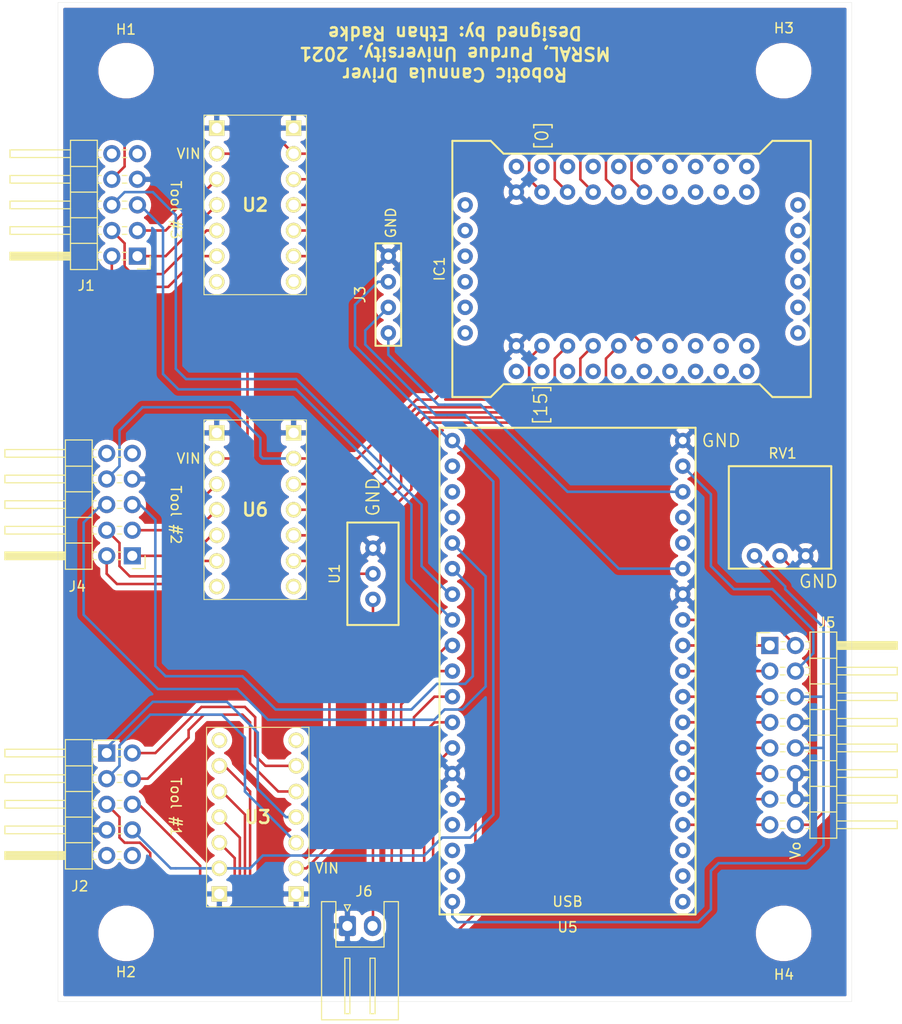
<source format=kicad_pcb>
(kicad_pcb (version 20171130) (host pcbnew "(5.1.9-0-10_14)")

  (general
    (thickness 1.6)
    (drawings 14)
    (tracks 357)
    (zones 0)
    (modules 17)
    (nets 94)
  )

  (page A4)
  (title_block
    (title "Robotic Cannula PCB")
    (comment 4 "Author: Ethan Radke")
  )

  (layers
    (0 F.Cu signal)
    (31 B.Cu signal)
    (32 B.Adhes user hide)
    (33 F.Adhes user hide)
    (34 B.Paste user hide)
    (35 F.Paste user hide)
    (36 B.SilkS user)
    (37 F.SilkS user)
    (38 B.Mask user hide)
    (39 F.Mask user hide)
    (40 Dwgs.User user hide)
    (41 Cmts.User user hide)
    (42 Eco1.User user hide)
    (43 Eco2.User user hide)
    (44 Edge.Cuts user)
    (45 Margin user hide)
    (46 B.CrtYd user hide)
    (47 F.CrtYd user hide)
    (48 B.Fab user hide)
    (49 F.Fab user hide)
  )

  (setup
    (last_trace_width 0.254)
    (trace_clearance 0.254)
    (zone_clearance 0.508)
    (zone_45_only no)
    (trace_min 0.1524)
    (via_size 0.762)
    (via_drill 0.381)
    (via_min_size 0.6858)
    (via_min_drill 0.3302)
    (uvia_size 0.762)
    (uvia_drill 0.381)
    (uvias_allowed no)
    (uvia_min_size 0.6858)
    (uvia_min_drill 0.3302)
    (edge_width 0.05)
    (segment_width 0.2)
    (pcb_text_width 0.3)
    (pcb_text_size 1.5 1.5)
    (mod_edge_width 0.12)
    (mod_text_size 1 1)
    (mod_text_width 0.15)
    (pad_size 4.500001 4.500001)
    (pad_drill 4.500001)
    (pad_to_mask_clearance 0.0508)
    (aux_axis_origin 0 0)
    (visible_elements FFFFFF7F)
    (pcbplotparams
      (layerselection 0x010fc_ffffffff)
      (usegerberextensions false)
      (usegerberattributes true)
      (usegerberadvancedattributes true)
      (creategerberjobfile true)
      (excludeedgelayer true)
      (linewidth 0.100000)
      (plotframeref false)
      (viasonmask false)
      (mode 1)
      (useauxorigin false)
      (hpglpennumber 1)
      (hpglpenspeed 20)
      (hpglpendiameter 15.000000)
      (psnegative false)
      (psa4output false)
      (plotreference true)
      (plotvalue true)
      (plotinvisibletext false)
      (padsonsilk false)
      (subtractmaskfromsilk false)
      (outputformat 1)
      (mirror false)
      (drillshape 1)
      (scaleselection 1)
      (outputdirectory ""))
  )

  (net 0 "")
  (net 1 "Net-(IC1-Pad51)")
  (net 2 "Net-(IC1-Pad50)")
  (net 3 "Net-(IC1-Pad49)")
  (net 4 "Net-(IC1-Pad48)")
  (net 5 "Net-(IC1-Pad47)")
  (net 6 "Net-(IC1-Pad46)")
  (net 7 "Net-(IC1-Pad45)")
  (net 8 "Net-(IC1-Pad44)")
  (net 9 "Net-(IC1-Pad43)")
  (net 10 "Net-(IC1-Pad42)")
  (net 11 "Net-(IC1-Pad41)")
  (net 12 "Net-(IC1-Pad40)")
  (net 13 "Net-(IC1-Pad39)")
  (net 14 "Net-(IC1-Pad38)")
  (net 15 "Net-(IC1-Pad37)")
  (net 16 "Net-(IC1-Pad36)")
  (net 17 "Net-(IC1-Pad35)")
  (net 18 "Net-(IC1-Pad34)")
  (net 19 "Net-(IC1-Pad32)")
  (net 20 "Net-(IC1-Pad31)")
  (net 21 "Net-(IC1-Pad30)")
  (net 22 "Net-(IC1-Pad29)")
  (net 23 "Net-(IC1-Pad28)")
  (net 24 "Net-(IC1-Pad27)")
  (net 25 "Net-(IC1-Pad16)")
  (net 26 "Net-(IC1-Pad15)")
  (net 27 "Net-(IC1-Pad14)")
  (net 28 "Net-(IC1-Pad13)")
  (net 29 "Net-(IC1-Pad12)")
  (net 30 "Net-(IC1-Pad11)")
  (net 31 "Net-(J1-Pad1)")
  (net 32 "Net-(J1-Pad2)")
  (net 33 "Net-(J1-Pad3)")
  (net 34 "Net-(J1-Pad4)")
  (net 35 "Net-(J1-Pad5)")
  (net 36 "Net-(J1-Pad6)")
  (net 37 "Net-(J1-Pad9)")
  (net 38 "Net-(J1-Pad10)")
  (net 39 "Net-(J2-Pad10)")
  (net 40 "Net-(J2-Pad9)")
  (net 41 "Net-(J2-Pad8)")
  (net 42 "Net-(J2-Pad6)")
  (net 43 "Net-(J2-Pad5)")
  (net 44 "Net-(J2-Pad4)")
  (net 45 "Net-(J2-Pad3)")
  (net 46 "Net-(J2-Pad2)")
  (net 47 "Net-(J2-Pad1)")
  (net 48 "Net-(J3-Pad4)")
  (net 49 "Net-(J3-Pad3)")
  (net 50 "Net-(J4-Pad10)")
  (net 51 "Net-(J4-Pad9)")
  (net 52 "Net-(J4-Pad6)")
  (net 53 "Net-(J4-Pad5)")
  (net 54 "Net-(J4-Pad4)")
  (net 55 "Net-(J4-Pad3)")
  (net 56 "Net-(J4-Pad2)")
  (net 57 "Net-(J4-Pad1)")
  (net 58 "Net-(J5-Pad16)")
  (net 59 "Net-(J5-Pad15)")
  (net 60 "Net-(J5-Pad13)")
  (net 61 "Net-(J5-Pad11)")
  (net 62 "Net-(J5-Pad10)")
  (net 63 "Net-(J5-Pad9)")
  (net 64 "Net-(J5-Pad7)")
  (net 65 "Net-(J5-Pad5)")
  (net 66 "Net-(J5-Pad4)")
  (net 67 "Net-(J5-Pad3)")
  (net 68 "Net-(J5-Pad2)")
  (net 69 "Net-(J5-Pad1)")
  (net 70 "Net-(U1-Pad2)")
  (net 71 "Net-(U2-Pad7)")
  (net 72 "Net-(U2-Pad14)")
  (net 73 "Net-(U3-Pad14)")
  (net 74 "Net-(U3-Pad7)")
  (net 75 "Net-(U3-Pad6)")
  (net 76 "Net-(U3-Pad5)")
  (net 77 "Net-(U3-Pad4)")
  (net 78 "Net-(U3-Pad3)")
  (net 79 "Net-(U5-Pad35)")
  (net 80 "Net-(U5-Pad34)")
  (net 81 "Net-(U5-Pad22)")
  (net 82 "Net-(U5-Pad21)")
  (net 83 "Net-(U5-Pad20)")
  (net 84 "Net-(U5-Pad18)")
  (net 85 "Net-(U5-Pad17)")
  (net 86 "Net-(U5-Pad16)")
  (net 87 "Net-(U5-Pad4)")
  (net 88 "Net-(U5-Pad3)")
  (net 89 "Net-(U5-Pad2)")
  (net 90 "Net-(U6-Pad7)")
  (net 91 "Net-(U6-Pad14)")
  (net 92 GND)
  (net 93 "Net-(J6-Pad2)")

  (net_class Default "This is the default net class."
    (clearance 0.254)
    (trace_width 0.254)
    (via_dia 0.762)
    (via_drill 0.381)
    (uvia_dia 0.762)
    (uvia_drill 0.381)
    (add_net GND)
    (add_net "Net-(IC1-Pad11)")
    (add_net "Net-(IC1-Pad12)")
    (add_net "Net-(IC1-Pad13)")
    (add_net "Net-(IC1-Pad14)")
    (add_net "Net-(IC1-Pad15)")
    (add_net "Net-(IC1-Pad16)")
    (add_net "Net-(IC1-Pad27)")
    (add_net "Net-(IC1-Pad28)")
    (add_net "Net-(IC1-Pad29)")
    (add_net "Net-(IC1-Pad30)")
    (add_net "Net-(IC1-Pad31)")
    (add_net "Net-(IC1-Pad32)")
    (add_net "Net-(IC1-Pad34)")
    (add_net "Net-(IC1-Pad35)")
    (add_net "Net-(IC1-Pad36)")
    (add_net "Net-(IC1-Pad37)")
    (add_net "Net-(IC1-Pad38)")
    (add_net "Net-(IC1-Pad39)")
    (add_net "Net-(IC1-Pad40)")
    (add_net "Net-(IC1-Pad41)")
    (add_net "Net-(IC1-Pad42)")
    (add_net "Net-(IC1-Pad43)")
    (add_net "Net-(IC1-Pad44)")
    (add_net "Net-(IC1-Pad45)")
    (add_net "Net-(IC1-Pad46)")
    (add_net "Net-(IC1-Pad47)")
    (add_net "Net-(IC1-Pad48)")
    (add_net "Net-(IC1-Pad49)")
    (add_net "Net-(IC1-Pad50)")
    (add_net "Net-(IC1-Pad51)")
    (add_net "Net-(J1-Pad1)")
    (add_net "Net-(J1-Pad10)")
    (add_net "Net-(J1-Pad2)")
    (add_net "Net-(J1-Pad3)")
    (add_net "Net-(J1-Pad4)")
    (add_net "Net-(J1-Pad5)")
    (add_net "Net-(J1-Pad6)")
    (add_net "Net-(J1-Pad9)")
    (add_net "Net-(J2-Pad1)")
    (add_net "Net-(J2-Pad10)")
    (add_net "Net-(J2-Pad2)")
    (add_net "Net-(J2-Pad3)")
    (add_net "Net-(J2-Pad4)")
    (add_net "Net-(J2-Pad5)")
    (add_net "Net-(J2-Pad6)")
    (add_net "Net-(J2-Pad8)")
    (add_net "Net-(J2-Pad9)")
    (add_net "Net-(J3-Pad3)")
    (add_net "Net-(J3-Pad4)")
    (add_net "Net-(J4-Pad1)")
    (add_net "Net-(J4-Pad10)")
    (add_net "Net-(J4-Pad2)")
    (add_net "Net-(J4-Pad3)")
    (add_net "Net-(J4-Pad4)")
    (add_net "Net-(J4-Pad5)")
    (add_net "Net-(J4-Pad6)")
    (add_net "Net-(J4-Pad9)")
    (add_net "Net-(J5-Pad1)")
    (add_net "Net-(J5-Pad10)")
    (add_net "Net-(J5-Pad11)")
    (add_net "Net-(J5-Pad13)")
    (add_net "Net-(J5-Pad15)")
    (add_net "Net-(J5-Pad16)")
    (add_net "Net-(J5-Pad2)")
    (add_net "Net-(J5-Pad3)")
    (add_net "Net-(J5-Pad4)")
    (add_net "Net-(J5-Pad5)")
    (add_net "Net-(J5-Pad7)")
    (add_net "Net-(J5-Pad9)")
    (add_net "Net-(J6-Pad2)")
    (add_net "Net-(U1-Pad2)")
    (add_net "Net-(U2-Pad14)")
    (add_net "Net-(U2-Pad7)")
    (add_net "Net-(U3-Pad14)")
    (add_net "Net-(U3-Pad3)")
    (add_net "Net-(U3-Pad4)")
    (add_net "Net-(U3-Pad5)")
    (add_net "Net-(U3-Pad6)")
    (add_net "Net-(U3-Pad7)")
    (add_net "Net-(U5-Pad16)")
    (add_net "Net-(U5-Pad17)")
    (add_net "Net-(U5-Pad18)")
    (add_net "Net-(U5-Pad2)")
    (add_net "Net-(U5-Pad20)")
    (add_net "Net-(U5-Pad21)")
    (add_net "Net-(U5-Pad22)")
    (add_net "Net-(U5-Pad3)")
    (add_net "Net-(U5-Pad34)")
    (add_net "Net-(U5-Pad35)")
    (add_net "Net-(U5-Pad4)")
    (add_net "Net-(U6-Pad14)")
    (add_net "Net-(U6-Pad7)")
  )

  (module Ethan's_Footprint_Libraries:SX1509_breakout (layer F.Cu) (tedit 605A1948) (tstamp 6058BCC9)
    (at 155.956 79.756 90)
    (path /6095E55E)
    (fp_text reference IC1 (at 0 -19.05 90) (layer F.SilkS)
      (effects (font (size 1 1) (thickness 0.15)))
    )
    (fp_text value SX1509_Sparkfun (at 0 19.05 90) (layer F.Fab)
      (effects (font (size 1 1) (thickness 0.15)))
    )
    (fp_line (start 11.43 -12.7) (end 11.43 12.7) (layer F.SilkS) (width 0.2032))
    (fp_line (start -11.43 -12.7) (end -11.43 12.7) (layer F.SilkS) (width 0.2032))
    (fp_line (start -11.43 12.7) (end -12.7 13.97) (layer F.SilkS) (width 0.2032))
    (fp_line (start 12.7 -13.97) (end 11.43 -12.7) (layer F.SilkS) (width 0.2032))
    (fp_line (start 11.43 12.7) (end 12.7 13.97) (layer F.SilkS) (width 0.2032))
    (fp_line (start -12.7 -13.97) (end -11.43 -12.7) (layer F.SilkS) (width 0.2032))
    (fp_line (start 12.7 17.78) (end 12.7 13.97) (layer F.SilkS) (width 0.2032))
    (fp_line (start -12.7 13.97) (end -12.7 17.78) (layer F.SilkS) (width 0.2032))
    (fp_line (start 12.7 -17.78) (end 12.7 -13.97) (layer F.SilkS) (width 0.2032))
    (fp_line (start -12.7 -17.78) (end -12.7 -13.97) (layer F.SilkS) (width 0.2032))
    (fp_line (start -12.7 17.78) (end 12.7 17.78) (layer F.SilkS) (width 0.2032))
    (fp_line (start -12.7 -17.78) (end 12.7 -17.78) (layer F.SilkS) (width 0.2032))
    (fp_line (start 12.7 -13.97) (end 11.43 -12.7) (layer F.Fab) (width 0.1016))
    (fp_line (start 11.43 -12.7) (end 11.43 12.7) (layer F.Fab) (width 0.1016))
    (fp_line (start 11.43 12.7) (end 12.7 13.97) (layer F.Fab) (width 0.1016))
    (fp_line (start 12.7 13.97) (end 12.7 17.78) (layer F.Fab) (width 0.1016))
    (fp_line (start -12.7 17.78) (end -12.7 13.97) (layer F.Fab) (width 0.1016))
    (fp_line (start -12.7 13.97) (end -11.43 12.7) (layer F.Fab) (width 0.1016))
    (fp_line (start -11.43 12.7) (end -11.43 -12.7) (layer F.Fab) (width 0.1016))
    (fp_line (start -11.43 -12.7) (end -12.7 -13.97) (layer F.Fab) (width 0.1016))
    (fp_line (start 12.7 -17.78) (end 12.7 -13.97) (layer F.Fab) (width 0.1016))
    (fp_line (start -12.7 17.78) (end 12.7 17.78) (layer F.Fab) (width 0.1016))
    (fp_line (start -12.7 -17.78) (end 12.7 -17.78) (layer F.Fab) (width 0.1016))
    (fp_line (start -12.7 -17.78) (end -12.7 -13.97) (layer F.Fab) (width 0.1016))
    (fp_text user [0] (at 13.208 -8.89 90) (layer F.SilkS)
      (effects (font (size 1.27 1.27) (thickness 0.15)))
    )
    (fp_text user [15] (at -13.462 -9.017 90) (layer F.SilkS)
      (effects (font (size 1.27 1.27) (thickness 0.15)))
    )
    (pad 52 thru_hole circle (at 7.62 -11.43 90) (size 1.524 1.524) (drill 0.762) (layers *.Cu *.Mask)
      (net 92 GND))
    (pad 51 thru_hole circle (at 7.62 -8.89 90) (size 1.524 1.524) (drill 0.762) (layers *.Cu *.Mask)
      (net 1 "Net-(IC1-Pad51)"))
    (pad 50 thru_hole circle (at 7.62 -6.35 90) (size 1.524 1.524) (drill 0.762) (layers *.Cu *.Mask)
      (net 2 "Net-(IC1-Pad50)"))
    (pad 49 thru_hole circle (at 7.62 -3.81 90) (size 1.524 1.524) (drill 0.762) (layers *.Cu *.Mask)
      (net 3 "Net-(IC1-Pad49)"))
    (pad 48 thru_hole circle (at 7.62 -1.27 90) (size 1.524 1.524) (drill 0.762) (layers *.Cu *.Mask)
      (net 4 "Net-(IC1-Pad48)"))
    (pad 47 thru_hole circle (at 7.62 1.27 90) (size 1.524 1.524) (drill 0.762) (layers *.Cu *.Mask)
      (net 5 "Net-(IC1-Pad47)"))
    (pad 46 thru_hole circle (at 7.62 3.81 90) (size 1.524 1.524) (drill 0.762) (layers *.Cu *.Mask)
      (net 6 "Net-(IC1-Pad46)"))
    (pad 45 thru_hole circle (at 7.62 6.35 90) (size 1.524 1.524) (drill 0.762) (layers *.Cu *.Mask)
      (net 7 "Net-(IC1-Pad45)"))
    (pad 44 thru_hole circle (at 7.62 8.89 90) (size 1.524 1.524) (drill 0.762) (layers *.Cu *.Mask)
      (net 8 "Net-(IC1-Pad44)"))
    (pad 43 thru_hole circle (at 7.62 11.43 90) (size 1.524 1.524) (drill 0.762) (layers *.Cu *.Mask)
      (net 9 "Net-(IC1-Pad43)"))
    (pad 42 thru_hole circle (at -7.62 11.43 90) (size 1.524 1.524) (drill 0.762) (layers *.Cu *.Mask)
      (net 10 "Net-(IC1-Pad42)"))
    (pad 41 thru_hole circle (at -7.62 8.89 90) (size 1.524 1.524) (drill 0.762) (layers *.Cu *.Mask)
      (net 11 "Net-(IC1-Pad41)"))
    (pad 40 thru_hole circle (at -7.62 6.35 90) (size 1.524 1.524) (drill 0.762) (layers *.Cu *.Mask)
      (net 12 "Net-(IC1-Pad40)"))
    (pad 39 thru_hole circle (at -7.62 3.81 90) (size 1.524 1.524) (drill 0.762) (layers *.Cu *.Mask)
      (net 13 "Net-(IC1-Pad39)"))
    (pad 38 thru_hole circle (at -7.62 1.27 90) (size 1.524 1.524) (drill 0.762) (layers *.Cu *.Mask)
      (net 14 "Net-(IC1-Pad38)"))
    (pad 37 thru_hole circle (at -7.62 -1.27 90) (size 1.524 1.524) (drill 0.762) (layers *.Cu *.Mask)
      (net 15 "Net-(IC1-Pad37)"))
    (pad 36 thru_hole circle (at -7.62 -3.81 90) (size 1.524 1.524) (drill 0.762) (layers *.Cu *.Mask)
      (net 16 "Net-(IC1-Pad36)"))
    (pad 35 thru_hole circle (at -7.62 -6.35 90) (size 1.524 1.524) (drill 0.762) (layers *.Cu *.Mask)
      (net 17 "Net-(IC1-Pad35)"))
    (pad 34 thru_hole circle (at -7.62 -8.89 90) (size 1.524 1.524) (drill 0.762) (layers *.Cu *.Mask)
      (net 18 "Net-(IC1-Pad34)"))
    (pad 33 thru_hole circle (at -7.62 -11.43 90) (size 1.524 1.524) (drill 0.762) (layers *.Cu *.Mask)
      (net 92 GND))
    (pad 32 thru_hole circle (at -6.35 -16.51 90) (size 1.524 1.524) (drill 0.762) (layers *.Cu *.Mask)
      (net 19 "Net-(IC1-Pad32)"))
    (pad 31 thru_hole circle (at -3.81 -16.51 90) (size 1.524 1.524) (drill 0.762) (layers *.Cu *.Mask)
      (net 20 "Net-(IC1-Pad31)"))
    (pad 30 thru_hole circle (at -1.27 -16.51 90) (size 1.524 1.524) (drill 0.762) (layers *.Cu *.Mask)
      (net 21 "Net-(IC1-Pad30)"))
    (pad 29 thru_hole circle (at 1.27 -16.51 90) (size 1.524 1.524) (drill 0.762) (layers *.Cu *.Mask)
      (net 22 "Net-(IC1-Pad29)"))
    (pad 28 thru_hole circle (at 3.81 -16.51 90) (size 1.524 1.524) (drill 0.762) (layers *.Cu *.Mask)
      (net 23 "Net-(IC1-Pad28)"))
    (pad 27 thru_hole circle (at 6.35 -16.51 90) (size 1.524 1.524) (drill 0.762) (layers *.Cu *.Mask)
      (net 24 "Net-(IC1-Pad27)"))
    (pad 26 thru_hole circle (at 10.16 -11.43 90) (size 1.524 1.524) (drill 0.762) (layers *.Cu *.Mask))
    (pad 25 thru_hole circle (at 10.16 -8.89 90) (size 1.524 1.524) (drill 0.762) (layers *.Cu *.Mask))
    (pad 24 thru_hole circle (at 10.16 -6.35 90) (size 1.524 1.524) (drill 0.762) (layers *.Cu *.Mask))
    (pad 23 thru_hole circle (at 10.16 -3.81 90) (size 1.524 1.524) (drill 0.762) (layers *.Cu *.Mask))
    (pad 22 thru_hole circle (at 10.16 -1.27 90) (size 1.524 1.524) (drill 0.762) (layers *.Cu *.Mask))
    (pad 21 thru_hole circle (at 10.16 1.27 90) (size 1.524 1.524) (drill 0.762) (layers *.Cu *.Mask))
    (pad 20 thru_hole circle (at 10.16 3.81 90) (size 1.524 1.524) (drill 0.762) (layers *.Cu *.Mask))
    (pad 19 thru_hole circle (at 10.16 6.35 90) (size 1.524 1.524) (drill 0.762) (layers *.Cu *.Mask))
    (pad 18 thru_hole circle (at 10.16 8.89 90) (size 1.524 1.524) (drill 0.762) (layers *.Cu *.Mask))
    (pad 17 thru_hole circle (at 10.16 11.43 90) (size 1.524 1.524) (drill 0.762) (layers *.Cu *.Mask))
    (pad 16 thru_hole circle (at 6.35 16.51 90) (size 1.524 1.524) (drill 0.762) (layers *.Cu *.Mask)
      (net 25 "Net-(IC1-Pad16)"))
    (pad 15 thru_hole circle (at 3.81 16.51 90) (size 1.524 1.524) (drill 0.762) (layers *.Cu *.Mask)
      (net 26 "Net-(IC1-Pad15)"))
    (pad 14 thru_hole circle (at 1.27 16.51 90) (size 1.524 1.524) (drill 0.762) (layers *.Cu *.Mask)
      (net 27 "Net-(IC1-Pad14)"))
    (pad 13 thru_hole circle (at -1.27 16.51 90) (size 1.524 1.524) (drill 0.762) (layers *.Cu *.Mask)
      (net 28 "Net-(IC1-Pad13)"))
    (pad 12 thru_hole circle (at -3.81 16.51 90) (size 1.524 1.524) (drill 0.762) (layers *.Cu *.Mask)
      (net 29 "Net-(IC1-Pad12)"))
    (pad 11 thru_hole circle (at -6.35 16.51 90) (size 1.524 1.524) (drill 0.762) (layers *.Cu *.Mask)
      (net 30 "Net-(IC1-Pad11)"))
    (pad 10 thru_hole circle (at -10.16 11.43 90) (size 1.524 1.524) (drill 0.762) (layers *.Cu *.Mask))
    (pad 9 thru_hole circle (at -10.16 8.89 90) (size 1.524 1.524) (drill 0.762) (layers *.Cu *.Mask))
    (pad 8 thru_hole circle (at -10.16 6.35 90) (size 1.524 1.524) (drill 0.762) (layers *.Cu *.Mask))
    (pad 7 thru_hole circle (at -10.16 3.81 90) (size 1.524 1.524) (drill 0.762) (layers *.Cu *.Mask))
    (pad 6 thru_hole circle (at -10.16 1.27 90) (size 1.524 1.524) (drill 0.762) (layers *.Cu *.Mask))
    (pad 5 thru_hole circle (at -10.16 -1.27 90) (size 1.524 1.524) (drill 0.762) (layers *.Cu *.Mask))
    (pad 4 thru_hole circle (at -10.16 -3.81 90) (size 1.524 1.524) (drill 0.762) (layers *.Cu *.Mask))
    (pad 3 thru_hole circle (at -10.16 -6.35 90) (size 1.524 1.524) (drill 0.762) (layers *.Cu *.Mask))
    (pad 2 thru_hole circle (at -10.16 -8.89 90) (size 1.524 1.524) (drill 0.762) (layers *.Cu *.Mask))
    (pad 1 thru_hole circle (at -10.16 -11.43 90) (size 1.524 1.524) (drill 0.762) (layers *.Cu *.Mask))
  )

  (module Ethan's_Footprint_Libraries:I2C_Connector (layer F.Cu) (tedit 6059792F) (tstamp 6058BD07)
    (at 131.826 82.296 270)
    (path /6064229B)
    (fp_text reference J3 (at 0 2.794 270) (layer F.SilkS)
      (effects (font (size 1 1) (thickness 0.15)))
    )
    (fp_text value Conn_01x04 (at 0 -3.81 270) (layer F.Fab)
      (effects (font (size 1 1) (thickness 0.15)))
    )
    (fp_line (start -5.08 -1.27) (end 5.08 -1.27) (layer F.SilkS) (width 0.2032))
    (fp_line (start 5.08 -1.27) (end 5.08 1.27) (layer F.SilkS) (width 0.2032))
    (fp_line (start 5.08 1.27) (end -5.08 1.27) (layer F.SilkS) (width 0.2032))
    (fp_line (start -5.08 1.27) (end -5.08 -1.27) (layer F.SilkS) (width 0.2032))
    (fp_line (start -5.08 -1.27) (end -5.08 1.27) (layer F.Fab) (width 0.1016))
    (fp_line (start -5.08 1.27) (end 5.08 1.27) (layer F.Fab) (width 0.1016))
    (fp_line (start 5.08 1.27) (end 5.08 -1.27) (layer F.Fab) (width 0.1016))
    (fp_line (start 5.08 -1.27) (end -5.08 -1.27) (layer F.Fab) (width 0.1016))
    (pad 4 thru_hole circle (at 3.81 0 270) (size 1.524 1.524) (drill 0.762) (layers *.Cu *.Mask)
      (net 48 "Net-(J3-Pad4)"))
    (pad 3 thru_hole circle (at 1.27 0 270) (size 1.524 1.524) (drill 0.762) (layers *.Cu *.Mask)
      (net 49 "Net-(J3-Pad3)"))
    (pad 2 thru_hole circle (at -1.27 0 270) (size 1.524 1.524) (drill 0.762) (layers *.Cu *.Mask)
      (net 41 "Net-(J2-Pad8)"))
    (pad 1 thru_hole circle (at -3.81 0 270) (size 1.524 1.524) (drill 0.762) (layers *.Cu *.Mask)
      (net 92 GND))
  )

  (module Ethan's_Footprint_Libraries:Potentiometer (layer F.Cu) (tedit 60596562) (tstamp 6058BD4A)
    (at 170.688 104.394)
    (path /6072DB2C)
    (fp_text reference RV1 (at 0.254 -6.35) (layer F.SilkS)
      (effects (font (size 1 1) (thickness 0.15)))
    )
    (fp_text value R_POT (at 0 -6.35) (layer F.Fab)
      (effects (font (size 1 1) (thickness 0.15)))
    )
    (fp_line (start 5.08 -5.08) (end 5.08 5.08) (layer F.Fab) (width 0.1016))
    (fp_line (start -5.08 5.08) (end 5.08 5.08) (layer F.Fab) (width 0.1016))
    (fp_line (start -5.08 -5.08) (end 5.08 -5.08) (layer F.Fab) (width 0.1016))
    (fp_line (start -5.08 -5.08) (end -5.08 5.08) (layer F.Fab) (width 0.1016))
    (fp_line (start -5.08 5.08) (end -5.08 -5.08) (layer F.SilkS) (width 0.2032))
    (fp_line (start 5.08 5.08) (end -5.08 5.08) (layer F.SilkS) (width 0.2032))
    (fp_line (start 5.08 -5.08) (end 5.08 5.08) (layer F.SilkS) (width 0.2032))
    (fp_line (start -5.08 -5.08) (end 5.08 -5.08) (layer F.SilkS) (width 0.2032))
    (fp_text user GND (at 3.81 6.35) (layer F.SilkS)
      (effects (font (size 1.27 1.27) (thickness 0.15)))
    )
    (pad 1 thru_hole circle (at 2.54 3.81) (size 1.524 1.524) (drill 0.762) (layers *.Cu *.Mask)
      (net 92 GND))
    (pad 2 thru_hole circle (at 0 3.81) (size 1.524 1.524) (drill 0.762) (layers *.Cu *.Mask)
      (net 58 "Net-(J5-Pad16)"))
    (pad 3 thru_hole circle (at -2.54 3.81) (size 1.524 1.524) (drill 0.762) (layers *.Cu *.Mask)
      (net 62 "Net-(J5-Pad10)"))
  )

  (module Ethan's_Footprint_Libraries:LD1117_Voltage_Regulator (layer F.Cu) (tedit 60597925) (tstamp 6058BD5A)
    (at 130.302 109.982 270)
    (path /604AC15A)
    (fp_text reference U1 (at 0 3.81 270) (layer F.SilkS)
      (effects (font (size 1 1) (thickness 0.15)))
    )
    (fp_text value LD1117S33TR_SOT223 (at 0 -3.81 270) (layer F.Fab)
      (effects (font (size 1 1) (thickness 0.15)))
    )
    (fp_line (start -5.08 -2.54) (end 5.08 -2.54) (layer F.SilkS) (width 0.2032))
    (fp_line (start 5.08 -2.54) (end 5.08 2.54) (layer F.SilkS) (width 0.2032))
    (fp_line (start 5.08 2.54) (end -5.08 2.54) (layer F.SilkS) (width 0.2032))
    (fp_line (start -5.08 2.54) (end -5.08 -2.54) (layer F.SilkS) (width 0.2032))
    (fp_line (start -5.08 -2.54) (end -5.08 2.54) (layer F.Fab) (width 0.1016))
    (fp_line (start -5.08 2.54) (end 5.08 2.54) (layer F.Fab) (width 0.1016))
    (fp_line (start 5.08 -2.54) (end 5.08 2.54) (layer F.Fab) (width 0.1016))
    (fp_line (start -5.08 -2.54) (end 5.08 -2.54) (layer F.Fab) (width 0.1016))
    (fp_text user GND (at -7.62 0 270) (layer F.SilkS)
      (effects (font (size 1.27 1.27) (thickness 0.15)))
    )
    (pad 2 thru_hole circle (at 0 0 270) (size 1.524 1.524) (drill 0.762) (layers *.Cu *.Mask)
      (net 70 "Net-(U1-Pad2)"))
    (pad 1 thru_hole circle (at -2.54 0 270) (size 1.524 1.524) (drill 0.762) (layers *.Cu *.Mask)
      (net 92 GND))
    (pad 3 thru_hole circle (at 2.54 0 270) (size 1.524 1.524) (drill 0.762) (layers *.Cu *.Mask)
      (net 93 "Net-(J6-Pad2)"))
  )

  (module 2135:2135 (layer F.Cu) (tedit 60333329) (tstamp 6058BD78)
    (at 122.428 65.786)
    (descr 2135-1)
    (tags "Integrated Circuit")
    (path /609C1DBA)
    (fp_text reference U2 (at -3.81 7.62) (layer F.SilkS)
      (effects (font (size 1.27 1.27) (thickness 0.254)))
    )
    (fp_text value DRV8835_Dual_motor_Driver_Carrier (at -3.81 7.62) (layer F.SilkS) hide
      (effects (font (size 1.27 1.27) (thickness 0.254)))
    )
    (fp_line (start 1.29 -1.28) (end -8.91 -1.28) (layer Dwgs.User) (width 0.2))
    (fp_line (start -8.91 -1.28) (end -8.91 16.52) (layer Dwgs.User) (width 0.2))
    (fp_line (start -8.91 16.52) (end 1.29 16.52) (layer Dwgs.User) (width 0.2))
    (fp_line (start 1.29 16.52) (end 1.29 -1.28) (layer Dwgs.User) (width 0.2))
    (fp_line (start 1.27 -1.28) (end -8.89 -1.28) (layer F.SilkS) (width 0.1))
    (fp_line (start -8.89 -1.28) (end -8.89 16.52) (layer F.SilkS) (width 0.1))
    (fp_line (start -8.89 16.52) (end 1.27 16.52) (layer F.SilkS) (width 0.1))
    (fp_line (start 1.27 16.52) (end 1.27 -1.28) (layer F.SilkS) (width 0.1))
    (fp_line (start 2.29 -2.28) (end -9.91 -2.28) (layer Dwgs.User) (width 0.1))
    (fp_line (start -9.91 -2.28) (end -9.91 17.52) (layer Dwgs.User) (width 0.1))
    (fp_line (start -9.91 17.52) (end 2.29 17.52) (layer Dwgs.User) (width 0.1))
    (fp_line (start 2.29 17.52) (end 2.29 -2.28) (layer Dwgs.User) (width 0.1))
    (pad 1 thru_hole rect (at 0 0 90) (size 1.53 1.53) (drill 1.02) (layers *.Cu *.Mask F.SilkS)
      (net 92 GND))
    (pad 2 thru_hole circle (at 0 2.54 90) (size 1.53 1.53) (drill 1.02) (layers *.Cu *.Mask F.SilkS)
      (net 5 "Net-(IC1-Pad47)"))
    (pad 3 thru_hole circle (at 0 5.08 90) (size 1.53 1.53) (drill 1.02) (layers *.Cu *.Mask F.SilkS)
      (net 4 "Net-(IC1-Pad48)"))
    (pad 4 thru_hole circle (at 0 7.62 90) (size 1.53 1.53) (drill 1.02) (layers *.Cu *.Mask F.SilkS)
      (net 3 "Net-(IC1-Pad49)"))
    (pad 5 thru_hole circle (at 0 10.16 90) (size 1.53 1.53) (drill 1.02) (layers *.Cu *.Mask F.SilkS)
      (net 2 "Net-(IC1-Pad50)"))
    (pad 6 thru_hole circle (at 0 12.7 90) (size 1.53 1.53) (drill 1.02) (layers *.Cu *.Mask F.SilkS)
      (net 1 "Net-(IC1-Pad51)"))
    (pad 7 thru_hole circle (at 0 15.24 90) (size 1.53 1.53) (drill 1.02) (layers *.Cu *.Mask F.SilkS)
      (net 71 "Net-(U2-Pad7)"))
    (pad 8 thru_hole rect (at -7.62 0 90) (size 1.53 1.53) (drill 1.02) (layers *.Cu *.Mask F.SilkS)
      (net 92 GND))
    (pad 9 thru_hole circle (at -7.62 2.54 90) (size 1.53 1.53) (drill 1.02) (layers *.Cu *.Mask F.SilkS)
      (net 70 "Net-(U1-Pad2)"))
    (pad 10 thru_hole circle (at -7.62 5.08 90) (size 1.53 1.53) (drill 1.02) (layers *.Cu *.Mask F.SilkS)
      (net 33 "Net-(J1-Pad3)"))
    (pad 11 thru_hole circle (at -7.62 7.62 90) (size 1.53 1.53) (drill 1.02) (layers *.Cu *.Mask F.SilkS)
      (net 31 "Net-(J1-Pad1)"))
    (pad 12 thru_hole circle (at -7.62 10.16 90) (size 1.53 1.53) (drill 1.02) (layers *.Cu *.Mask F.SilkS)
      (net 34 "Net-(J1-Pad4)"))
    (pad 13 thru_hole circle (at -7.62 12.7 90) (size 1.53 1.53) (drill 1.02) (layers *.Cu *.Mask F.SilkS)
      (net 32 "Net-(J1-Pad2)"))
    (pad 14 thru_hole circle (at -7.62 15.24 90) (size 1.53 1.53) (drill 1.02) (layers *.Cu *.Mask F.SilkS)
      (net 72 "Net-(U2-Pad14)"))
  )

  (module 2135:2135 (layer F.Cu) (tedit 60333329) (tstamp 6058BD96)
    (at 115.062 141.732 180)
    (descr 2135-1)
    (tags "Integrated Circuit")
    (path /609F9288)
    (fp_text reference U3 (at -3.81 7.62 180) (layer F.SilkS)
      (effects (font (size 1.27 1.27) (thickness 0.254)))
    )
    (fp_text value DRV8835_Dual_motor_Driver_Carrier (at -3.81 7.62 180) (layer F.SilkS) hide
      (effects (font (size 1.27 1.27) (thickness 0.254)))
    )
    (fp_line (start 2.29 17.52) (end 2.29 -2.28) (layer Dwgs.User) (width 0.1))
    (fp_line (start -9.91 17.52) (end 2.29 17.52) (layer Dwgs.User) (width 0.1))
    (fp_line (start -9.91 -2.28) (end -9.91 17.52) (layer Dwgs.User) (width 0.1))
    (fp_line (start 2.29 -2.28) (end -9.91 -2.28) (layer Dwgs.User) (width 0.1))
    (fp_line (start 1.27 16.52) (end 1.27 -1.28) (layer F.SilkS) (width 0.1))
    (fp_line (start -8.89 16.52) (end 1.27 16.52) (layer F.SilkS) (width 0.1))
    (fp_line (start -8.89 -1.28) (end -8.89 16.52) (layer F.SilkS) (width 0.1))
    (fp_line (start 1.27 -1.28) (end -8.89 -1.28) (layer F.SilkS) (width 0.1))
    (fp_line (start 1.29 16.52) (end 1.29 -1.28) (layer Dwgs.User) (width 0.2))
    (fp_line (start -8.91 16.52) (end 1.29 16.52) (layer Dwgs.User) (width 0.2))
    (fp_line (start -8.91 -1.28) (end -8.91 16.52) (layer Dwgs.User) (width 0.2))
    (fp_line (start 1.29 -1.28) (end -8.91 -1.28) (layer Dwgs.User) (width 0.2))
    (pad 14 thru_hole circle (at -7.62 15.24 270) (size 1.53 1.53) (drill 1.02) (layers *.Cu *.Mask F.SilkS)
      (net 73 "Net-(U3-Pad14)"))
    (pad 13 thru_hole circle (at -7.62 12.7 270) (size 1.53 1.53) (drill 1.02) (layers *.Cu *.Mask F.SilkS)
      (net 46 "Net-(J2-Pad2)"))
    (pad 12 thru_hole circle (at -7.62 10.16 270) (size 1.53 1.53) (drill 1.02) (layers *.Cu *.Mask F.SilkS)
      (net 44 "Net-(J2-Pad4)"))
    (pad 11 thru_hole circle (at -7.62 7.62 270) (size 1.53 1.53) (drill 1.02) (layers *.Cu *.Mask F.SilkS)
      (net 47 "Net-(J2-Pad1)"))
    (pad 10 thru_hole circle (at -7.62 5.08 270) (size 1.53 1.53) (drill 1.02) (layers *.Cu *.Mask F.SilkS)
      (net 45 "Net-(J2-Pad3)"))
    (pad 9 thru_hole circle (at -7.62 2.54 270) (size 1.53 1.53) (drill 1.02) (layers *.Cu *.Mask F.SilkS)
      (net 70 "Net-(U1-Pad2)"))
    (pad 8 thru_hole rect (at -7.62 0 270) (size 1.53 1.53) (drill 1.02) (layers *.Cu *.Mask F.SilkS)
      (net 92 GND))
    (pad 7 thru_hole circle (at 0 15.24 270) (size 1.53 1.53) (drill 1.02) (layers *.Cu *.Mask F.SilkS)
      (net 74 "Net-(U3-Pad7)"))
    (pad 6 thru_hole circle (at 0 12.7 270) (size 1.53 1.53) (drill 1.02) (layers *.Cu *.Mask F.SilkS)
      (net 75 "Net-(U3-Pad6)"))
    (pad 5 thru_hole circle (at 0 10.16 270) (size 1.53 1.53) (drill 1.02) (layers *.Cu *.Mask F.SilkS)
      (net 76 "Net-(U3-Pad5)"))
    (pad 4 thru_hole circle (at 0 7.62 270) (size 1.53 1.53) (drill 1.02) (layers *.Cu *.Mask F.SilkS)
      (net 77 "Net-(U3-Pad4)"))
    (pad 3 thru_hole circle (at 0 5.08 270) (size 1.53 1.53) (drill 1.02) (layers *.Cu *.Mask F.SilkS)
      (net 78 "Net-(U3-Pad3)"))
    (pad 2 thru_hole circle (at 0 2.54 270) (size 1.53 1.53) (drill 1.02) (layers *.Cu *.Mask F.SilkS)
      (net 41 "Net-(J2-Pad8)"))
    (pad 1 thru_hole rect (at 0 0 270) (size 1.53 1.53) (drill 1.02) (layers *.Cu *.Mask F.SilkS)
      (net 92 GND))
  )

  (module Ethan's_Footprint_Libraries:ESP32-WROOM-32D_Nodemcu-32s (layer F.Cu) (tedit 605A1954) (tstamp 6058BDD9)
    (at 138.176 96.774)
    (path /608E93F8)
    (fp_text reference U5 (at 11.43 48.26) (layer F.SilkS)
      (effects (font (size 1 1) (thickness 0.15)))
    )
    (fp_text value ESP32-WROOM-32D-NODEMCU-32s (at 12.7 48.26) (layer F.Fab)
      (effects (font (size 1 1) (thickness 0.15)))
    )
    (fp_line (start -1.27 -1.27) (end -1.27 46.99) (layer F.Fab) (width 0.1016))
    (fp_line (start 24.13 -1.27) (end 24.13 46.99) (layer F.Fab) (width 0.1016))
    (fp_line (start -1.27 46.99) (end 24.13 46.99) (layer F.Fab) (width 0.1016))
    (fp_line (start -1.27 -1.27) (end 24.13 -1.27) (layer F.Fab) (width 0.1016))
    (fp_line (start -1.27 -1.27) (end 24.13 -1.27) (layer F.SilkS) (width 0.2032))
    (fp_line (start -1.27 46.99) (end 24.13 46.99) (layer F.SilkS) (width 0.2032))
    (fp_line (start -1.27 -1.27) (end -1.27 46.99) (layer F.SilkS) (width 0.2032))
    (fp_line (start 24.13 -1.27) (end 24.13 46.99) (layer F.SilkS) (width 0.2032))
    (fp_text user GND (at 26.67 0) (layer F.SilkS)
      (effects (font (size 1.27 1.27) (thickness 0.15)))
    )
    (pad 38 thru_hole circle (at 22.86 0) (size 1.524 1.524) (drill 0.762) (layers *.Cu *.Mask)
      (net 92 GND))
    (pad 37 thru_hole circle (at 22.86 2.54) (size 1.524 1.524) (drill 0.762) (layers *.Cu *.Mask)
      (net 66 "Net-(J5-Pad4)"))
    (pad 36 thru_hole circle (at 22.86 5.08) (size 1.524 1.524) (drill 0.762) (layers *.Cu *.Mask)
      (net 48 "Net-(J3-Pad4)"))
    (pad 35 thru_hole circle (at 22.86 7.62) (size 1.524 1.524) (drill 0.762) (layers *.Cu *.Mask)
      (net 79 "Net-(U5-Pad35)"))
    (pad 34 thru_hole circle (at 22.86 10.16) (size 1.524 1.524) (drill 0.762) (layers *.Cu *.Mask)
      (net 80 "Net-(U5-Pad34)"))
    (pad 33 thru_hole circle (at 22.86 12.7) (size 1.524 1.524) (drill 0.762) (layers *.Cu *.Mask)
      (net 49 "Net-(J3-Pad3)"))
    (pad 32 thru_hole circle (at 22.86 15.24) (size 1.524 1.524) (drill 0.762) (layers *.Cu *.Mask)
      (net 92 GND))
    (pad 31 thru_hole circle (at 22.86 17.78) (size 1.524 1.524) (drill 0.762) (layers *.Cu *.Mask)
      (net 68 "Net-(J5-Pad2)"))
    (pad 30 thru_hole circle (at 22.86 20.32) (size 1.524 1.524) (drill 0.762) (layers *.Cu *.Mask)
      (net 69 "Net-(J5-Pad1)"))
    (pad 29 thru_hole circle (at 22.86 22.86) (size 1.524 1.524) (drill 0.762) (layers *.Cu *.Mask)
      (net 67 "Net-(J5-Pad3)"))
    (pad 28 thru_hole circle (at 22.86 25.4) (size 1.524 1.524) (drill 0.762) (layers *.Cu *.Mask)
      (net 65 "Net-(J5-Pad5)"))
    (pad 27 thru_hole circle (at 22.86 27.94) (size 1.524 1.524) (drill 0.762) (layers *.Cu *.Mask)
      (net 64 "Net-(J5-Pad7)"))
    (pad 26 thru_hole circle (at 22.86 30.48) (size 1.524 1.524) (drill 0.762) (layers *.Cu *.Mask)
      (net 63 "Net-(J5-Pad9)"))
    (pad 25 thru_hole circle (at 22.86 33.02) (size 1.524 1.524) (drill 0.762) (layers *.Cu *.Mask)
      (net 61 "Net-(J5-Pad11)"))
    (pad 24 thru_hole circle (at 22.86 35.56) (size 1.524 1.524) (drill 0.762) (layers *.Cu *.Mask)
      (net 60 "Net-(J5-Pad13)"))
    (pad 23 thru_hole circle (at 22.86 38.1) (size 1.524 1.524) (drill 0.762) (layers *.Cu *.Mask)
      (net 59 "Net-(J5-Pad15)"))
    (pad 22 thru_hole circle (at 22.86 40.64) (size 1.524 1.524) (drill 0.762) (layers *.Cu *.Mask)
      (net 81 "Net-(U5-Pad22)"))
    (pad 21 thru_hole circle (at 22.86 43.18) (size 1.524 1.524) (drill 0.762) (layers *.Cu *.Mask)
      (net 82 "Net-(U5-Pad21)"))
    (pad 20 thru_hole circle (at 22.86 45.72) (size 1.524 1.524) (drill 0.762) (layers *.Cu *.Mask)
      (net 83 "Net-(U5-Pad20)"))
    (pad 19 thru_hole circle (at 0 45.72) (size 1.524 1.524) (drill 0.762) (layers *.Cu *.Mask)
      (net 62 "Net-(J5-Pad10)"))
    (pad 18 thru_hole circle (at 0 43.18) (size 1.524 1.524) (drill 0.762) (layers *.Cu *.Mask)
      (net 84 "Net-(U5-Pad18)"))
    (pad 17 thru_hole circle (at 0 40.64) (size 1.524 1.524) (drill 0.762) (layers *.Cu *.Mask)
      (net 85 "Net-(U5-Pad17)"))
    (pad 16 thru_hole circle (at 0 38.1) (size 1.524 1.524) (drill 0.762) (layers *.Cu *.Mask)
      (net 86 "Net-(U5-Pad16)"))
    (pad 15 thru_hole circle (at 0 35.56) (size 1.524 1.524) (drill 0.762) (layers *.Cu *.Mask)
      (net 43 "Net-(J2-Pad5)"))
    (pad 14 thru_hole circle (at 0 33.02) (size 1.524 1.524) (drill 0.762) (layers *.Cu *.Mask)
      (net 92 GND))
    (pad 13 thru_hole circle (at 0 30.48) (size 1.524 1.524) (drill 0.762) (layers *.Cu *.Mask)
      (net 42 "Net-(J2-Pad6)"))
    (pad 12 thru_hole circle (at 0 27.94) (size 1.524 1.524) (drill 0.762) (layers *.Cu *.Mask)
      (net 78 "Net-(U3-Pad3)"))
    (pad 11 thru_hole circle (at 0 25.4) (size 1.524 1.524) (drill 0.762) (layers *.Cu *.Mask)
      (net 77 "Net-(U3-Pad4)"))
    (pad 10 thru_hole circle (at 0 22.86) (size 1.524 1.524) (drill 0.762) (layers *.Cu *.Mask)
      (net 76 "Net-(U3-Pad5)"))
    (pad 9 thru_hole circle (at 0 20.32) (size 1.524 1.524) (drill 0.762) (layers *.Cu *.Mask)
      (net 75 "Net-(U3-Pad6)"))
    (pad 8 thru_hole circle (at 0 17.78) (size 1.524 1.524) (drill 0.762) (layers *.Cu *.Mask)
      (net 35 "Net-(J1-Pad5)"))
    (pad 7 thru_hole circle (at 0 15.24) (size 1.524 1.524) (drill 0.762) (layers *.Cu *.Mask)
      (net 36 "Net-(J1-Pad6)"))
    (pad 6 thru_hole circle (at 0 12.7) (size 1.524 1.524) (drill 0.762) (layers *.Cu *.Mask)
      (net 53 "Net-(J4-Pad5)"))
    (pad 5 thru_hole circle (at 0 10.16) (size 1.524 1.524) (drill 0.762) (layers *.Cu *.Mask)
      (net 52 "Net-(J4-Pad6)"))
    (pad 4 thru_hole circle (at 0 7.62) (size 1.524 1.524) (drill 0.762) (layers *.Cu *.Mask)
      (net 87 "Net-(U5-Pad4)"))
    (pad 3 thru_hole circle (at 0 5.08) (size 1.524 1.524) (drill 0.762) (layers *.Cu *.Mask)
      (net 88 "Net-(U5-Pad3)"))
    (pad 1 thru_hole circle (at 0 0) (size 1.524 1.524) (drill 0.762) (layers *.Cu *.Mask)
      (net 41 "Net-(J2-Pad8)"))
    (pad 2 thru_hole circle (at 0 2.54) (size 1.524 1.524) (drill 0.762) (layers *.Cu *.Mask)
      (net 89 "Net-(U5-Pad2)"))
  )

  (module 2135:2135 (layer F.Cu) (tedit 60333329) (tstamp 6058BDF7)
    (at 122.428 96.012)
    (descr 2135-1)
    (tags "Integrated Circuit")
    (path /60A15B1A)
    (fp_text reference U6 (at -3.81 7.62) (layer F.SilkS)
      (effects (font (size 1.27 1.27) (thickness 0.254)))
    )
    (fp_text value DRV8835_Dual_motor_Driver_Carrier (at -3.81 7.62) (layer F.SilkS) hide
      (effects (font (size 1.27 1.27) (thickness 0.254)))
    )
    (fp_line (start 1.29 -1.28) (end -8.91 -1.28) (layer Dwgs.User) (width 0.2))
    (fp_line (start -8.91 -1.28) (end -8.91 16.52) (layer Dwgs.User) (width 0.2))
    (fp_line (start -8.91 16.52) (end 1.29 16.52) (layer Dwgs.User) (width 0.2))
    (fp_line (start 1.29 16.52) (end 1.29 -1.28) (layer Dwgs.User) (width 0.2))
    (fp_line (start 1.27 -1.28) (end -8.89 -1.28) (layer F.SilkS) (width 0.1))
    (fp_line (start -8.89 -1.28) (end -8.89 16.52) (layer F.SilkS) (width 0.1))
    (fp_line (start -8.89 16.52) (end 1.27 16.52) (layer F.SilkS) (width 0.1))
    (fp_line (start 1.27 16.52) (end 1.27 -1.28) (layer F.SilkS) (width 0.1))
    (fp_line (start 2.29 -2.28) (end -9.91 -2.28) (layer Dwgs.User) (width 0.1))
    (fp_line (start -9.91 -2.28) (end -9.91 17.52) (layer Dwgs.User) (width 0.1))
    (fp_line (start -9.91 17.52) (end 2.29 17.52) (layer Dwgs.User) (width 0.1))
    (fp_line (start 2.29 17.52) (end 2.29 -2.28) (layer Dwgs.User) (width 0.1))
    (pad 1 thru_hole rect (at 0 0 90) (size 1.53 1.53) (drill 1.02) (layers *.Cu *.Mask F.SilkS)
      (net 92 GND))
    (pad 2 thru_hole circle (at 0 2.54 90) (size 1.53 1.53) (drill 1.02) (layers *.Cu *.Mask F.SilkS)
      (net 14 "Net-(IC1-Pad38)"))
    (pad 3 thru_hole circle (at 0 5.08 90) (size 1.53 1.53) (drill 1.02) (layers *.Cu *.Mask F.SilkS)
      (net 18 "Net-(IC1-Pad34)"))
    (pad 4 thru_hole circle (at 0 7.62 90) (size 1.53 1.53) (drill 1.02) (layers *.Cu *.Mask F.SilkS)
      (net 17 "Net-(IC1-Pad35)"))
    (pad 5 thru_hole circle (at 0 10.16 90) (size 1.53 1.53) (drill 1.02) (layers *.Cu *.Mask F.SilkS)
      (net 16 "Net-(IC1-Pad36)"))
    (pad 6 thru_hole circle (at 0 12.7 90) (size 1.53 1.53) (drill 1.02) (layers *.Cu *.Mask F.SilkS)
      (net 15 "Net-(IC1-Pad37)"))
    (pad 7 thru_hole circle (at 0 15.24 90) (size 1.53 1.53) (drill 1.02) (layers *.Cu *.Mask F.SilkS)
      (net 90 "Net-(U6-Pad7)"))
    (pad 8 thru_hole rect (at -7.62 0 90) (size 1.53 1.53) (drill 1.02) (layers *.Cu *.Mask F.SilkS)
      (net 92 GND))
    (pad 9 thru_hole circle (at -7.62 2.54 90) (size 1.53 1.53) (drill 1.02) (layers *.Cu *.Mask F.SilkS)
      (net 70 "Net-(U1-Pad2)"))
    (pad 10 thru_hole circle (at -7.62 5.08 90) (size 1.53 1.53) (drill 1.02) (layers *.Cu *.Mask F.SilkS)
      (net 55 "Net-(J4-Pad3)"))
    (pad 11 thru_hole circle (at -7.62 7.62 90) (size 1.53 1.53) (drill 1.02) (layers *.Cu *.Mask F.SilkS)
      (net 57 "Net-(J4-Pad1)"))
    (pad 12 thru_hole circle (at -7.62 10.16 90) (size 1.53 1.53) (drill 1.02) (layers *.Cu *.Mask F.SilkS)
      (net 54 "Net-(J4-Pad4)"))
    (pad 13 thru_hole circle (at -7.62 12.7 90) (size 1.53 1.53) (drill 1.02) (layers *.Cu *.Mask F.SilkS)
      (net 56 "Net-(J4-Pad2)"))
    (pad 14 thru_hole circle (at -7.62 15.24 90) (size 1.53 1.53) (drill 1.02) (layers *.Cu *.Mask F.SilkS)
      (net 91 "Net-(U6-Pad14)"))
  )

  (module MountingHole:MountingHole_4.5mm (layer F.Cu) (tedit 605A1B3A) (tstamp 60618352)
    (at 105.8164 60.0964)
    (descr "Mounting Hole 4.5mm, no annular")
    (tags "mounting hole 4.5mm no annular")
    (path /610C31A3)
    (attr virtual)
    (fp_text reference H1 (at -0.0254 -4.0894 180) (layer F.SilkS)
      (effects (font (size 1 1) (thickness 0.15)))
    )
    (fp_text value MountingHole (at 0 5.5) (layer F.Fab)
      (effects (font (size 1 1) (thickness 0.15)))
    )
    (fp_circle (center 0 0) (end 4.5 0) (layer Cmts.User) (width 0.15))
    (fp_circle (center 0 0) (end 4.75 0) (layer F.CrtYd) (width 0.05))
    (fp_text user %R (at 0.3 0) (layer F.Fab)
      (effects (font (size 1 1) (thickness 0.15)))
    )
    (pad "" np_thru_hole circle (at 0 0) (size 4.500001 4.500001) (drill 4.500001) (layers *.Cu *.Mask))
  )

  (module MountingHole:MountingHole_4.5mm (layer F.Cu) (tedit 605A1248) (tstamp 6061835A)
    (at 105.8164 145.6436)
    (descr "Mounting Hole 4.5mm, no annular")
    (tags "mounting hole 4.5mm no annular")
    (path /610C4022)
    (attr virtual)
    (fp_text reference H2 (at -0.0254 3.8354) (layer F.SilkS)
      (effects (font (size 1 1) (thickness 0.15)))
    )
    (fp_text value MountingHole (at 0 5.5) (layer F.Fab)
      (effects (font (size 1 1) (thickness 0.15)))
    )
    (fp_circle (center 0 0) (end 4.5 0) (layer Cmts.User) (width 0.15))
    (fp_circle (center 0 0) (end 4.75 0) (layer F.CrtYd) (width 0.05))
    (fp_text user %R (at 0.3 0) (layer F.Fab)
      (effects (font (size 1 1) (thickness 0.15)))
    )
    (pad "" np_thru_hole circle (at 0 0) (size 4.500001 4.500001) (drill 4.500001) (layers *.Cu *.Mask))
  )

  (module MountingHole:MountingHole_4.5mm (layer F.Cu) (tedit 605A1696) (tstamp 60618362)
    (at 171.0436 60.0964)
    (descr "Mounting Hole 4.5mm, no annular")
    (tags "mounting hole 4.5mm no annular")
    (path /610C42C1)
    (attr virtual)
    (fp_text reference H3 (at 0.0254 -4.2164) (layer F.SilkS)
      (effects (font (size 1 1) (thickness 0.15)))
    )
    (fp_text value MountingHole (at 0 5.5) (layer F.Fab)
      (effects (font (size 1 1) (thickness 0.15)))
    )
    (fp_circle (center 0 0) (end 4.5 0) (layer Cmts.User) (width 0.15))
    (fp_circle (center 0 0) (end 4.75 0) (layer F.CrtYd) (width 0.05))
    (fp_text user %R (at 0.3 0) (layer F.Fab)
      (effects (font (size 1 1) (thickness 0.15)))
    )
    (pad "" np_thru_hole circle (at 0 0) (size 4.500001 4.500001) (drill 4.500001) (layers *.Cu *.Mask))
  )

  (module MountingHole:MountingHole_4.5mm (layer F.Cu) (tedit 605A127C) (tstamp 6061836A)
    (at 171.0436 145.6436)
    (descr "Mounting Hole 4.5mm, no annular")
    (tags "mounting hole 4.5mm no annular")
    (path /610C46D1)
    (attr virtual)
    (fp_text reference H4 (at 0.0254 4.0894) (layer F.SilkS)
      (effects (font (size 1 1) (thickness 0.15)))
    )
    (fp_text value MountingHole (at 0 5.5) (layer F.Fab)
      (effects (font (size 1 1) (thickness 0.15)))
    )
    (fp_circle (center 0 0) (end 4.75 0) (layer F.CrtYd) (width 0.05))
    (fp_circle (center 0 0) (end 4.5 0) (layer Cmts.User) (width 0.15))
    (fp_text user %R (at 0.3 0) (layer F.Fab)
      (effects (font (size 1 1) (thickness 0.15)))
    )
    (pad "" np_thru_hole circle (at 0 0) (size 4.500001 4.500001) (drill 4.500001) (layers *.Cu *.Mask))
  )

  (module Connector_PinHeader_2.54mm:PinHeader_2x05_P2.54mm_Horizontal (layer F.Cu) (tedit 605A17B2) (tstamp 6061836B)
    (at 106.934 78.486 180)
    (descr "Through hole angled pin header, 2x05, 2.54mm pitch, 6mm pin length, double rows")
    (tags "Through hole angled pin header THT 2x05 2.54mm double row")
    (path /603FCF87)
    (fp_text reference J1 (at 5.08 -2.921 180) (layer F.SilkS)
      (effects (font (size 1 1) (thickness 0.15)))
    )
    (fp_text value Conn_02x05_Odd_Even (at 5.655 12.43 180) (layer F.Fab)
      (effects (font (size 1 1) (thickness 0.15)))
    )
    (fp_line (start 13.1 -1.8) (end -1.8 -1.8) (layer F.CrtYd) (width 0.05))
    (fp_line (start 13.1 11.95) (end 13.1 -1.8) (layer F.CrtYd) (width 0.05))
    (fp_line (start -1.8 11.95) (end 13.1 11.95) (layer F.CrtYd) (width 0.05))
    (fp_line (start -1.8 -1.8) (end -1.8 11.95) (layer F.CrtYd) (width 0.05))
    (fp_line (start -1.27 -1.27) (end 0 -1.27) (layer F.SilkS) (width 0.12))
    (fp_line (start -1.27 0) (end -1.27 -1.27) (layer F.SilkS) (width 0.12))
    (fp_line (start 1.042929 10.54) (end 1.497071 10.54) (layer F.SilkS) (width 0.12))
    (fp_line (start 1.042929 9.78) (end 1.497071 9.78) (layer F.SilkS) (width 0.12))
    (fp_line (start 3.582929 10.54) (end 3.98 10.54) (layer F.SilkS) (width 0.12))
    (fp_line (start 3.582929 9.78) (end 3.98 9.78) (layer F.SilkS) (width 0.12))
    (fp_line (start 12.64 10.54) (end 6.64 10.54) (layer F.SilkS) (width 0.12))
    (fp_line (start 12.64 9.78) (end 12.64 10.54) (layer F.SilkS) (width 0.12))
    (fp_line (start 6.64 9.78) (end 12.64 9.78) (layer F.SilkS) (width 0.12))
    (fp_line (start 3.98 8.89) (end 6.64 8.89) (layer F.SilkS) (width 0.12))
    (fp_line (start 1.042929 8) (end 1.497071 8) (layer F.SilkS) (width 0.12))
    (fp_line (start 1.042929 7.24) (end 1.497071 7.24) (layer F.SilkS) (width 0.12))
    (fp_line (start 3.582929 8) (end 3.98 8) (layer F.SilkS) (width 0.12))
    (fp_line (start 3.582929 7.24) (end 3.98 7.24) (layer F.SilkS) (width 0.12))
    (fp_line (start 12.64 8) (end 6.64 8) (layer F.SilkS) (width 0.12))
    (fp_line (start 12.64 7.24) (end 12.64 8) (layer F.SilkS) (width 0.12))
    (fp_line (start 6.64 7.24) (end 12.64 7.24) (layer F.SilkS) (width 0.12))
    (fp_line (start 3.98 6.35) (end 6.64 6.35) (layer F.SilkS) (width 0.12))
    (fp_line (start 1.042929 5.46) (end 1.497071 5.46) (layer F.SilkS) (width 0.12))
    (fp_line (start 1.042929 4.7) (end 1.497071 4.7) (layer F.SilkS) (width 0.12))
    (fp_line (start 3.582929 5.46) (end 3.98 5.46) (layer F.SilkS) (width 0.12))
    (fp_line (start 3.582929 4.7) (end 3.98 4.7) (layer F.SilkS) (width 0.12))
    (fp_line (start 12.64 5.46) (end 6.64 5.46) (layer F.SilkS) (width 0.12))
    (fp_line (start 12.64 4.7) (end 12.64 5.46) (layer F.SilkS) (width 0.12))
    (fp_line (start 6.64 4.7) (end 12.64 4.7) (layer F.SilkS) (width 0.12))
    (fp_line (start 3.98 3.81) (end 6.64 3.81) (layer F.SilkS) (width 0.12))
    (fp_line (start 1.042929 2.92) (end 1.497071 2.92) (layer F.SilkS) (width 0.12))
    (fp_line (start 1.042929 2.16) (end 1.497071 2.16) (layer F.SilkS) (width 0.12))
    (fp_line (start 3.582929 2.92) (end 3.98 2.92) (layer F.SilkS) (width 0.12))
    (fp_line (start 3.582929 2.16) (end 3.98 2.16) (layer F.SilkS) (width 0.12))
    (fp_line (start 12.64 2.92) (end 6.64 2.92) (layer F.SilkS) (width 0.12))
    (fp_line (start 12.64 2.16) (end 12.64 2.92) (layer F.SilkS) (width 0.12))
    (fp_line (start 6.64 2.16) (end 12.64 2.16) (layer F.SilkS) (width 0.12))
    (fp_line (start 3.98 1.27) (end 6.64 1.27) (layer F.SilkS) (width 0.12))
    (fp_line (start 1.11 0.38) (end 1.497071 0.38) (layer F.SilkS) (width 0.12))
    (fp_line (start 1.11 -0.38) (end 1.497071 -0.38) (layer F.SilkS) (width 0.12))
    (fp_line (start 3.582929 0.38) (end 3.98 0.38) (layer F.SilkS) (width 0.12))
    (fp_line (start 3.582929 -0.38) (end 3.98 -0.38) (layer F.SilkS) (width 0.12))
    (fp_line (start 6.64 0.28) (end 12.64 0.28) (layer F.SilkS) (width 0.12))
    (fp_line (start 6.64 0.16) (end 12.64 0.16) (layer F.SilkS) (width 0.12))
    (fp_line (start 6.64 0.04) (end 12.64 0.04) (layer F.SilkS) (width 0.12))
    (fp_line (start 6.64 -0.08) (end 12.64 -0.08) (layer F.SilkS) (width 0.12))
    (fp_line (start 6.64 -0.2) (end 12.64 -0.2) (layer F.SilkS) (width 0.12))
    (fp_line (start 6.64 -0.32) (end 12.64 -0.32) (layer F.SilkS) (width 0.12))
    (fp_line (start 12.64 0.38) (end 6.64 0.38) (layer F.SilkS) (width 0.12))
    (fp_line (start 12.64 -0.38) (end 12.64 0.38) (layer F.SilkS) (width 0.12))
    (fp_line (start 6.64 -0.38) (end 12.64 -0.38) (layer F.SilkS) (width 0.12))
    (fp_line (start 6.64 -1.33) (end 3.98 -1.33) (layer F.SilkS) (width 0.12))
    (fp_line (start 6.64 11.49) (end 6.64 -1.33) (layer F.SilkS) (width 0.12))
    (fp_line (start 3.98 11.49) (end 6.64 11.49) (layer F.SilkS) (width 0.12))
    (fp_line (start 3.98 -1.33) (end 3.98 11.49) (layer F.SilkS) (width 0.12))
    (fp_line (start 6.58 10.48) (end 12.58 10.48) (layer F.Fab) (width 0.1))
    (fp_line (start 12.58 9.84) (end 12.58 10.48) (layer F.Fab) (width 0.1))
    (fp_line (start 6.58 9.84) (end 12.58 9.84) (layer F.Fab) (width 0.1))
    (fp_line (start -0.32 10.48) (end 4.04 10.48) (layer F.Fab) (width 0.1))
    (fp_line (start -0.32 9.84) (end -0.32 10.48) (layer F.Fab) (width 0.1))
    (fp_line (start -0.32 9.84) (end 4.04 9.84) (layer F.Fab) (width 0.1))
    (fp_line (start 6.58 7.94) (end 12.58 7.94) (layer F.Fab) (width 0.1))
    (fp_line (start 12.58 7.3) (end 12.58 7.94) (layer F.Fab) (width 0.1))
    (fp_line (start 6.58 7.3) (end 12.58 7.3) (layer F.Fab) (width 0.1))
    (fp_line (start -0.32 7.94) (end 4.04 7.94) (layer F.Fab) (width 0.1))
    (fp_line (start -0.32 7.3) (end -0.32 7.94) (layer F.Fab) (width 0.1))
    (fp_line (start -0.32 7.3) (end 4.04 7.3) (layer F.Fab) (width 0.1))
    (fp_line (start 6.58 5.4) (end 12.58 5.4) (layer F.Fab) (width 0.1))
    (fp_line (start 12.58 4.76) (end 12.58 5.4) (layer F.Fab) (width 0.1))
    (fp_line (start 6.58 4.76) (end 12.58 4.76) (layer F.Fab) (width 0.1))
    (fp_line (start -0.32 5.4) (end 4.04 5.4) (layer F.Fab) (width 0.1))
    (fp_line (start -0.32 4.76) (end -0.32 5.4) (layer F.Fab) (width 0.1))
    (fp_line (start -0.32 4.76) (end 4.04 4.76) (layer F.Fab) (width 0.1))
    (fp_line (start 6.58 2.86) (end 12.58 2.86) (layer F.Fab) (width 0.1))
    (fp_line (start 12.58 2.22) (end 12.58 2.86) (layer F.Fab) (width 0.1))
    (fp_line (start 6.58 2.22) (end 12.58 2.22) (layer F.Fab) (width 0.1))
    (fp_line (start -0.32 2.86) (end 4.04 2.86) (layer F.Fab) (width 0.1))
    (fp_line (start -0.32 2.22) (end -0.32 2.86) (layer F.Fab) (width 0.1))
    (fp_line (start -0.32 2.22) (end 4.04 2.22) (layer F.Fab) (width 0.1))
    (fp_line (start 6.58 0.32) (end 12.58 0.32) (layer F.Fab) (width 0.1))
    (fp_line (start 12.58 -0.32) (end 12.58 0.32) (layer F.Fab) (width 0.1))
    (fp_line (start 6.58 -0.32) (end 12.58 -0.32) (layer F.Fab) (width 0.1))
    (fp_line (start -0.32 0.32) (end 4.04 0.32) (layer F.Fab) (width 0.1))
    (fp_line (start -0.32 -0.32) (end -0.32 0.32) (layer F.Fab) (width 0.1))
    (fp_line (start -0.32 -0.32) (end 4.04 -0.32) (layer F.Fab) (width 0.1))
    (fp_line (start 4.04 -0.635) (end 4.675 -1.27) (layer F.Fab) (width 0.1))
    (fp_line (start 4.04 11.43) (end 4.04 -0.635) (layer F.Fab) (width 0.1))
    (fp_line (start 6.58 11.43) (end 4.04 11.43) (layer F.Fab) (width 0.1))
    (fp_line (start 6.58 -1.27) (end 6.58 11.43) (layer F.Fab) (width 0.1))
    (fp_line (start 4.675 -1.27) (end 6.58 -1.27) (layer F.Fab) (width 0.1))
    (fp_text user %R (at 5.31 5.08 90) (layer F.Fab)
      (effects (font (size 1 1) (thickness 0.15)))
    )
    (pad 10 thru_hole oval (at 2.54 10.16 180) (size 1.7 1.7) (drill 1) (layers *.Cu *.Mask)
      (net 38 "Net-(J1-Pad10)"))
    (pad 9 thru_hole oval (at 0 10.16 180) (size 1.7 1.7) (drill 1) (layers *.Cu *.Mask)
      (net 37 "Net-(J1-Pad9)"))
    (pad 8 thru_hole oval (at 2.54 7.62 180) (size 1.7 1.7) (drill 1) (layers *.Cu *.Mask)
      (net 5 "Net-(IC1-Pad47)"))
    (pad 7 thru_hole oval (at 0 7.62 180) (size 1.7 1.7) (drill 1) (layers *.Cu *.Mask)
      (net 92 GND))
    (pad 6 thru_hole oval (at 2.54 5.08 180) (size 1.7 1.7) (drill 1) (layers *.Cu *.Mask)
      (net 36 "Net-(J1-Pad6)"))
    (pad 5 thru_hole oval (at 0 5.08 180) (size 1.7 1.7) (drill 1) (layers *.Cu *.Mask)
      (net 35 "Net-(J1-Pad5)"))
    (pad 4 thru_hole oval (at 2.54 2.54 180) (size 1.7 1.7) (drill 1) (layers *.Cu *.Mask)
      (net 34 "Net-(J1-Pad4)"))
    (pad 3 thru_hole oval (at 0 2.54 180) (size 1.7 1.7) (drill 1) (layers *.Cu *.Mask)
      (net 33 "Net-(J1-Pad3)"))
    (pad 2 thru_hole oval (at 2.54 0 180) (size 1.7 1.7) (drill 1) (layers *.Cu *.Mask)
      (net 32 "Net-(J1-Pad2)"))
    (pad 1 thru_hole rect (at 0 0 180) (size 1.7 1.7) (drill 1) (layers *.Cu *.Mask)
      (net 31 "Net-(J1-Pad1)"))
    (model ${KISYS3DMOD}/Connector_PinHeader_2.54mm.3dshapes/PinHeader_2x05_P2.54mm_Horizontal.wrl
      (at (xyz 0 0 0))
      (scale (xyz 1 1 1))
      (rotate (xyz 0 0 0))
    )
  )

  (module Ethan's_Footprint_Libraries:Tool1_PinHeader_2x05_P2.54mm_Horizontal (layer F.Cu) (tedit 605A17BB) (tstamp 606183D3)
    (at 106.426 137.922 180)
    (descr "Through hole angled pin header, 2x05, 2.54mm pitch, 6mm pin length, double rows")
    (tags "Through hole angled pin header THT 2x05 2.54mm double row")
    (path /604001B5)
    (fp_text reference J2 (at 5.207 -3.048) (layer F.SilkS)
      (effects (font (size 1 1) (thickness 0.15)))
    )
    (fp_text value Conn_02x05_Odd_Even (at 5.655 12.43) (layer F.Fab)
      (effects (font (size 1 1) (thickness 0.15)))
    )
    (fp_line (start 13.1 -1.8) (end -1.8 -1.8) (layer F.CrtYd) (width 0.05))
    (fp_line (start 13.1 11.95) (end 13.1 -1.8) (layer F.CrtYd) (width 0.05))
    (fp_line (start -1.8 11.95) (end 13.1 11.95) (layer F.CrtYd) (width 0.05))
    (fp_line (start -1.8 -1.8) (end -1.8 11.95) (layer F.CrtYd) (width 0.05))
    (fp_line (start 1.042929 10.54) (end 1.497071 10.54) (layer F.SilkS) (width 0.12))
    (fp_line (start 1.042929 9.78) (end 1.497071 9.78) (layer F.SilkS) (width 0.12))
    (fp_line (start 3.582929 10.54) (end 3.98 10.54) (layer F.SilkS) (width 0.12))
    (fp_line (start 3.582929 9.78) (end 3.98 9.78) (layer F.SilkS) (width 0.12))
    (fp_line (start 12.64 10.54) (end 6.64 10.54) (layer F.SilkS) (width 0.12))
    (fp_line (start 12.64 9.78) (end 12.64 10.54) (layer F.SilkS) (width 0.12))
    (fp_line (start 6.64 9.78) (end 12.64 9.78) (layer F.SilkS) (width 0.12))
    (fp_line (start 3.98 8.89) (end 6.64 8.89) (layer F.SilkS) (width 0.12))
    (fp_line (start 1.042929 8) (end 1.497071 8) (layer F.SilkS) (width 0.12))
    (fp_line (start 1.042929 7.24) (end 1.497071 7.24) (layer F.SilkS) (width 0.12))
    (fp_line (start 3.582929 8) (end 3.98 8) (layer F.SilkS) (width 0.12))
    (fp_line (start 3.582929 7.24) (end 3.98 7.24) (layer F.SilkS) (width 0.12))
    (fp_line (start 12.64 8) (end 6.64 8) (layer F.SilkS) (width 0.12))
    (fp_line (start 12.64 7.24) (end 12.64 8) (layer F.SilkS) (width 0.12))
    (fp_line (start 6.64 7.24) (end 12.64 7.24) (layer F.SilkS) (width 0.12))
    (fp_line (start 3.98 6.35) (end 6.64 6.35) (layer F.SilkS) (width 0.12))
    (fp_line (start 1.042929 5.46) (end 1.497071 5.46) (layer F.SilkS) (width 0.12))
    (fp_line (start 1.042929 4.7) (end 1.497071 4.7) (layer F.SilkS) (width 0.12))
    (fp_line (start 3.582929 5.46) (end 3.98 5.46) (layer F.SilkS) (width 0.12))
    (fp_line (start 3.582929 4.7) (end 3.98 4.7) (layer F.SilkS) (width 0.12))
    (fp_line (start 12.64 5.46) (end 6.64 5.46) (layer F.SilkS) (width 0.12))
    (fp_line (start 12.64 4.7) (end 12.64 5.46) (layer F.SilkS) (width 0.12))
    (fp_line (start 6.64 4.7) (end 12.64 4.7) (layer F.SilkS) (width 0.12))
    (fp_line (start 3.98 3.81) (end 6.64 3.81) (layer F.SilkS) (width 0.12))
    (fp_line (start 1.042929 2.92) (end 1.497071 2.92) (layer F.SilkS) (width 0.12))
    (fp_line (start 1.042929 2.16) (end 1.497071 2.16) (layer F.SilkS) (width 0.12))
    (fp_line (start 3.582929 2.92) (end 3.98 2.92) (layer F.SilkS) (width 0.12))
    (fp_line (start 3.582929 2.16) (end 3.98 2.16) (layer F.SilkS) (width 0.12))
    (fp_line (start 12.64 2.92) (end 6.64 2.92) (layer F.SilkS) (width 0.12))
    (fp_line (start 12.64 2.16) (end 12.64 2.92) (layer F.SilkS) (width 0.12))
    (fp_line (start 6.64 2.16) (end 12.64 2.16) (layer F.SilkS) (width 0.12))
    (fp_line (start 3.98 1.27) (end 6.64 1.27) (layer F.SilkS) (width 0.12))
    (fp_line (start 1.11 0.38) (end 1.497071 0.38) (layer F.SilkS) (width 0.12))
    (fp_line (start 1.11 -0.38) (end 1.497071 -0.38) (layer F.SilkS) (width 0.12))
    (fp_line (start 3.582929 0.38) (end 3.98 0.38) (layer F.SilkS) (width 0.12))
    (fp_line (start 3.582929 -0.38) (end 3.98 -0.38) (layer F.SilkS) (width 0.12))
    (fp_line (start 6.64 0.28) (end 12.64 0.28) (layer F.SilkS) (width 0.12))
    (fp_line (start 6.64 0.16) (end 12.64 0.16) (layer F.SilkS) (width 0.12))
    (fp_line (start 6.64 0.04) (end 12.64 0.04) (layer F.SilkS) (width 0.12))
    (fp_line (start 6.64 -0.08) (end 12.64 -0.08) (layer F.SilkS) (width 0.12))
    (fp_line (start 6.64 -0.2) (end 12.64 -0.2) (layer F.SilkS) (width 0.12))
    (fp_line (start 6.64 -0.32) (end 12.64 -0.32) (layer F.SilkS) (width 0.12))
    (fp_line (start 12.64 0.38) (end 6.64 0.38) (layer F.SilkS) (width 0.12))
    (fp_line (start 12.64 -0.38) (end 12.64 0.38) (layer F.SilkS) (width 0.12))
    (fp_line (start 6.64 -0.38) (end 12.64 -0.38) (layer F.SilkS) (width 0.12))
    (fp_line (start 6.64 -1.33) (end 3.98 -1.33) (layer F.SilkS) (width 0.12))
    (fp_line (start 6.64 11.49) (end 6.64 -1.33) (layer F.SilkS) (width 0.12))
    (fp_line (start 3.98 11.49) (end 6.64 11.49) (layer F.SilkS) (width 0.12))
    (fp_line (start 3.98 -1.33) (end 3.98 11.49) (layer F.SilkS) (width 0.12))
    (fp_line (start 6.58 10.48) (end 12.58 10.48) (layer F.Fab) (width 0.1))
    (fp_line (start 12.58 9.84) (end 12.58 10.48) (layer F.Fab) (width 0.1))
    (fp_line (start 6.58 9.84) (end 12.58 9.84) (layer F.Fab) (width 0.1))
    (fp_line (start -0.32 10.48) (end 4.04 10.48) (layer F.Fab) (width 0.1))
    (fp_line (start -0.32 9.84) (end -0.32 10.48) (layer F.Fab) (width 0.1))
    (fp_line (start -0.32 9.84) (end 4.04 9.84) (layer F.Fab) (width 0.1))
    (fp_line (start 6.58 7.94) (end 12.58 7.94) (layer F.Fab) (width 0.1))
    (fp_line (start 12.58 7.3) (end 12.58 7.94) (layer F.Fab) (width 0.1))
    (fp_line (start 6.58 7.3) (end 12.58 7.3) (layer F.Fab) (width 0.1))
    (fp_line (start -0.32 7.94) (end 4.04 7.94) (layer F.Fab) (width 0.1))
    (fp_line (start -0.32 7.3) (end -0.32 7.94) (layer F.Fab) (width 0.1))
    (fp_line (start -0.32 7.3) (end 4.04 7.3) (layer F.Fab) (width 0.1))
    (fp_line (start 6.58 5.4) (end 12.58 5.4) (layer F.Fab) (width 0.1))
    (fp_line (start 12.58 4.76) (end 12.58 5.4) (layer F.Fab) (width 0.1))
    (fp_line (start 6.58 4.76) (end 12.58 4.76) (layer F.Fab) (width 0.1))
    (fp_line (start -0.32 5.4) (end 4.04 5.4) (layer F.Fab) (width 0.1))
    (fp_line (start -0.32 4.76) (end -0.32 5.4) (layer F.Fab) (width 0.1))
    (fp_line (start -0.32 4.76) (end 4.04 4.76) (layer F.Fab) (width 0.1))
    (fp_line (start 6.58 2.86) (end 12.58 2.86) (layer F.Fab) (width 0.1))
    (fp_line (start 12.58 2.22) (end 12.58 2.86) (layer F.Fab) (width 0.1))
    (fp_line (start 6.58 2.22) (end 12.58 2.22) (layer F.Fab) (width 0.1))
    (fp_line (start -0.32 2.86) (end 4.04 2.86) (layer F.Fab) (width 0.1))
    (fp_line (start -0.32 2.22) (end -0.32 2.86) (layer F.Fab) (width 0.1))
    (fp_line (start -0.32 2.22) (end 4.04 2.22) (layer F.Fab) (width 0.1))
    (fp_line (start 6.58 0.32) (end 12.58 0.32) (layer F.Fab) (width 0.1))
    (fp_line (start 12.58 -0.32) (end 12.58 0.32) (layer F.Fab) (width 0.1))
    (fp_line (start 6.58 -0.32) (end 12.58 -0.32) (layer F.Fab) (width 0.1))
    (fp_line (start -0.32 0.32) (end 4.04 0.32) (layer F.Fab) (width 0.1))
    (fp_line (start -0.32 -0.32) (end -0.32 0.32) (layer F.Fab) (width 0.1))
    (fp_line (start -0.32 -0.32) (end 4.04 -0.32) (layer F.Fab) (width 0.1))
    (fp_line (start 4.04 -0.635) (end 4.675 -1.27) (layer F.Fab) (width 0.1))
    (fp_line (start 4.04 11.43) (end 4.04 -0.635) (layer F.Fab) (width 0.1))
    (fp_line (start 6.58 11.43) (end 4.04 11.43) (layer F.Fab) (width 0.1))
    (fp_line (start 6.58 -1.27) (end 6.58 11.43) (layer F.Fab) (width 0.1))
    (fp_line (start 4.675 -1.27) (end 6.58 -1.27) (layer F.Fab) (width 0.1))
    (fp_line (start 1.27 11.43) (end 3.81 11.43) (layer F.SilkS) (width 0.12))
    (fp_text user %R (at 5.31 5.08 270) (layer F.Fab)
      (effects (font (size 1 1) (thickness 0.15)))
    )
    (pad 10 thru_hole circle (at 0 0 180) (size 1.7 1.7) (drill 1) (layers *.Cu *.Mask)
      (net 39 "Net-(J2-Pad10)"))
    (pad 9 thru_hole oval (at 2.54 0 180) (size 1.7 1.7) (drill 1) (layers *.Cu *.Mask)
      (net 40 "Net-(J2-Pad9)"))
    (pad 8 thru_hole oval (at 0 2.54 180) (size 1.7 1.7) (drill 1) (layers *.Cu *.Mask)
      (net 41 "Net-(J2-Pad8)"))
    (pad 7 thru_hole oval (at 2.54 2.54 180) (size 1.7 1.7) (drill 1) (layers *.Cu *.Mask)
      (net 92 GND))
    (pad 6 thru_hole oval (at 0 5.08 180) (size 1.7 1.7) (drill 1) (layers *.Cu *.Mask)
      (net 42 "Net-(J2-Pad6)"))
    (pad 5 thru_hole oval (at 2.54 5.08 180) (size 1.7 1.7) (drill 1) (layers *.Cu *.Mask)
      (net 43 "Net-(J2-Pad5)"))
    (pad 4 thru_hole oval (at 0 7.62 180) (size 1.7 1.7) (drill 1) (layers *.Cu *.Mask)
      (net 44 "Net-(J2-Pad4)"))
    (pad 3 thru_hole oval (at 2.54 7.62 180) (size 1.7 1.7) (drill 1) (layers *.Cu *.Mask)
      (net 45 "Net-(J2-Pad3)"))
    (pad 2 thru_hole oval (at 0 10.16 180) (size 1.7 1.7) (drill 1) (layers *.Cu *.Mask)
      (net 46 "Net-(J2-Pad2)"))
    (pad 1 thru_hole rect (at 2.54 10.16 180) (size 1.7 1.7) (drill 1) (layers *.Cu *.Mask)
      (net 47 "Net-(J2-Pad1)"))
    (model ${KISYS3DMOD}/Connector_PinHeader_2.54mm.3dshapes/PinHeader_2x05_P2.54mm_Horizontal.wrl
      (at (xyz 0 0 0))
      (scale (xyz 1 1 1))
      (rotate (xyz 0 0 0))
    )
  )

  (module Connector_PinHeader_2.54mm:PinHeader_2x05_P2.54mm_Horizontal (layer F.Cu) (tedit 605A17B7) (tstamp 6061843A)
    (at 106.426 108.204 180)
    (descr "Through hole angled pin header, 2x05, 2.54mm pitch, 6mm pin length, double rows")
    (tags "Through hole angled pin header THT 2x05 2.54mm double row")
    (path /603F8907)
    (fp_text reference J4 (at 5.461 -3.048 180) (layer F.SilkS)
      (effects (font (size 1 1) (thickness 0.15)))
    )
    (fp_text value Conn_02x05_Odd_Even (at 5.655 12.43 180) (layer F.Fab)
      (effects (font (size 1 1) (thickness 0.15)))
    )
    (fp_line (start 4.675 -1.27) (end 6.58 -1.27) (layer F.Fab) (width 0.1))
    (fp_line (start 6.58 -1.27) (end 6.58 11.43) (layer F.Fab) (width 0.1))
    (fp_line (start 6.58 11.43) (end 4.04 11.43) (layer F.Fab) (width 0.1))
    (fp_line (start 4.04 11.43) (end 4.04 -0.635) (layer F.Fab) (width 0.1))
    (fp_line (start 4.04 -0.635) (end 4.675 -1.27) (layer F.Fab) (width 0.1))
    (fp_line (start -0.32 -0.32) (end 4.04 -0.32) (layer F.Fab) (width 0.1))
    (fp_line (start -0.32 -0.32) (end -0.32 0.32) (layer F.Fab) (width 0.1))
    (fp_line (start -0.32 0.32) (end 4.04 0.32) (layer F.Fab) (width 0.1))
    (fp_line (start 6.58 -0.32) (end 12.58 -0.32) (layer F.Fab) (width 0.1))
    (fp_line (start 12.58 -0.32) (end 12.58 0.32) (layer F.Fab) (width 0.1))
    (fp_line (start 6.58 0.32) (end 12.58 0.32) (layer F.Fab) (width 0.1))
    (fp_line (start -0.32 2.22) (end 4.04 2.22) (layer F.Fab) (width 0.1))
    (fp_line (start -0.32 2.22) (end -0.32 2.86) (layer F.Fab) (width 0.1))
    (fp_line (start -0.32 2.86) (end 4.04 2.86) (layer F.Fab) (width 0.1))
    (fp_line (start 6.58 2.22) (end 12.58 2.22) (layer F.Fab) (width 0.1))
    (fp_line (start 12.58 2.22) (end 12.58 2.86) (layer F.Fab) (width 0.1))
    (fp_line (start 6.58 2.86) (end 12.58 2.86) (layer F.Fab) (width 0.1))
    (fp_line (start -0.32 4.76) (end 4.04 4.76) (layer F.Fab) (width 0.1))
    (fp_line (start -0.32 4.76) (end -0.32 5.4) (layer F.Fab) (width 0.1))
    (fp_line (start -0.32 5.4) (end 4.04 5.4) (layer F.Fab) (width 0.1))
    (fp_line (start 6.58 4.76) (end 12.58 4.76) (layer F.Fab) (width 0.1))
    (fp_line (start 12.58 4.76) (end 12.58 5.4) (layer F.Fab) (width 0.1))
    (fp_line (start 6.58 5.4) (end 12.58 5.4) (layer F.Fab) (width 0.1))
    (fp_line (start -0.32 7.3) (end 4.04 7.3) (layer F.Fab) (width 0.1))
    (fp_line (start -0.32 7.3) (end -0.32 7.94) (layer F.Fab) (width 0.1))
    (fp_line (start -0.32 7.94) (end 4.04 7.94) (layer F.Fab) (width 0.1))
    (fp_line (start 6.58 7.3) (end 12.58 7.3) (layer F.Fab) (width 0.1))
    (fp_line (start 12.58 7.3) (end 12.58 7.94) (layer F.Fab) (width 0.1))
    (fp_line (start 6.58 7.94) (end 12.58 7.94) (layer F.Fab) (width 0.1))
    (fp_line (start -0.32 9.84) (end 4.04 9.84) (layer F.Fab) (width 0.1))
    (fp_line (start -0.32 9.84) (end -0.32 10.48) (layer F.Fab) (width 0.1))
    (fp_line (start -0.32 10.48) (end 4.04 10.48) (layer F.Fab) (width 0.1))
    (fp_line (start 6.58 9.84) (end 12.58 9.84) (layer F.Fab) (width 0.1))
    (fp_line (start 12.58 9.84) (end 12.58 10.48) (layer F.Fab) (width 0.1))
    (fp_line (start 6.58 10.48) (end 12.58 10.48) (layer F.Fab) (width 0.1))
    (fp_line (start 3.98 -1.33) (end 3.98 11.49) (layer F.SilkS) (width 0.12))
    (fp_line (start 3.98 11.49) (end 6.64 11.49) (layer F.SilkS) (width 0.12))
    (fp_line (start 6.64 11.49) (end 6.64 -1.33) (layer F.SilkS) (width 0.12))
    (fp_line (start 6.64 -1.33) (end 3.98 -1.33) (layer F.SilkS) (width 0.12))
    (fp_line (start 6.64 -0.38) (end 12.64 -0.38) (layer F.SilkS) (width 0.12))
    (fp_line (start 12.64 -0.38) (end 12.64 0.38) (layer F.SilkS) (width 0.12))
    (fp_line (start 12.64 0.38) (end 6.64 0.38) (layer F.SilkS) (width 0.12))
    (fp_line (start 6.64 -0.32) (end 12.64 -0.32) (layer F.SilkS) (width 0.12))
    (fp_line (start 6.64 -0.2) (end 12.64 -0.2) (layer F.SilkS) (width 0.12))
    (fp_line (start 6.64 -0.08) (end 12.64 -0.08) (layer F.SilkS) (width 0.12))
    (fp_line (start 6.64 0.04) (end 12.64 0.04) (layer F.SilkS) (width 0.12))
    (fp_line (start 6.64 0.16) (end 12.64 0.16) (layer F.SilkS) (width 0.12))
    (fp_line (start 6.64 0.28) (end 12.64 0.28) (layer F.SilkS) (width 0.12))
    (fp_line (start 3.582929 -0.38) (end 3.98 -0.38) (layer F.SilkS) (width 0.12))
    (fp_line (start 3.582929 0.38) (end 3.98 0.38) (layer F.SilkS) (width 0.12))
    (fp_line (start 1.11 -0.38) (end 1.497071 -0.38) (layer F.SilkS) (width 0.12))
    (fp_line (start 1.11 0.38) (end 1.497071 0.38) (layer F.SilkS) (width 0.12))
    (fp_line (start 3.98 1.27) (end 6.64 1.27) (layer F.SilkS) (width 0.12))
    (fp_line (start 6.64 2.16) (end 12.64 2.16) (layer F.SilkS) (width 0.12))
    (fp_line (start 12.64 2.16) (end 12.64 2.92) (layer F.SilkS) (width 0.12))
    (fp_line (start 12.64 2.92) (end 6.64 2.92) (layer F.SilkS) (width 0.12))
    (fp_line (start 3.582929 2.16) (end 3.98 2.16) (layer F.SilkS) (width 0.12))
    (fp_line (start 3.582929 2.92) (end 3.98 2.92) (layer F.SilkS) (width 0.12))
    (fp_line (start 1.042929 2.16) (end 1.497071 2.16) (layer F.SilkS) (width 0.12))
    (fp_line (start 1.042929 2.92) (end 1.497071 2.92) (layer F.SilkS) (width 0.12))
    (fp_line (start 3.98 3.81) (end 6.64 3.81) (layer F.SilkS) (width 0.12))
    (fp_line (start 6.64 4.7) (end 12.64 4.7) (layer F.SilkS) (width 0.12))
    (fp_line (start 12.64 4.7) (end 12.64 5.46) (layer F.SilkS) (width 0.12))
    (fp_line (start 12.64 5.46) (end 6.64 5.46) (layer F.SilkS) (width 0.12))
    (fp_line (start 3.582929 4.7) (end 3.98 4.7) (layer F.SilkS) (width 0.12))
    (fp_line (start 3.582929 5.46) (end 3.98 5.46) (layer F.SilkS) (width 0.12))
    (fp_line (start 1.042929 4.7) (end 1.497071 4.7) (layer F.SilkS) (width 0.12))
    (fp_line (start 1.042929 5.46) (end 1.497071 5.46) (layer F.SilkS) (width 0.12))
    (fp_line (start 3.98 6.35) (end 6.64 6.35) (layer F.SilkS) (width 0.12))
    (fp_line (start 6.64 7.24) (end 12.64 7.24) (layer F.SilkS) (width 0.12))
    (fp_line (start 12.64 7.24) (end 12.64 8) (layer F.SilkS) (width 0.12))
    (fp_line (start 12.64 8) (end 6.64 8) (layer F.SilkS) (width 0.12))
    (fp_line (start 3.582929 7.24) (end 3.98 7.24) (layer F.SilkS) (width 0.12))
    (fp_line (start 3.582929 8) (end 3.98 8) (layer F.SilkS) (width 0.12))
    (fp_line (start 1.042929 7.24) (end 1.497071 7.24) (layer F.SilkS) (width 0.12))
    (fp_line (start 1.042929 8) (end 1.497071 8) (layer F.SilkS) (width 0.12))
    (fp_line (start 3.98 8.89) (end 6.64 8.89) (layer F.SilkS) (width 0.12))
    (fp_line (start 6.64 9.78) (end 12.64 9.78) (layer F.SilkS) (width 0.12))
    (fp_line (start 12.64 9.78) (end 12.64 10.54) (layer F.SilkS) (width 0.12))
    (fp_line (start 12.64 10.54) (end 6.64 10.54) (layer F.SilkS) (width 0.12))
    (fp_line (start 3.582929 9.78) (end 3.98 9.78) (layer F.SilkS) (width 0.12))
    (fp_line (start 3.582929 10.54) (end 3.98 10.54) (layer F.SilkS) (width 0.12))
    (fp_line (start 1.042929 9.78) (end 1.497071 9.78) (layer F.SilkS) (width 0.12))
    (fp_line (start 1.042929 10.54) (end 1.497071 10.54) (layer F.SilkS) (width 0.12))
    (fp_line (start -1.27 0) (end -1.27 -1.27) (layer F.SilkS) (width 0.12))
    (fp_line (start -1.27 -1.27) (end 0 -1.27) (layer F.SilkS) (width 0.12))
    (fp_line (start -1.8 -1.8) (end -1.8 11.95) (layer F.CrtYd) (width 0.05))
    (fp_line (start -1.8 11.95) (end 13.1 11.95) (layer F.CrtYd) (width 0.05))
    (fp_line (start 13.1 11.95) (end 13.1 -1.8) (layer F.CrtYd) (width 0.05))
    (fp_line (start 13.1 -1.8) (end -1.8 -1.8) (layer F.CrtYd) (width 0.05))
    (fp_text user %R (at 5.31 5.08 90) (layer F.Fab)
      (effects (font (size 1 1) (thickness 0.15)))
    )
    (pad 1 thru_hole rect (at 0 0 180) (size 1.7 1.7) (drill 1) (layers *.Cu *.Mask)
      (net 57 "Net-(J4-Pad1)"))
    (pad 2 thru_hole oval (at 2.54 0 180) (size 1.7 1.7) (drill 1) (layers *.Cu *.Mask)
      (net 56 "Net-(J4-Pad2)"))
    (pad 3 thru_hole oval (at 0 2.54 180) (size 1.7 1.7) (drill 1) (layers *.Cu *.Mask)
      (net 55 "Net-(J4-Pad3)"))
    (pad 4 thru_hole oval (at 2.54 2.54 180) (size 1.7 1.7) (drill 1) (layers *.Cu *.Mask)
      (net 54 "Net-(J4-Pad4)"))
    (pad 5 thru_hole oval (at 0 5.08 180) (size 1.7 1.7) (drill 1) (layers *.Cu *.Mask)
      (net 53 "Net-(J4-Pad5)"))
    (pad 6 thru_hole oval (at 2.54 5.08 180) (size 1.7 1.7) (drill 1) (layers *.Cu *.Mask)
      (net 52 "Net-(J4-Pad6)"))
    (pad 7 thru_hole oval (at 0 7.62 180) (size 1.7 1.7) (drill 1) (layers *.Cu *.Mask)
      (net 92 GND))
    (pad 8 thru_hole oval (at 2.54 7.62 180) (size 1.7 1.7) (drill 1) (layers *.Cu *.Mask)
      (net 14 "Net-(IC1-Pad38)"))
    (pad 9 thru_hole oval (at 0 10.16 180) (size 1.7 1.7) (drill 1) (layers *.Cu *.Mask)
      (net 51 "Net-(J4-Pad9)"))
    (pad 10 thru_hole oval (at 2.54 10.16 180) (size 1.7 1.7) (drill 1) (layers *.Cu *.Mask)
      (net 50 "Net-(J4-Pad10)"))
    (model ${KISYS3DMOD}/Connector_PinHeader_2.54mm.3dshapes/PinHeader_2x05_P2.54mm_Horizontal.wrl
      (at (xyz 0 0 0))
      (scale (xyz 1 1 1))
      (rotate (xyz 0 0 0))
    )
  )

  (module Connector_PinHeader_2.54mm:PinHeader_2x08_P2.54mm_Horizontal (layer F.Cu) (tedit 59FED5CB) (tstamp 606184A2)
    (at 169.672 117.094)
    (descr "Through hole angled pin header, 2x08, 2.54mm pitch, 6mm pin length, double rows")
    (tags "Through hole angled pin header THT 2x08 2.54mm double row")
    (path /60661974)
    (fp_text reference J5 (at 5.655 -2.27 180) (layer F.SilkS)
      (effects (font (size 1 1) (thickness 0.15)))
    )
    (fp_text value Conn_02x08_Odd_Even (at 5.655 20.05 180) (layer F.Fab)
      (effects (font (size 1 1) (thickness 0.15)))
    )
    (fp_line (start 4.675 -1.27) (end 6.58 -1.27) (layer F.Fab) (width 0.1))
    (fp_line (start 6.58 -1.27) (end 6.58 19.05) (layer F.Fab) (width 0.1))
    (fp_line (start 6.58 19.05) (end 4.04 19.05) (layer F.Fab) (width 0.1))
    (fp_line (start 4.04 19.05) (end 4.04 -0.635) (layer F.Fab) (width 0.1))
    (fp_line (start 4.04 -0.635) (end 4.675 -1.27) (layer F.Fab) (width 0.1))
    (fp_line (start -0.32 -0.32) (end 4.04 -0.32) (layer F.Fab) (width 0.1))
    (fp_line (start -0.32 -0.32) (end -0.32 0.32) (layer F.Fab) (width 0.1))
    (fp_line (start -0.32 0.32) (end 4.04 0.32) (layer F.Fab) (width 0.1))
    (fp_line (start 6.58 -0.32) (end 12.58 -0.32) (layer F.Fab) (width 0.1))
    (fp_line (start 12.58 -0.32) (end 12.58 0.32) (layer F.Fab) (width 0.1))
    (fp_line (start 6.58 0.32) (end 12.58 0.32) (layer F.Fab) (width 0.1))
    (fp_line (start -0.32 2.22) (end 4.04 2.22) (layer F.Fab) (width 0.1))
    (fp_line (start -0.32 2.22) (end -0.32 2.86) (layer F.Fab) (width 0.1))
    (fp_line (start -0.32 2.86) (end 4.04 2.86) (layer F.Fab) (width 0.1))
    (fp_line (start 6.58 2.22) (end 12.58 2.22) (layer F.Fab) (width 0.1))
    (fp_line (start 12.58 2.22) (end 12.58 2.86) (layer F.Fab) (width 0.1))
    (fp_line (start 6.58 2.86) (end 12.58 2.86) (layer F.Fab) (width 0.1))
    (fp_line (start -0.32 4.76) (end 4.04 4.76) (layer F.Fab) (width 0.1))
    (fp_line (start -0.32 4.76) (end -0.32 5.4) (layer F.Fab) (width 0.1))
    (fp_line (start -0.32 5.4) (end 4.04 5.4) (layer F.Fab) (width 0.1))
    (fp_line (start 6.58 4.76) (end 12.58 4.76) (layer F.Fab) (width 0.1))
    (fp_line (start 12.58 4.76) (end 12.58 5.4) (layer F.Fab) (width 0.1))
    (fp_line (start 6.58 5.4) (end 12.58 5.4) (layer F.Fab) (width 0.1))
    (fp_line (start -0.32 7.3) (end 4.04 7.3) (layer F.Fab) (width 0.1))
    (fp_line (start -0.32 7.3) (end -0.32 7.94) (layer F.Fab) (width 0.1))
    (fp_line (start -0.32 7.94) (end 4.04 7.94) (layer F.Fab) (width 0.1))
    (fp_line (start 6.58 7.3) (end 12.58 7.3) (layer F.Fab) (width 0.1))
    (fp_line (start 12.58 7.3) (end 12.58 7.94) (layer F.Fab) (width 0.1))
    (fp_line (start 6.58 7.94) (end 12.58 7.94) (layer F.Fab) (width 0.1))
    (fp_line (start -0.32 9.84) (end 4.04 9.84) (layer F.Fab) (width 0.1))
    (fp_line (start -0.32 9.84) (end -0.32 10.48) (layer F.Fab) (width 0.1))
    (fp_line (start -0.32 10.48) (end 4.04 10.48) (layer F.Fab) (width 0.1))
    (fp_line (start 6.58 9.84) (end 12.58 9.84) (layer F.Fab) (width 0.1))
    (fp_line (start 12.58 9.84) (end 12.58 10.48) (layer F.Fab) (width 0.1))
    (fp_line (start 6.58 10.48) (end 12.58 10.48) (layer F.Fab) (width 0.1))
    (fp_line (start -0.32 12.38) (end 4.04 12.38) (layer F.Fab) (width 0.1))
    (fp_line (start -0.32 12.38) (end -0.32 13.02) (layer F.Fab) (width 0.1))
    (fp_line (start -0.32 13.02) (end 4.04 13.02) (layer F.Fab) (width 0.1))
    (fp_line (start 6.58 12.38) (end 12.58 12.38) (layer F.Fab) (width 0.1))
    (fp_line (start 12.58 12.38) (end 12.58 13.02) (layer F.Fab) (width 0.1))
    (fp_line (start 6.58 13.02) (end 12.58 13.02) (layer F.Fab) (width 0.1))
    (fp_line (start -0.32 14.92) (end 4.04 14.92) (layer F.Fab) (width 0.1))
    (fp_line (start -0.32 14.92) (end -0.32 15.56) (layer F.Fab) (width 0.1))
    (fp_line (start -0.32 15.56) (end 4.04 15.56) (layer F.Fab) (width 0.1))
    (fp_line (start 6.58 14.92) (end 12.58 14.92) (layer F.Fab) (width 0.1))
    (fp_line (start 12.58 14.92) (end 12.58 15.56) (layer F.Fab) (width 0.1))
    (fp_line (start 6.58 15.56) (end 12.58 15.56) (layer F.Fab) (width 0.1))
    (fp_line (start -0.32 17.46) (end 4.04 17.46) (layer F.Fab) (width 0.1))
    (fp_line (start -0.32 17.46) (end -0.32 18.1) (layer F.Fab) (width 0.1))
    (fp_line (start -0.32 18.1) (end 4.04 18.1) (layer F.Fab) (width 0.1))
    (fp_line (start 6.58 17.46) (end 12.58 17.46) (layer F.Fab) (width 0.1))
    (fp_line (start 12.58 17.46) (end 12.58 18.1) (layer F.Fab) (width 0.1))
    (fp_line (start 6.58 18.1) (end 12.58 18.1) (layer F.Fab) (width 0.1))
    (fp_line (start 3.98 -1.33) (end 3.98 19.11) (layer F.SilkS) (width 0.12))
    (fp_line (start 3.98 19.11) (end 6.64 19.11) (layer F.SilkS) (width 0.12))
    (fp_line (start 6.64 19.11) (end 6.64 -1.33) (layer F.SilkS) (width 0.12))
    (fp_line (start 6.64 -1.33) (end 3.98 -1.33) (layer F.SilkS) (width 0.12))
    (fp_line (start 6.64 -0.38) (end 12.64 -0.38) (layer F.SilkS) (width 0.12))
    (fp_line (start 12.64 -0.38) (end 12.64 0.38) (layer F.SilkS) (width 0.12))
    (fp_line (start 12.64 0.38) (end 6.64 0.38) (layer F.SilkS) (width 0.12))
    (fp_line (start 6.64 -0.32) (end 12.64 -0.32) (layer F.SilkS) (width 0.12))
    (fp_line (start 6.64 -0.2) (end 12.64 -0.2) (layer F.SilkS) (width 0.12))
    (fp_line (start 6.64 -0.08) (end 12.64 -0.08) (layer F.SilkS) (width 0.12))
    (fp_line (start 6.64 0.04) (end 12.64 0.04) (layer F.SilkS) (width 0.12))
    (fp_line (start 6.64 0.16) (end 12.64 0.16) (layer F.SilkS) (width 0.12))
    (fp_line (start 6.64 0.28) (end 12.64 0.28) (layer F.SilkS) (width 0.12))
    (fp_line (start 3.582929 -0.38) (end 3.98 -0.38) (layer F.SilkS) (width 0.12))
    (fp_line (start 3.582929 0.38) (end 3.98 0.38) (layer F.SilkS) (width 0.12))
    (fp_line (start 1.11 -0.38) (end 1.497071 -0.38) (layer F.SilkS) (width 0.12))
    (fp_line (start 1.11 0.38) (end 1.497071 0.38) (layer F.SilkS) (width 0.12))
    (fp_line (start 3.98 1.27) (end 6.64 1.27) (layer F.SilkS) (width 0.12))
    (fp_line (start 6.64 2.16) (end 12.64 2.16) (layer F.SilkS) (width 0.12))
    (fp_line (start 12.64 2.16) (end 12.64 2.92) (layer F.SilkS) (width 0.12))
    (fp_line (start 12.64 2.92) (end 6.64 2.92) (layer F.SilkS) (width 0.12))
    (fp_line (start 3.582929 2.16) (end 3.98 2.16) (layer F.SilkS) (width 0.12))
    (fp_line (start 3.582929 2.92) (end 3.98 2.92) (layer F.SilkS) (width 0.12))
    (fp_line (start 1.042929 2.16) (end 1.497071 2.16) (layer F.SilkS) (width 0.12))
    (fp_line (start 1.042929 2.92) (end 1.497071 2.92) (layer F.SilkS) (width 0.12))
    (fp_line (start 3.98 3.81) (end 6.64 3.81) (layer F.SilkS) (width 0.12))
    (fp_line (start 6.64 4.7) (end 12.64 4.7) (layer F.SilkS) (width 0.12))
    (fp_line (start 12.64 4.7) (end 12.64 5.46) (layer F.SilkS) (width 0.12))
    (fp_line (start 12.64 5.46) (end 6.64 5.46) (layer F.SilkS) (width 0.12))
    (fp_line (start 3.582929 4.7) (end 3.98 4.7) (layer F.SilkS) (width 0.12))
    (fp_line (start 3.582929 5.46) (end 3.98 5.46) (layer F.SilkS) (width 0.12))
    (fp_line (start 1.042929 4.7) (end 1.497071 4.7) (layer F.SilkS) (width 0.12))
    (fp_line (start 1.042929 5.46) (end 1.497071 5.46) (layer F.SilkS) (width 0.12))
    (fp_line (start 3.98 6.35) (end 6.64 6.35) (layer F.SilkS) (width 0.12))
    (fp_line (start 6.64 7.24) (end 12.64 7.24) (layer F.SilkS) (width 0.12))
    (fp_line (start 12.64 7.24) (end 12.64 8) (layer F.SilkS) (width 0.12))
    (fp_line (start 12.64 8) (end 6.64 8) (layer F.SilkS) (width 0.12))
    (fp_line (start 3.582929 7.24) (end 3.98 7.24) (layer F.SilkS) (width 0.12))
    (fp_line (start 3.582929 8) (end 3.98 8) (layer F.SilkS) (width 0.12))
    (fp_line (start 1.042929 7.24) (end 1.497071 7.24) (layer F.SilkS) (width 0.12))
    (fp_line (start 1.042929 8) (end 1.497071 8) (layer F.SilkS) (width 0.12))
    (fp_line (start 3.98 8.89) (end 6.64 8.89) (layer F.SilkS) (width 0.12))
    (fp_line (start 6.64 9.78) (end 12.64 9.78) (layer F.SilkS) (width 0.12))
    (fp_line (start 12.64 9.78) (end 12.64 10.54) (layer F.SilkS) (width 0.12))
    (fp_line (start 12.64 10.54) (end 6.64 10.54) (layer F.SilkS) (width 0.12))
    (fp_line (start 3.582929 9.78) (end 3.98 9.78) (layer F.SilkS) (width 0.12))
    (fp_line (start 3.582929 10.54) (end 3.98 10.54) (layer F.SilkS) (width 0.12))
    (fp_line (start 1.042929 9.78) (end 1.497071 9.78) (layer F.SilkS) (width 0.12))
    (fp_line (start 1.042929 10.54) (end 1.497071 10.54) (layer F.SilkS) (width 0.12))
    (fp_line (start 3.98 11.43) (end 6.64 11.43) (layer F.SilkS) (width 0.12))
    (fp_line (start 6.64 12.32) (end 12.64 12.32) (layer F.SilkS) (width 0.12))
    (fp_line (start 12.64 12.32) (end 12.64 13.08) (layer F.SilkS) (width 0.12))
    (fp_line (start 12.64 13.08) (end 6.64 13.08) (layer F.SilkS) (width 0.12))
    (fp_line (start 3.582929 12.32) (end 3.98 12.32) (layer F.SilkS) (width 0.12))
    (fp_line (start 3.582929 13.08) (end 3.98 13.08) (layer F.SilkS) (width 0.12))
    (fp_line (start 1.042929 12.32) (end 1.497071 12.32) (layer F.SilkS) (width 0.12))
    (fp_line (start 1.042929 13.08) (end 1.497071 13.08) (layer F.SilkS) (width 0.12))
    (fp_line (start 3.98 13.97) (end 6.64 13.97) (layer F.SilkS) (width 0.12))
    (fp_line (start 6.64 14.86) (end 12.64 14.86) (layer F.SilkS) (width 0.12))
    (fp_line (start 12.64 14.86) (end 12.64 15.62) (layer F.SilkS) (width 0.12))
    (fp_line (start 12.64 15.62) (end 6.64 15.62) (layer F.SilkS) (width 0.12))
    (fp_line (start 3.582929 14.86) (end 3.98 14.86) (layer F.SilkS) (width 0.12))
    (fp_line (start 3.582929 15.62) (end 3.98 15.62) (layer F.SilkS) (width 0.12))
    (fp_line (start 1.042929 14.86) (end 1.497071 14.86) (layer F.SilkS) (width 0.12))
    (fp_line (start 1.042929 15.62) (end 1.497071 15.62) (layer F.SilkS) (width 0.12))
    (fp_line (start 3.98 16.51) (end 6.64 16.51) (layer F.SilkS) (width 0.12))
    (fp_line (start 6.64 17.4) (end 12.64 17.4) (layer F.SilkS) (width 0.12))
    (fp_line (start 12.64 17.4) (end 12.64 18.16) (layer F.SilkS) (width 0.12))
    (fp_line (start 12.64 18.16) (end 6.64 18.16) (layer F.SilkS) (width 0.12))
    (fp_line (start 3.582929 17.4) (end 3.98 17.4) (layer F.SilkS) (width 0.12))
    (fp_line (start 3.582929 18.16) (end 3.98 18.16) (layer F.SilkS) (width 0.12))
    (fp_line (start 1.042929 17.4) (end 1.497071 17.4) (layer F.SilkS) (width 0.12))
    (fp_line (start 1.042929 18.16) (end 1.497071 18.16) (layer F.SilkS) (width 0.12))
    (fp_line (start -1.27 0) (end -1.27 -1.27) (layer F.SilkS) (width 0.12))
    (fp_line (start -1.27 -1.27) (end 0 -1.27) (layer F.SilkS) (width 0.12))
    (fp_line (start -1.8 -1.8) (end -1.8 19.55) (layer F.CrtYd) (width 0.05))
    (fp_line (start -1.8 19.55) (end 13.1 19.55) (layer F.CrtYd) (width 0.05))
    (fp_line (start 13.1 19.55) (end 13.1 -1.8) (layer F.CrtYd) (width 0.05))
    (fp_line (start 13.1 -1.8) (end -1.8 -1.8) (layer F.CrtYd) (width 0.05))
    (fp_text user %R (at 5.31 8.89 90) (layer F.Fab)
      (effects (font (size 1 1) (thickness 0.15)))
    )
    (pad 1 thru_hole rect (at 0 0) (size 1.7 1.7) (drill 1) (layers *.Cu *.Mask)
      (net 69 "Net-(J5-Pad1)"))
    (pad 2 thru_hole oval (at 2.54 0) (size 1.7 1.7) (drill 1) (layers *.Cu *.Mask)
      (net 68 "Net-(J5-Pad2)"))
    (pad 3 thru_hole oval (at 0 2.54) (size 1.7 1.7) (drill 1) (layers *.Cu *.Mask)
      (net 67 "Net-(J5-Pad3)"))
    (pad 4 thru_hole oval (at 2.54 2.54) (size 1.7 1.7) (drill 1) (layers *.Cu *.Mask)
      (net 66 "Net-(J5-Pad4)"))
    (pad 5 thru_hole oval (at 0 5.08) (size 1.7 1.7) (drill 1) (layers *.Cu *.Mask)
      (net 65 "Net-(J5-Pad5)"))
    (pad 6 thru_hole oval (at 2.54 5.08) (size 1.7 1.7) (drill 1) (layers *.Cu *.Mask)
      (net 62 "Net-(J5-Pad10)"))
    (pad 7 thru_hole oval (at 0 7.62) (size 1.7 1.7) (drill 1) (layers *.Cu *.Mask)
      (net 64 "Net-(J5-Pad7)"))
    (pad 8 thru_hole oval (at 2.54 7.62) (size 1.7 1.7) (drill 1) (layers *.Cu *.Mask)
      (net 92 GND))
    (pad 9 thru_hole oval (at 0 10.16) (size 1.7 1.7) (drill 1) (layers *.Cu *.Mask)
      (net 63 "Net-(J5-Pad9)"))
    (pad 10 thru_hole oval (at 2.54 10.16) (size 1.7 1.7) (drill 1) (layers *.Cu *.Mask)
      (net 62 "Net-(J5-Pad10)"))
    (pad 11 thru_hole oval (at 0 12.7) (size 1.7 1.7) (drill 1) (layers *.Cu *.Mask)
      (net 61 "Net-(J5-Pad11)"))
    (pad 12 thru_hole oval (at 2.54 12.7) (size 1.7 1.7) (drill 1) (layers *.Cu *.Mask)
      (net 92 GND))
    (pad 13 thru_hole oval (at 0 15.24) (size 1.7 1.7) (drill 1) (layers *.Cu *.Mask)
      (net 60 "Net-(J5-Pad13)"))
    (pad 14 thru_hole oval (at 2.54 15.24) (size 1.7 1.7) (drill 1) (layers *.Cu *.Mask)
      (net 92 GND))
    (pad 15 thru_hole oval (at 0 17.78) (size 1.7 1.7) (drill 1) (layers *.Cu *.Mask)
      (net 59 "Net-(J5-Pad15)"))
    (pad 16 thru_hole oval (at 2.54 17.78) (size 1.7 1.7) (drill 1) (layers *.Cu *.Mask)
      (net 58 "Net-(J5-Pad16)"))
    (model ${KISYS3DMOD}/Connector_PinHeader_2.54mm.3dshapes/PinHeader_2x08_P2.54mm_Horizontal.wrl
      (at (xyz 0 0 0))
      (scale (xyz 1 1 1))
      (rotate (xyz 0 0 0))
    )
  )

  (module Connector_JST:JST_XH_S2B-XH-A_1x02_P2.50mm_Horizontal (layer F.Cu) (tedit 605A167A) (tstamp 6061853A)
    (at 127.762 144.907)
    (descr "JST XH series connector, S2B-XH-A (http://www.jst-mfg.com/product/pdf/eng/eXH.pdf), generated with kicad-footprint-generator")
    (tags "connector JST XH horizontal")
    (path /60F001A9)
    (fp_text reference J6 (at 1.651 -3.429) (layer F.SilkS)
      (effects (font (size 1 1) (thickness 0.15)))
    )
    (fp_text value Conn_01x02 (at 1.25 10.4) (layer F.Fab)
      (effects (font (size 1 1) (thickness 0.15)))
    )
    (fp_line (start -2.95 -2.8) (end -2.95 9.7) (layer F.CrtYd) (width 0.05))
    (fp_line (start -2.95 9.7) (end 5.45 9.7) (layer F.CrtYd) (width 0.05))
    (fp_line (start 5.45 9.7) (end 5.45 -2.8) (layer F.CrtYd) (width 0.05))
    (fp_line (start 5.45 -2.8) (end -2.95 -2.8) (layer F.CrtYd) (width 0.05))
    (fp_line (start 1.25 9.31) (end -2.56 9.31) (layer F.SilkS) (width 0.12))
    (fp_line (start -2.56 9.31) (end -2.56 -2.41) (layer F.SilkS) (width 0.12))
    (fp_line (start -2.56 -2.41) (end -1.14 -2.41) (layer F.SilkS) (width 0.12))
    (fp_line (start -1.14 -2.41) (end -1.14 2.09) (layer F.SilkS) (width 0.12))
    (fp_line (start -1.14 2.09) (end 1.25 2.09) (layer F.SilkS) (width 0.12))
    (fp_line (start 1.25 9.31) (end 5.06 9.31) (layer F.SilkS) (width 0.12))
    (fp_line (start 5.06 9.31) (end 5.06 -2.41) (layer F.SilkS) (width 0.12))
    (fp_line (start 5.06 -2.41) (end 3.64 -2.41) (layer F.SilkS) (width 0.12))
    (fp_line (start 3.64 -2.41) (end 3.64 2.09) (layer F.SilkS) (width 0.12))
    (fp_line (start 3.64 2.09) (end 1.25 2.09) (layer F.SilkS) (width 0.12))
    (fp_line (start 1.25 9.2) (end -2.45 9.2) (layer F.Fab) (width 0.1))
    (fp_line (start -2.45 9.2) (end -2.45 -2.3) (layer F.Fab) (width 0.1))
    (fp_line (start -2.45 -2.3) (end -1.25 -2.3) (layer F.Fab) (width 0.1))
    (fp_line (start -1.25 -2.3) (end -1.25 2.2) (layer F.Fab) (width 0.1))
    (fp_line (start -1.25 2.2) (end 1.25 2.2) (layer F.Fab) (width 0.1))
    (fp_line (start 1.25 9.2) (end 4.95 9.2) (layer F.Fab) (width 0.1))
    (fp_line (start 4.95 9.2) (end 4.95 -2.3) (layer F.Fab) (width 0.1))
    (fp_line (start 4.95 -2.3) (end 3.75 -2.3) (layer F.Fab) (width 0.1))
    (fp_line (start 3.75 -2.3) (end 3.75 2.2) (layer F.Fab) (width 0.1))
    (fp_line (start 3.75 2.2) (end 1.25 2.2) (layer F.Fab) (width 0.1))
    (fp_line (start -0.25 3.2) (end -0.25 8.7) (layer F.SilkS) (width 0.12))
    (fp_line (start -0.25 8.7) (end 0.25 8.7) (layer F.SilkS) (width 0.12))
    (fp_line (start 0.25 8.7) (end 0.25 3.2) (layer F.SilkS) (width 0.12))
    (fp_line (start 0.25 3.2) (end -0.25 3.2) (layer F.SilkS) (width 0.12))
    (fp_line (start 2.25 3.2) (end 2.25 8.7) (layer F.SilkS) (width 0.12))
    (fp_line (start 2.25 8.7) (end 2.75 8.7) (layer F.SilkS) (width 0.12))
    (fp_line (start 2.75 8.7) (end 2.75 3.2) (layer F.SilkS) (width 0.12))
    (fp_line (start 2.75 3.2) (end 2.25 3.2) (layer F.SilkS) (width 0.12))
    (fp_line (start 0 -1.5) (end -0.3 -2.1) (layer F.SilkS) (width 0.12))
    (fp_line (start -0.3 -2.1) (end 0.3 -2.1) (layer F.SilkS) (width 0.12))
    (fp_line (start 0.3 -2.1) (end 0 -1.5) (layer F.SilkS) (width 0.12))
    (fp_line (start -0.625 2.2) (end 0 1.2) (layer F.Fab) (width 0.1))
    (fp_line (start 0 1.2) (end 0.625 2.2) (layer F.Fab) (width 0.1))
    (fp_text user %R (at 1.25 3.45) (layer F.Fab)
      (effects (font (size 1 1) (thickness 0.15)))
    )
    (pad 1 thru_hole roundrect (at 0 0) (size 1.7 2) (drill 1) (layers *.Cu *.Mask) (roundrect_rratio 0.147059)
      (net 92 GND))
    (pad 2 thru_hole oval (at 2.5 0) (size 1.7 2) (drill 1) (layers *.Cu *.Mask)
      (net 93 "Net-(J6-Pad2)"))
    (model ${KISYS3DMOD}/Connector_JST.3dshapes/JST_XH_S2B-XH-A_1x02_P2.50mm_Horizontal.wrl
      (at (xyz 0 0 0))
      (scale (xyz 1 1 1))
      (rotate (xyz 0 0 0))
    )
  )

  (gr_text "Tool #3\n" (at 110.744 73.914 -90) (layer F.SilkS) (tstamp 6064D47C)
    (effects (font (size 1 1) (thickness 0.15)))
  )
  (gr_text "Tool #2\n" (at 110.744 104.14 270) (layer F.SilkS) (tstamp 6064D47A)
    (effects (font (size 1 1) (thickness 0.15)))
  )
  (gr_text "Tool #1\n" (at 110.744 133.096 270) (layer F.SilkS)
    (effects (font (size 1 1) (thickness 0.15)))
  )
  (gr_text USB (at 149.606 142.494) (layer F.SilkS)
    (effects (font (size 1 1) (thickness 0.15)))
  )
  (gr_text Vo (at 172.212 137.414 90) (layer F.SilkS)
    (effects (font (size 1 1) (thickness 0.15)))
  )
  (gr_text GND (at 132.08 75.184 90) (layer F.SilkS)
    (effects (font (size 1 1) (thickness 0.15)))
  )
  (gr_text VIN (at 125.73 139.192) (layer F.SilkS) (tstamp 6060013C)
    (effects (font (size 1 1) (thickness 0.15)))
  )
  (gr_text VIN (at 112.014 98.552) (layer F.SilkS) (tstamp 6060013A)
    (effects (font (size 1 1) (thickness 0.15)))
  )
  (gr_text VIN (at 112.014 68.326) (layer F.SilkS)
    (effects (font (size 1 1) (thickness 0.15)))
  )
  (gr_text "Robotic Cannula Driver\nMSRAL, Purdue University, 2021\nDesigned by: Ethan Radke" (at 138.43 58.42 180) (layer F.SilkS)
    (effects (font (size 1.27 1.27) (thickness 0.254)))
  )
  (gr_line (start 99.06 152.4) (end 99.06 53.34) (angle 90) (layer Edge.Cuts) (width 0.0254))
  (gr_line (start 177.8 152.4) (end 99.06 152.4) (angle 90) (layer Edge.Cuts) (width 0.0254))
  (gr_line (start 177.8 53.34) (end 177.8 152.4) (angle 90) (layer Edge.Cuts) (width 0.0254))
  (gr_line (start 99.06 53.34) (end 177.8 53.34) (angle 90) (layer Edge.Cuts) (width 0.0254))

  (segment (start 122.428 78.486) (end 126.746 78.486) (width 0.254) (layer F.Cu) (net 1) (status 400000))
  (segment (start 145.796 70.866) (end 147.066 72.136) (width 0.254) (layer F.Cu) (net 1) (tstamp 60614B98) (status 800000))
  (segment (start 145.796 67.818) (end 145.796 70.866) (width 0.254) (layer F.Cu) (net 1))
  (segment (start 126.746 78.486) (end 128.016 77.216) (width 0.254) (layer F.Cu) (net 1) (tstamp 60610263))
  (segment (start 128.016 77.216) (end 128.016 68.58) (width 0.254) (layer F.Cu) (net 1) (tstamp 60610265))
  (segment (start 128.016 68.58) (end 133.604 62.992) (width 0.254) (layer F.Cu) (net 1) (tstamp 60610267))
  (segment (start 133.604 62.992) (end 144.272 62.992) (width 0.254) (layer F.Cu) (net 1) (tstamp 60610269))
  (segment (start 144.272 62.992) (end 145.796 64.516) (width 0.254) (layer F.Cu) (net 1) (tstamp 6061026B))
  (segment (start 145.796 64.516) (end 145.796 67.818) (width 0.254) (layer F.Cu) (net 1) (tstamp 6061026D))
  (segment (start 122.428 75.946) (end 126.492 75.946) (width 0.254) (layer F.Cu) (net 2) (status 400000))
  (segment (start 148.336 70.866) (end 149.606 72.136) (width 0.254) (layer F.Cu) (net 2) (tstamp 60614B9C) (status 800000))
  (segment (start 148.336 67.818) (end 148.336 70.866) (width 0.254) (layer F.Cu) (net 2))
  (segment (start 126.492 75.946) (end 127.508 74.93) (width 0.254) (layer F.Cu) (net 2) (tstamp 60610273))
  (segment (start 127.508 74.93) (end 127.508 68.072) (width 0.254) (layer F.Cu) (net 2) (tstamp 60610274))
  (segment (start 127.508 68.072) (end 133.604 61.976) (width 0.254) (layer F.Cu) (net 2) (tstamp 60610276))
  (segment (start 133.604 61.976) (end 145.288 61.976) (width 0.254) (layer F.Cu) (net 2) (tstamp 60610278))
  (segment (start 145.288 61.976) (end 148.336 65.024) (width 0.254) (layer F.Cu) (net 2) (tstamp 6061027A))
  (segment (start 148.336 65.024) (end 148.336 67.818) (width 0.254) (layer F.Cu) (net 2) (tstamp 6061027C))
  (segment (start 122.428 73.406) (end 125.984 73.406) (width 0.254) (layer F.Cu) (net 3) (status 400000))
  (segment (start 150.876 70.866) (end 152.146 72.136) (width 0.254) (layer F.Cu) (net 3) (tstamp 60614BA0) (status 800000))
  (segment (start 150.876 67.818) (end 150.876 70.866) (width 0.254) (layer F.Cu) (net 3))
  (segment (start 125.984 73.406) (end 126.746 72.644) (width 0.254) (layer F.Cu) (net 3) (tstamp 60610288))
  (segment (start 126.746 72.644) (end 126.746 67.564) (width 0.254) (layer F.Cu) (net 3) (tstamp 60610289))
  (segment (start 126.746 67.564) (end 132.842 61.468) (width 0.254) (layer F.Cu) (net 3) (tstamp 6061028A))
  (segment (start 132.842 61.468) (end 147.066 61.468) (width 0.254) (layer F.Cu) (net 3) (tstamp 6061028B))
  (segment (start 147.066 61.468) (end 150.876 65.278) (width 0.254) (layer F.Cu) (net 3) (tstamp 6061028C))
  (segment (start 150.876 65.278) (end 150.876 67.818) (width 0.254) (layer F.Cu) (net 3) (tstamp 6061028E))
  (segment (start 122.428 70.866) (end 125.222 70.866) (width 0.254) (layer F.Cu) (net 4) (status 400000))
  (segment (start 153.416 70.866) (end 154.686 72.136) (width 0.254) (layer F.Cu) (net 4) (tstamp 60614BA4) (status 800000))
  (segment (start 153.416 67.818) (end 153.416 70.866) (width 0.254) (layer F.Cu) (net 4))
  (segment (start 125.222 70.866) (end 126.237998 69.850002) (width 0.254) (layer F.Cu) (net 4) (tstamp 60610294))
  (segment (start 126.237998 69.850002) (end 126.237998 67.056002) (width 0.254) (layer F.Cu) (net 4) (tstamp 60610295))
  (segment (start 126.237998 67.056002) (end 132.588 60.706) (width 0.254) (layer F.Cu) (net 4) (tstamp 60610296))
  (segment (start 132.588 60.706) (end 149.098 60.706) (width 0.254) (layer F.Cu) (net 4) (tstamp 60610297))
  (segment (start 149.098 60.706) (end 153.416 65.024) (width 0.254) (layer F.Cu) (net 4) (tstamp 60610298))
  (segment (start 153.416 65.024) (end 153.416 67.818) (width 0.254) (layer F.Cu) (net 4) (tstamp 6061029A))
  (segment (start 122.428 68.326) (end 123.952 68.326) (width 0.254) (layer F.Cu) (net 5) (status 400000))
  (segment (start 155.956 70.866) (end 157.226 72.136) (width 0.254) (layer F.Cu) (net 5) (tstamp 60614BA8) (status 800000))
  (segment (start 155.956 67.818) (end 155.956 70.866) (width 0.254) (layer F.Cu) (net 5))
  (segment (start 123.952 68.326) (end 132.334 59.944) (width 0.254) (layer F.Cu) (net 5) (tstamp 606102A0))
  (segment (start 132.334 59.944) (end 150.622 59.944) (width 0.254) (layer F.Cu) (net 5) (tstamp 606102A2))
  (segment (start 150.622 59.944) (end 155.956 65.278) (width 0.254) (layer F.Cu) (net 5) (tstamp 606102A4))
  (segment (start 155.956 65.278) (end 155.956 67.818) (width 0.254) (layer F.Cu) (net 5) (tstamp 606102A6))
  (segment (start 104.394 70.866) (end 105.664 69.596) (width 0.254) (layer F.Cu) (net 5) (status 400000))
  (segment (start 113.284 63.5) (end 117.602 63.5) (width 0.254) (layer F.Cu) (net 5) (tstamp 60614C00))
  (segment (start 110.236 66.548) (end 113.284 63.5) (width 0.254) (layer F.Cu) (net 5) (tstamp 60614BFF))
  (segment (start 106.426 66.548) (end 110.236 66.548) (width 0.254) (layer F.Cu) (net 5) (tstamp 60614BFE))
  (segment (start 105.664 67.31) (end 106.426 66.548) (width 0.254) (layer F.Cu) (net 5) (tstamp 60614BFD))
  (segment (start 105.664 69.596) (end 105.664 67.31) (width 0.254) (layer F.Cu) (net 5))
  (segment (start 117.602 63.5) (end 122.428 68.326) (width 0.254) (layer F.Cu) (net 5) (tstamp 60610344) (status 800000))
  (segment (start 103.886 100.584) (end 105.156 99.314) (width 0.254) (layer B.Cu) (net 14) (status 400000))
  (segment (start 119.38 98.552) (end 122.428 98.552) (width 0.254) (layer B.Cu) (net 14) (tstamp 6061035A) (status 800000))
  (segment (start 119.126 98.298) (end 119.38 98.552) (width 0.254) (layer B.Cu) (net 14) (tstamp 60610359))
  (segment (start 119.126 96.52) (end 119.126 98.298) (width 0.254) (layer B.Cu) (net 14) (tstamp 60610357))
  (segment (start 116.078 93.472) (end 119.126 96.52) (width 0.254) (layer B.Cu) (net 14) (tstamp 60610355))
  (segment (start 107.442 93.472) (end 116.078 93.472) (width 0.254) (layer B.Cu) (net 14) (tstamp 60610353))
  (segment (start 105.156 95.758) (end 107.442 93.472) (width 0.254) (layer B.Cu) (net 14) (tstamp 60610352))
  (segment (start 105.156 99.314) (end 105.156 95.758) (width 0.254) (layer B.Cu) (net 14) (tstamp 60610351))
  (segment (start 122.428 98.552) (end 125.222 98.552) (width 0.254) (layer F.Cu) (net 14) (status 400000))
  (segment (start 125.222 98.552) (end 125.476 98.552) (width 0.254) (layer F.Cu) (net 14) (tstamp 60614BBD))
  (segment (start 125.222 98.552) (end 128.778 98.552) (width 0.254) (layer F.Cu) (net 14))
  (segment (start 155.448 85.598) (end 157.226 87.376) (width 0.254) (layer F.Cu) (net 14) (tstamp 60614BC7) (status 800000))
  (segment (start 143.51 85.598) (end 155.448 85.598) (width 0.254) (layer F.Cu) (net 14) (tstamp 60614BC5))
  (segment (start 136.398 92.71) (end 143.51 85.598) (width 0.254) (layer F.Cu) (net 14) (tstamp 60614BC3))
  (segment (start 134.62 92.71) (end 136.398 92.71) (width 0.254) (layer F.Cu) (net 14) (tstamp 60614BC1))
  (segment (start 128.778 98.552) (end 134.62 92.71) (width 0.254) (layer F.Cu) (net 14) (tstamp 60614BBF))
  (segment (start 122.428 108.712) (end 125.73 108.712) (width 0.254) (layer F.Cu) (net 15) (status 400000))
  (segment (start 153.416 88.646) (end 154.686 87.376) (width 0.254) (layer F.Cu) (net 15) (tstamp 60614BB9) (status 800000))
  (segment (start 153.416 92.71) (end 153.416 88.646) (width 0.254) (layer F.Cu) (net 15))
  (segment (start 125.73 108.712) (end 126.492 107.95) (width 0.254) (layer F.Cu) (net 15) (tstamp 606101FB))
  (segment (start 126.492 107.95) (end 126.492 104.394) (width 0.254) (layer F.Cu) (net 15) (tstamp 606101FC))
  (segment (start 126.492 104.394) (end 128.016 102.87) (width 0.254) (layer F.Cu) (net 15) (tstamp 606101FD))
  (segment (start 128.016 102.87) (end 132.842 102.87) (width 0.254) (layer F.Cu) (net 15) (tstamp 606101FE))
  (segment (start 132.842 102.87) (end 134.112 101.6) (width 0.254) (layer F.Cu) (net 15) (tstamp 606101FF))
  (segment (start 134.112 101.6) (end 134.112 96.774) (width 0.254) (layer F.Cu) (net 15) (tstamp 60610200))
  (segment (start 134.112 96.774) (end 135.89 94.996) (width 0.254) (layer F.Cu) (net 15) (tstamp 60610201))
  (segment (start 135.89 94.996) (end 151.13 94.996) (width 0.254) (layer F.Cu) (net 15) (tstamp 60610202))
  (segment (start 151.13 94.996) (end 153.416 92.71) (width 0.254) (layer F.Cu) (net 15) (tstamp 60610203))
  (segment (start 122.428 106.172) (end 123.952 106.172) (width 0.254) (layer F.Cu) (net 16) (status 400000))
  (segment (start 150.876 88.646) (end 152.146 87.376) (width 0.254) (layer F.Cu) (net 16) (tstamp 60614BB5) (status 800000))
  (segment (start 150.876 92.456) (end 150.876 88.646) (width 0.254) (layer F.Cu) (net 16))
  (segment (start 123.952 106.172) (end 128.016 102.108) (width 0.254) (layer F.Cu) (net 16) (tstamp 6061020B))
  (segment (start 128.016 102.108) (end 132.334 102.108) (width 0.254) (layer F.Cu) (net 16) (tstamp 6061020C))
  (segment (start 132.334 102.108) (end 133.096 101.346) (width 0.254) (layer F.Cu) (net 16) (tstamp 6061020D))
  (segment (start 133.096 101.346) (end 133.096 96.774) (width 0.254) (layer F.Cu) (net 16) (tstamp 6061020E))
  (segment (start 133.096 96.774) (end 135.382 94.488) (width 0.254) (layer F.Cu) (net 16) (tstamp 6061020F))
  (segment (start 135.382 94.488) (end 148.844 94.488) (width 0.254) (layer F.Cu) (net 16) (tstamp 60610210))
  (segment (start 148.844 94.488) (end 150.876 92.456) (width 0.254) (layer F.Cu) (net 16) (tstamp 60610211))
  (segment (start 122.428 103.632) (end 124.968 103.632) (width 0.254) (layer F.Cu) (net 17) (status 400000))
  (segment (start 148.336 88.646) (end 149.606 87.376) (width 0.254) (layer F.Cu) (net 17) (tstamp 60614BB1) (status 800000))
  (segment (start 148.336 92.202) (end 148.336 88.646) (width 0.254) (layer F.Cu) (net 17))
  (segment (start 124.968 103.632) (end 127.508 101.092) (width 0.254) (layer F.Cu) (net 17) (tstamp 60610219))
  (segment (start 127.508 101.092) (end 131.318 101.092) (width 0.254) (layer F.Cu) (net 17) (tstamp 6061021B))
  (segment (start 131.318 101.092) (end 132.08 100.33) (width 0.254) (layer F.Cu) (net 17) (tstamp 6061021D))
  (segment (start 132.08 100.33) (end 132.08 96.774) (width 0.254) (layer F.Cu) (net 17) (tstamp 6061021E))
  (segment (start 132.08 96.774) (end 134.874 93.98) (width 0.254) (layer F.Cu) (net 17) (tstamp 6061021F))
  (segment (start 134.874 93.98) (end 146.558 93.98) (width 0.254) (layer F.Cu) (net 17) (tstamp 60610221))
  (segment (start 146.558 93.98) (end 148.336 92.202) (width 0.254) (layer F.Cu) (net 17) (tstamp 60610223))
  (segment (start 122.428 101.092) (end 125.984 101.092) (width 0.254) (layer F.Cu) (net 18) (status 400000))
  (segment (start 145.796 88.646) (end 147.066 87.376) (width 0.254) (layer F.Cu) (net 18) (tstamp 60614BAE) (status 800000))
  (segment (start 145.796 91.186) (end 145.796 88.646) (width 0.254) (layer F.Cu) (net 18) (tstamp 60614BAD))
  (segment (start 145.542 91.44) (end 145.796 91.186) (width 0.254) (layer F.Cu) (net 18) (tstamp 60614BAC))
  (segment (start 145.288 91.694) (end 145.542 91.44) (width 0.254) (layer F.Cu) (net 18))
  (segment (start 125.984 101.092) (end 127 100.076) (width 0.254) (layer F.Cu) (net 18) (tstamp 60610233))
  (segment (start 127 100.076) (end 130.302 100.076) (width 0.254) (layer F.Cu) (net 18) (tstamp 60610235))
  (segment (start 130.302 100.076) (end 131.064 99.314) (width 0.254) (layer F.Cu) (net 18) (tstamp 60610237))
  (segment (start 131.064 99.314) (end 131.064 97.028) (width 0.254) (layer F.Cu) (net 18) (tstamp 60610239))
  (segment (start 131.064 97.028) (end 134.62 93.472) (width 0.254) (layer F.Cu) (net 18) (tstamp 6061023A))
  (segment (start 134.62 93.472) (end 143.51 93.472) (width 0.254) (layer F.Cu) (net 18) (tstamp 6061023C))
  (segment (start 143.51 93.472) (end 145.288 91.694) (width 0.254) (layer F.Cu) (net 18) (tstamp 6061023E))
  (segment (start 106.934 78.486) (end 109.728 78.486) (width 0.254) (layer F.Cu) (net 31) (status 400000))
  (segment (start 109.728 78.486) (end 114.808 73.406) (width 0.254) (layer F.Cu) (net 31) (tstamp 606102BD) (status 800000))
  (segment (start 114.808 78.486) (end 113.03 78.486) (width 0.254) (layer F.Cu) (net 32) (status 400000))
  (segment (start 104.394 80.264) (end 104.394 78.486) (width 0.254) (layer F.Cu) (net 32) (tstamp 606102D1) (status 800000))
  (segment (start 105.664 81.534) (end 104.394 80.264) (width 0.254) (layer F.Cu) (net 32) (tstamp 606102CF))
  (segment (start 109.982 81.534) (end 105.664 81.534) (width 0.254) (layer F.Cu) (net 32) (tstamp 606102CD))
  (segment (start 113.03 78.486) (end 109.982 81.534) (width 0.254) (layer F.Cu) (net 32) (tstamp 606102CB))
  (segment (start 106.934 75.946) (end 109.728 75.946) (width 0.254) (layer F.Cu) (net 33) (status 400000))
  (segment (start 109.728 75.946) (end 114.808 70.866) (width 0.254) (layer F.Cu) (net 33) (tstamp 606102B9) (status 800000))
  (segment (start 114.808 75.946) (end 113.792 75.946) (width 0.254) (layer F.Cu) (net 34) (status 400000))
  (segment (start 105.664 77.216) (end 104.394 75.946) (width 0.254) (layer F.Cu) (net 34) (tstamp 606102C7) (status 800000))
  (segment (start 105.664 79.502) (end 105.664 77.216) (width 0.254) (layer F.Cu) (net 34) (tstamp 606102C6))
  (segment (start 106.426 80.264) (end 105.664 79.502) (width 0.254) (layer F.Cu) (net 34) (tstamp 606102C5))
  (segment (start 109.474 80.264) (end 106.426 80.264) (width 0.254) (layer F.Cu) (net 34) (tstamp 606102C3))
  (segment (start 113.792 75.946) (end 109.474 80.264) (width 0.254) (layer F.Cu) (net 34) (tstamp 606102C1))
  (segment (start 106.934 73.406) (end 107.188 73.406) (width 0.254) (layer B.Cu) (net 35) (status C00000))
  (segment (start 134.112 103.124) (end 134.112 110.49) (width 0.254) (layer B.Cu) (net 35) (tstamp 606103F4))
  (segment (start 127 96.012) (end 134.112 103.124) (width 0.254) (layer B.Cu) (net 35))
  (segment (start 107.188 73.406) (end 109.474 75.692) (width 0.254) (layer B.Cu) (net 35) (tstamp 606103C4) (status 400000))
  (segment (start 109.474 75.692) (end 109.474 90.17) (width 0.254) (layer B.Cu) (net 35) (tstamp 606103C5))
  (segment (start 109.474 90.17) (end 110.998 91.694) (width 0.254) (layer B.Cu) (net 35) (tstamp 606103C7))
  (segment (start 110.998 91.694) (end 122.682 91.694) (width 0.254) (layer B.Cu) (net 35) (tstamp 606103C9))
  (segment (start 122.682 91.694) (end 127 96.012) (width 0.254) (layer B.Cu) (net 35) (tstamp 606103CB))
  (segment (start 134.112 110.49) (end 138.176 114.554) (width 0.254) (layer B.Cu) (net 35) (tstamp 606103D7) (status 800000))
  (segment (start 104.394 73.406) (end 105.664 72.136) (width 0.254) (layer B.Cu) (net 36) (status 400000))
  (segment (start 135.128 103.124) (end 130.048 98.044) (width 0.254) (layer B.Cu) (net 36) (tstamp 606103FA))
  (segment (start 135.128 109.22) (end 135.128 103.124) (width 0.254) (layer B.Cu) (net 36))
  (segment (start 105.664 72.136) (end 108.458 72.136) (width 0.254) (layer B.Cu) (net 36) (tstamp 606103DB))
  (segment (start 108.458 72.136) (end 110.744 74.422) (width 0.254) (layer B.Cu) (net 36) (tstamp 606103DC))
  (segment (start 110.744 74.422) (end 110.744 89.662) (width 0.254) (layer B.Cu) (net 36) (tstamp 606103DD))
  (segment (start 110.744 89.662) (end 111.76 90.678) (width 0.254) (layer B.Cu) (net 36) (tstamp 606103DE))
  (segment (start 111.76 90.678) (end 122.682 90.678) (width 0.254) (layer B.Cu) (net 36) (tstamp 606103DF))
  (segment (start 122.682 90.678) (end 130.048 98.044) (width 0.254) (layer B.Cu) (net 36) (tstamp 606103E0))
  (segment (start 135.128 109.22) (end 137.922 112.014) (width 0.254) (layer B.Cu) (net 36) (tstamp 606103E4) (status 800000))
  (segment (start 137.922 112.014) (end 138.176 112.014) (width 0.254) (layer B.Cu) (net 36) (tstamp 606103E5) (status C00000))
  (segment (start 115.062 139.192) (end 118.11 139.192) (width 0.254) (layer B.Cu) (net 41) (status 400000))
  (segment (start 142.24 100.838) (end 138.176 96.774) (width 0.254) (layer B.Cu) (net 41) (tstamp 60610383) (status 800000))
  (segment (start 142.24 133.858) (end 142.24 100.838) (width 0.254) (layer B.Cu) (net 41) (tstamp 60610381))
  (segment (start 139.954 136.144) (end 142.24 133.858) (width 0.254) (layer B.Cu) (net 41) (tstamp 6061037F))
  (segment (start 137.16 136.144) (end 139.954 136.144) (width 0.254) (layer B.Cu) (net 41) (tstamp 6061037D))
  (segment (start 135.382 137.922) (end 137.16 136.144) (width 0.254) (layer B.Cu) (net 41) (tstamp 6061037B))
  (segment (start 119.38 137.922) (end 135.382 137.922) (width 0.254) (layer B.Cu) (net 41) (tstamp 60610379))
  (segment (start 118.11 139.192) (end 119.38 137.922) (width 0.254) (layer B.Cu) (net 41) (tstamp 60610377))
  (segment (start 138.176 96.774) (end 137.922 96.774) (width 0.254) (layer B.Cu) (net 41) (tstamp 6061141F) (status C00000))
  (segment (start 130.81 81.026) (end 131.826 81.026) (width 0.254) (layer B.Cu) (net 41) (tstamp 6064BADE) (status 800000))
  (segment (start 128.524 83.312) (end 130.81 81.026) (width 0.254) (layer B.Cu) (net 41) (tstamp 6064BADD))
  (segment (start 128.524 87.376) (end 128.524 83.312) (width 0.254) (layer B.Cu) (net 41))
  (segment (start 128.524 87.376) (end 137.922 96.774) (width 0.254) (layer B.Cu) (net 41) (tstamp 6061141D) (status 800000))
  (segment (start 115.062 139.192) (end 110.744 139.192) (width 0.254) (layer B.Cu) (net 41) (tstamp 60610373) (status 400000))
  (segment (start 110.236 139.192) (end 106.426 135.382) (width 0.254) (layer B.Cu) (net 41) (tstamp 60614C04) (status 800000))
  (segment (start 110.744 139.192) (end 110.236 139.192) (width 0.254) (layer B.Cu) (net 41))
  (segment (start 106.426 132.842) (end 107.061 132.842) (width 0.254) (layer F.Cu) (net 42) (status C00000))
  (segment (start 136.271 129.159) (end 138.176 127.254) (width 0.254) (layer F.Cu) (net 42) (tstamp 60649EA8) (status 800000))
  (segment (start 136.271 146.939) (end 136.271 129.159) (width 0.254) (layer F.Cu) (net 42) (tstamp 60649EA6))
  (segment (start 133.985 149.225) (end 136.271 146.939) (width 0.254) (layer F.Cu) (net 42) (tstamp 60649EA4))
  (segment (start 118.491 149.225) (end 133.985 149.225) (width 0.254) (layer F.Cu) (net 42) (tstamp 60649EA2))
  (segment (start 113.157 143.891) (end 118.491 149.225) (width 0.254) (layer F.Cu) (net 42) (tstamp 60649EA0))
  (segment (start 113.157 138.938) (end 113.157 143.891) (width 0.254) (layer F.Cu) (net 42) (tstamp 60649E9E))
  (segment (start 107.061 132.842) (end 113.157 138.938) (width 0.254) (layer F.Cu) (net 42) (tstamp 60649E9D) (status 400000))
  (segment (start 138.176 132.334) (end 139.446 132.334) (width 0.254) (layer F.Cu) (net 43) (status 400000))
  (segment (start 108.204 139.954) (end 108.204 139.446) (width 0.254) (layer F.Cu) (net 43) (tstamp 60649EB1))
  (segment (start 118.11 149.86) (end 108.204 139.954) (width 0.254) (layer F.Cu) (net 43) (tstamp 60649EAF))
  (segment (start 134.239 149.86) (end 118.11 149.86) (width 0.254) (layer F.Cu) (net 43) (tstamp 60649EAD))
  (segment (start 140.462 143.637) (end 134.239 149.86) (width 0.254) (layer F.Cu) (net 43) (tstamp 60649EAC))
  (segment (start 140.462 142.748) (end 140.462 143.637) (width 0.254) (layer F.Cu) (net 43))
  (segment (start 108.204 139.446) (end 108.204 137.668) (width 0.254) (layer F.Cu) (net 43))
  (segment (start 108.204 137.668) (end 107.188 136.652) (width 0.254) (layer F.Cu) (net 43) (tstamp 60612874))
  (segment (start 107.188 136.652) (end 105.918 136.652) (width 0.254) (layer F.Cu) (net 43) (tstamp 60612875))
  (segment (start 105.918 136.652) (end 105.664 136.652) (width 0.254) (layer F.Cu) (net 43) (tstamp 60612876))
  (segment (start 105.664 136.652) (end 105.156 136.144) (width 0.254) (layer F.Cu) (net 43) (tstamp 60612877))
  (segment (start 105.156 136.144) (end 105.156 134.112) (width 0.254) (layer F.Cu) (net 43) (tstamp 60612878))
  (segment (start 105.156 134.112) (end 103.886 132.842) (width 0.254) (layer F.Cu) (net 43) (tstamp 60612879) (status 800000))
  (segment (start 139.446 132.334) (end 140.462 133.35) (width 0.254) (layer F.Cu) (net 43) (tstamp 606104F4))
  (segment (start 140.462 133.35) (end 140.462 142.748) (width 0.254) (layer F.Cu) (net 43) (tstamp 606104F5))
  (segment (start 122.682 131.572) (end 120.904 131.572) (width 0.254) (layer F.Cu) (net 44) (status 400000))
  (segment (start 107.95 130.302) (end 106.426 130.302) (width 0.254) (layer F.Cu) (net 44) (tstamp 60612882) (status 800000))
  (segment (start 112.014 126.238) (end 107.95 130.302) (width 0.254) (layer F.Cu) (net 44) (tstamp 60612881))
  (segment (start 112.014 125.476) (end 112.014 126.238) (width 0.254) (layer F.Cu) (net 44))
  (segment (start 120.904 131.572) (end 118.11 128.778) (width 0.254) (layer F.Cu) (net 44) (tstamp 606101BD))
  (segment (start 118.11 128.778) (end 118.11 124.714) (width 0.254) (layer F.Cu) (net 44) (tstamp 606101BF))
  (segment (start 118.11 124.714) (end 117.348 123.952) (width 0.254) (layer F.Cu) (net 44) (tstamp 606101C1))
  (segment (start 117.348 123.952) (end 113.538 123.952) (width 0.254) (layer F.Cu) (net 44) (tstamp 606101C2))
  (segment (start 113.538 123.952) (end 112.014 125.476) (width 0.254) (layer F.Cu) (net 44) (tstamp 606101C3))
  (segment (start 122.682 136.652) (end 117.602 131.572) (width 0.254) (layer B.Cu) (net 45) (tstamp 6061038F) (status 400000))
  (segment (start 105.156 129.032) (end 103.886 130.302) (width 0.254) (layer B.Cu) (net 45) (tstamp 6061288F) (status 800000))
  (segment (start 105.156 127) (end 105.156 129.032) (width 0.254) (layer B.Cu) (net 45) (tstamp 6061288D))
  (segment (start 108.204 123.952) (end 105.156 127) (width 0.254) (layer B.Cu) (net 45) (tstamp 6061288B))
  (segment (start 109.22 123.952) (end 108.204 123.952) (width 0.254) (layer B.Cu) (net 45))
  (segment (start 109.22 123.952) (end 115.316 123.952) (width 0.254) (layer B.Cu) (net 45) (tstamp 60610389))
  (segment (start 115.316 123.952) (end 117.602 126.238) (width 0.254) (layer B.Cu) (net 45) (tstamp 6061038B))
  (segment (start 117.602 126.238) (end 117.602 131.572) (width 0.254) (layer B.Cu) (net 45) (tstamp 6061038D))
  (segment (start 122.682 129.032) (end 119.634 129.032) (width 0.254) (layer F.Cu) (net 46) (status 400000))
  (segment (start 108.712 127.762) (end 106.426 127.762) (width 0.254) (layer F.Cu) (net 46) (tstamp 60612888) (status 800000))
  (segment (start 110.998 125.476) (end 108.712 127.762) (width 0.254) (layer F.Cu) (net 46))
  (segment (start 119.634 129.032) (end 118.618002 128.016002) (width 0.254) (layer F.Cu) (net 46) (tstamp 606101D0))
  (segment (start 118.618002 128.016002) (end 118.618002 124.206002) (width 0.254) (layer F.Cu) (net 46) (tstamp 606101D1))
  (segment (start 118.618002 124.206002) (end 117.602 123.19) (width 0.254) (layer F.Cu) (net 46) (tstamp 606101D2))
  (segment (start 117.602 123.19) (end 113.284 123.19) (width 0.254) (layer F.Cu) (net 46) (tstamp 606101D3))
  (segment (start 113.284 123.19) (end 110.998 125.476) (width 0.254) (layer F.Cu) (net 46) (tstamp 606101D4))
  (segment (start 122.682 134.112) (end 121.666 134.112) (width 0.254) (layer B.Cu) (net 47) (tstamp 60610398) (status 400000))
  (segment (start 108.458 122.682) (end 109.22 122.682) (width 0.254) (layer B.Cu) (net 47) (tstamp 60612896))
  (segment (start 103.886 127.254) (end 108.458 122.682) (width 0.254) (layer B.Cu) (net 47) (tstamp 60612895) (status 400000))
  (segment (start 103.886 127.254) (end 103.886 127.762) (width 0.254) (layer B.Cu) (net 47) (status C00000))
  (segment (start 109.22 122.682) (end 115.824 122.682) (width 0.254) (layer B.Cu) (net 47) (tstamp 60610394))
  (segment (start 115.824 122.682) (end 118.872 125.73) (width 0.254) (layer B.Cu) (net 47) (tstamp 60610395))
  (segment (start 118.872 125.73) (end 118.872 131.318) (width 0.254) (layer B.Cu) (net 47) (tstamp 60610396))
  (segment (start 118.872 131.318) (end 121.666 134.112) (width 0.254) (layer B.Cu) (net 47) (tstamp 60610397))
  (segment (start 140.97 93.218) (end 149.606 101.854) (width 0.254) (layer B.Cu) (net 48) (tstamp 60614B8C))
  (segment (start 131.826 86.106) (end 131.826 88.265) (width 0.254) (layer B.Cu) (net 48) (tstamp 6064BAF5) (status 400000))
  (segment (start 136.779 93.218) (end 131.826 88.265) (width 0.254) (layer B.Cu) (net 48) (tstamp 6064BAF4))
  (segment (start 137.414 93.218) (end 136.779 93.218) (width 0.254) (layer B.Cu) (net 48))
  (segment (start 137.414 93.218) (end 140.97 93.218) (width 0.254) (layer B.Cu) (net 48) (tstamp 60614B8B))
  (segment (start 149.606 101.854) (end 161.036 101.854) (width 0.254) (layer B.Cu) (net 48) (tstamp 60611426) (status 800000))
  (segment (start 139.446 94.234) (end 154.686 109.474) (width 0.254) (layer B.Cu) (net 49) (tstamp 60614B94))
  (segment (start 131.826 83.566) (end 129.54 85.852) (width 0.254) (layer B.Cu) (net 49) (tstamp 6064BAE6) (status 400000))
  (segment (start 129.54 87.249) (end 129.54 85.852) (width 0.254) (layer B.Cu) (net 49) (tstamp 6064BAE4))
  (segment (start 136.525 94.234) (end 129.54 87.249) (width 0.254) (layer B.Cu) (net 49) (tstamp 6064BAE2))
  (segment (start 137.668 94.234) (end 136.525 94.234) (width 0.254) (layer B.Cu) (net 49))
  (segment (start 154.686 109.474) (end 161.036 109.474) (width 0.254) (layer B.Cu) (net 49) (tstamp 60611437) (status 800000))
  (segment (start 137.668 94.234) (end 139.446 94.234) (width 0.254) (layer B.Cu) (net 49) (tstamp 60614B92))
  (segment (start 103.886 103.124) (end 103.378 103.124) (width 0.254) (layer B.Cu) (net 52) (status C00000))
  (segment (start 141.478 110.236) (end 138.176 106.934) (width 0.254) (layer B.Cu) (net 52) (tstamp 606103AB) (status 800000))
  (segment (start 141.478 121.158) (end 141.478 110.236) (width 0.254) (layer B.Cu) (net 52) (tstamp 606103AA))
  (segment (start 139.192 123.444) (end 141.478 121.158) (width 0.254) (layer B.Cu) (net 52) (tstamp 606103A9))
  (segment (start 137.414 123.444) (end 139.192 123.444) (width 0.254) (layer B.Cu) (net 52) (tstamp 606103A8))
  (segment (start 136.398 124.46) (end 137.414 123.444) (width 0.254) (layer B.Cu) (net 52) (tstamp 606103A7))
  (segment (start 119.888 124.46) (end 136.398 124.46) (width 0.254) (layer B.Cu) (net 52) (tstamp 606103A5))
  (segment (start 116.84 121.412) (end 119.888 124.46) (width 0.254) (layer B.Cu) (net 52) (tstamp 606103A3))
  (segment (start 108.966 121.412) (end 116.84 121.412) (width 0.254) (layer B.Cu) (net 52) (tstamp 606103A1))
  (segment (start 101.6 114.046) (end 108.966 121.412) (width 0.254) (layer B.Cu) (net 52) (tstamp 6061039F))
  (segment (start 101.6 104.902) (end 101.6 114.046) (width 0.254) (layer B.Cu) (net 52) (tstamp 6061039D))
  (segment (start 103.378 103.124) (end 101.6 104.902) (width 0.254) (layer B.Cu) (net 52) (tstamp 6061039C) (status 400000))
  (segment (start 106.426 103.124) (end 107.188 103.124) (width 0.254) (layer B.Cu) (net 53) (status C00000))
  (segment (start 140.208 111.506) (end 138.176 109.474) (width 0.254) (layer B.Cu) (net 53) (tstamp 606103C0) (status 800000))
  (segment (start 140.208 120.142) (end 140.208 111.506) (width 0.254) (layer B.Cu) (net 53) (tstamp 606103BF))
  (segment (start 139.446 120.904) (end 140.208 120.142) (width 0.254) (layer B.Cu) (net 53) (tstamp 606103BE))
  (segment (start 136.652 120.904) (end 139.446 120.904) (width 0.254) (layer B.Cu) (net 53) (tstamp 606103BC))
  (segment (start 134.112 123.444) (end 136.652 120.904) (width 0.254) (layer B.Cu) (net 53) (tstamp 606103BA))
  (segment (start 120.65 123.444) (end 134.112 123.444) (width 0.254) (layer B.Cu) (net 53) (tstamp 606103B8))
  (segment (start 117.348 120.142) (end 120.65 123.444) (width 0.254) (layer B.Cu) (net 53) (tstamp 606103B6))
  (segment (start 109.728 120.142) (end 117.348 120.142) (width 0.254) (layer B.Cu) (net 53) (tstamp 606103B4))
  (segment (start 108.712 119.126) (end 109.728 120.142) (width 0.254) (layer B.Cu) (net 53) (tstamp 606103B2))
  (segment (start 108.712 104.648) (end 108.712 119.126) (width 0.254) (layer B.Cu) (net 53) (tstamp 606103B0))
  (segment (start 107.188 103.124) (end 108.712 104.648) (width 0.254) (layer B.Cu) (net 53) (tstamp 606103AF) (status 400000))
  (segment (start 114.808 106.172) (end 114.3 106.172) (width 0.254) (layer F.Cu) (net 54) (status C00000))
  (segment (start 105.156 106.934) (end 103.886 105.664) (width 0.254) (layer F.Cu) (net 54) (tstamp 60610255) (status 800000))
  (segment (start 105.156 109.22) (end 105.156 106.934) (width 0.254) (layer F.Cu) (net 54) (tstamp 60610253))
  (segment (start 106.172 110.236) (end 105.156 109.22) (width 0.254) (layer F.Cu) (net 54) (tstamp 60610251))
  (segment (start 110.236 110.236) (end 106.172 110.236) (width 0.254) (layer F.Cu) (net 54) (tstamp 6061024F))
  (segment (start 114.3 106.172) (end 110.236 110.236) (width 0.254) (layer F.Cu) (net 54) (tstamp 6061024E) (status 400000))
  (segment (start 106.426 105.664) (end 110.236 105.664) (width 0.254) (layer F.Cu) (net 55) (status 400000))
  (segment (start 110.236 105.664) (end 114.808 101.092) (width 0.254) (layer F.Cu) (net 55) (tstamp 60610246) (status 800000))
  (segment (start 114.808 108.712) (end 113.284 108.712) (width 0.254) (layer F.Cu) (net 56) (status 400000))
  (segment (start 103.886 109.982) (end 103.886 108.204) (width 0.254) (layer F.Cu) (net 56) (tstamp 6061025F) (status 800000))
  (segment (start 104.902 110.998) (end 103.886 109.982) (width 0.254) (layer F.Cu) (net 56) (tstamp 6061025D))
  (segment (start 110.998 110.998) (end 104.902 110.998) (width 0.254) (layer F.Cu) (net 56) (tstamp 6061025B))
  (segment (start 113.284 108.712) (end 110.998 110.998) (width 0.254) (layer F.Cu) (net 56) (tstamp 60610259))
  (segment (start 106.426 108.204) (end 110.236 108.204) (width 0.254) (layer F.Cu) (net 57) (status 400000))
  (segment (start 110.236 108.204) (end 114.808 103.632) (width 0.254) (layer F.Cu) (net 57) (tstamp 6061024A) (status 800000))
  (segment (start 172.212 134.874) (end 173.736 134.874) (width 0.254) (layer F.Cu) (net 58) (status 400000))
  (segment (start 175.006 112.522) (end 170.688 108.204) (width 0.254) (layer F.Cu) (net 58) (tstamp 60610313) (status 800000))
  (segment (start 175.006 133.604) (end 175.006 112.522) (width 0.254) (layer F.Cu) (net 58) (tstamp 60610311))
  (segment (start 173.736 134.874) (end 175.006 133.604) (width 0.254) (layer F.Cu) (net 58) (tstamp 6061030F))
  (segment (start 161.036 134.874) (end 169.672 134.874) (width 0.254) (layer F.Cu) (net 59) (status C00000))
  (segment (start 169.672 132.334) (end 161.036 132.334) (width 0.254) (layer F.Cu) (net 60) (status C00000))
  (segment (start 161.036 129.794) (end 169.672 129.794) (width 0.254) (layer F.Cu) (net 61) (status C00000))
  (segment (start 138.176 142.494) (end 138.176 144.018) (width 0.254) (layer B.Cu) (net 62) (status 400000))
  (segment (start 173.228 138.684) (end 175.006 136.906) (width 0.254) (layer B.Cu) (net 62) (tstamp 6061051C))
  (segment (start 164.592 138.684) (end 173.228 138.684) (width 0.254) (layer B.Cu) (net 62) (tstamp 6061051B))
  (segment (start 163.83 139.446) (end 164.592 138.684) (width 0.254) (layer B.Cu) (net 62) (tstamp 6061051A))
  (segment (start 163.83 143.256) (end 163.83 139.446) (width 0.254) (layer B.Cu) (net 62) (tstamp 60610518))
  (segment (start 162.56 144.526) (end 163.83 143.256) (width 0.254) (layer B.Cu) (net 62) (tstamp 60610516))
  (segment (start 138.684 144.526) (end 162.56 144.526) (width 0.254) (layer B.Cu) (net 62))
  (segment (start 175.006 136.906) (end 175.006 127.254) (width 0.254) (layer B.Cu) (net 62) (tstamp 60610403))
  (segment (start 138.176 144.018) (end 138.684 144.526) (width 0.254) (layer B.Cu) (net 62) (tstamp 606103FE))
  (segment (start 171.196 111.252) (end 168.148 108.204) (width 0.254) (layer B.Cu) (net 62) (tstamp 60610409) (status 800000))
  (segment (start 171.196 111.506) (end 171.196 111.252) (width 0.254) (layer B.Cu) (net 62) (tstamp 60610407))
  (segment (start 175.006 115.316) (end 171.196 111.506) (width 0.254) (layer B.Cu) (net 62) (tstamp 60610405))
  (segment (start 175.006 127.254) (end 175.006 122.174) (width 0.254) (layer B.Cu) (net 62) (tstamp 60610413))
  (segment (start 175.006 122.174) (end 175.006 115.316) (width 0.254) (layer B.Cu) (net 62) (tstamp 6061040E))
  (segment (start 172.212 122.174) (end 175.006 122.174) (width 0.254) (layer B.Cu) (net 62) (status 400000))
  (segment (start 172.212 127.254) (end 175.006 127.254) (width 0.254) (layer B.Cu) (net 62) (status 400000))
  (segment (start 169.672 127.254) (end 161.036 127.254) (width 0.254) (layer F.Cu) (net 63) (status C00000))
  (segment (start 161.036 124.714) (end 169.672 124.714) (width 0.254) (layer F.Cu) (net 64) (status C00000))
  (segment (start 169.672 122.174) (end 161.036 122.174) (width 0.254) (layer F.Cu) (net 65) (status C00000))
  (segment (start 172.212 119.634) (end 173.99 117.856) (width 0.254) (layer B.Cu) (net 66) (status 400000))
  (segment (start 163.83 102.108) (end 161.036 99.314) (width 0.254) (layer B.Cu) (net 66) (tstamp 6061041D) (status 800000))
  (segment (start 163.83 109.22) (end 163.83 102.108) (width 0.254) (layer B.Cu) (net 66) (tstamp 6061041B))
  (segment (start 166.116 111.506) (end 163.83 109.22) (width 0.254) (layer B.Cu) (net 66) (tstamp 60610419))
  (segment (start 169.926 111.506) (end 166.116 111.506) (width 0.254) (layer B.Cu) (net 66) (tstamp 60610417))
  (segment (start 173.99 115.57) (end 169.926 111.506) (width 0.254) (layer B.Cu) (net 66) (tstamp 60610416))
  (segment (start 173.99 117.856) (end 173.99 115.57) (width 0.254) (layer B.Cu) (net 66) (tstamp 60610415))
  (segment (start 161.036 119.634) (end 169.672 119.634) (width 0.254) (layer F.Cu) (net 67) (status C00000))
  (segment (start 161.036 114.554) (end 169.672 114.554) (width 0.254) (layer F.Cu) (net 68) (status 400000))
  (segment (start 169.672 114.554) (end 172.212 117.094) (width 0.254) (layer F.Cu) (net 68) (tstamp 60610305) (status 800000))
  (segment (start 169.672 117.094) (end 161.036 117.094) (width 0.254) (layer F.Cu) (net 69) (status C00000))
  (segment (start 122.682 139.192) (end 123.698 139.192) (width 0.254) (layer F.Cu) (net 70) (status 400000))
  (segment (start 127.508 109.982) (end 130.302 109.982) (width 0.254) (layer F.Cu) (net 70) (tstamp 6061031F) (status 800000))
  (segment (start 125.984 111.506) (end 127.508 109.982) (width 0.254) (layer F.Cu) (net 70) (tstamp 6061031D))
  (segment (start 125.984 136.906) (end 125.984 114.046) (width 0.254) (layer F.Cu) (net 70) (tstamp 6061031B))
  (segment (start 125.984 114.046) (end 125.984 111.506) (width 0.254) (layer F.Cu) (net 70) (tstamp 6061032D))
  (segment (start 123.698 139.192) (end 125.984 136.906) (width 0.254) (layer F.Cu) (net 70) (tstamp 60610319))
  (segment (start 125.984 114.046) (end 119.38 114.046) (width 0.254) (layer F.Cu) (net 70) (tstamp 60610329))
  (segment (start 117.856 70.104) (end 117.856 98.552) (width 0.254) (layer F.Cu) (net 70) (tstamp 60610339))
  (segment (start 117.856 98.552) (end 117.856 100.33) (width 0.254) (layer F.Cu) (net 70) (tstamp 6061033F))
  (segment (start 116.078 68.326) (end 117.856 70.104) (width 0.254) (layer F.Cu) (net 70) (tstamp 60610337))
  (segment (start 116.078 68.326) (end 114.808 68.326) (width 0.254) (layer F.Cu) (net 70) (status 800000))
  (segment (start 117.856 112.522) (end 119.38 114.046) (width 0.254) (layer F.Cu) (net 70) (tstamp 60610327))
  (segment (start 117.856 100.33) (end 117.856 112.522) (width 0.254) (layer F.Cu) (net 70) (tstamp 60610325))
  (segment (start 114.808 98.552) (end 117.856 98.552) (width 0.254) (layer F.Cu) (net 70) (status 400000))
  (segment (start 138.176 117.094) (end 137.668 117.094) (width 0.254) (layer F.Cu) (net 75) (status C00000))
  (segment (start 120.776998 146.685) (end 120.649998 146.558) (width 0.254) (layer F.Cu) (net 75) (tstamp 60649E77))
  (segment (start 130.81 146.685) (end 120.776998 146.685) (width 0.254) (layer F.Cu) (net 75))
  (segment (start 137.668 117.094) (end 132.334 122.428) (width 0.254) (layer F.Cu) (net 75) (tstamp 60610186) (status 400000))
  (segment (start 132.334 122.428) (end 132.08 145.415) (width 0.254) (layer F.Cu) (net 75) (tstamp 60610187))
  (segment (start 132.08 145.415) (end 130.81 146.685) (width 0.254) (layer F.Cu) (net 75) (tstamp 60610188))
  (segment (start 120.649998 146.558) (end 118.11 144.018002) (width 0.254) (layer F.Cu) (net 75) (tstamp 6061018A))
  (segment (start 118.11 144.018002) (end 118.11 131.572) (width 0.254) (layer F.Cu) (net 75) (tstamp 6061018B))
  (segment (start 118.11 131.572) (end 115.57 129.032) (width 0.254) (layer F.Cu) (net 75) (tstamp 6061018C))
  (segment (start 115.57 129.032) (end 115.062 129.032) (width 0.254) (layer F.Cu) (net 75) (tstamp 6061018D) (status C00000))
  (segment (start 138.176 119.634) (end 136.398 119.634) (width 0.254) (layer F.Cu) (net 76) (status 400000))
  (segment (start 115.316 131.572) (end 115.062 131.572) (width 0.254) (layer F.Cu) (net 76) (tstamp 6061017D) (status C00000))
  (segment (start 117.602 133.858) (end 115.316 131.572) (width 0.254) (layer F.Cu) (net 76) (tstamp 6061017C))
  (segment (start 117.602 145.288) (end 117.602 133.858) (width 0.254) (layer F.Cu) (net 76) (tstamp 6061017B))
  (segment (start 119.634 147.32) (end 117.602 145.288) (width 0.254) (layer F.Cu) (net 76) (tstamp 6061017A))
  (segment (start 131.572002 147.32) (end 119.634 147.32) (width 0.254) (layer F.Cu) (net 76) (tstamp 60610179))
  (segment (start 133.096 145.796002) (end 131.572002 147.32) (width 0.254) (layer F.Cu) (net 76) (tstamp 60610178))
  (segment (start 133.096 122.936) (end 133.096 145.796002) (width 0.254) (layer F.Cu) (net 76) (tstamp 60610177))
  (segment (start 136.398 119.634) (end 133.096 122.936) (width 0.254) (layer F.Cu) (net 76) (tstamp 60610176))
  (segment (start 138.176 122.174) (end 136.398 122.174) (width 0.254) (layer F.Cu) (net 77) (status 400000))
  (segment (start 117.094 136.144) (end 115.062 134.112) (width 0.254) (layer F.Cu) (net 77) (tstamp 60610172) (status 800000))
  (segment (start 117.094 145.796) (end 117.094 136.144) (width 0.254) (layer F.Cu) (net 77) (tstamp 60610170))
  (segment (start 119.126 147.828) (end 117.094 145.796) (width 0.254) (layer F.Cu) (net 77) (tstamp 6061016E))
  (segment (start 133.223 147.828) (end 119.126 147.828) (width 0.254) (layer F.Cu) (net 77) (tstamp 6061016D))
  (segment (start 134.239 146.812) (end 133.223 147.828) (width 0.254) (layer F.Cu) (net 77) (tstamp 6061016C))
  (segment (start 134.366 124.206) (end 134.239 146.812) (width 0.254) (layer F.Cu) (net 77) (tstamp 6061016B))
  (segment (start 136.398 122.174) (end 134.366 124.206) (width 0.254) (layer F.Cu) (net 77) (tstamp 6061016A))
  (segment (start 138.176 124.714) (end 136.398 124.714) (width 0.254) (layer F.Cu) (net 78) (status 400000))
  (segment (start 116.586 138.176) (end 115.062 136.652) (width 0.254) (layer F.Cu) (net 78) (tstamp 60610166) (status 800000))
  (segment (start 116.586 146.431) (end 116.586 138.176) (width 0.254) (layer F.Cu) (net 78) (tstamp 60610164))
  (segment (start 118.618 148.463) (end 116.586 146.431) (width 0.254) (layer F.Cu) (net 78) (tstamp 60610162))
  (segment (start 133.858 148.463) (end 118.618 148.463) (width 0.254) (layer F.Cu) (net 78) (tstamp 60610160))
  (segment (start 135.382 146.939) (end 133.858 148.463) (width 0.254) (layer F.Cu) (net 78) (tstamp 6061015E))
  (segment (start 135.382 125.73) (end 135.382 146.939) (width 0.254) (layer F.Cu) (net 78) (tstamp 6061015C))
  (segment (start 136.398 124.714) (end 135.382 125.73) (width 0.254) (layer F.Cu) (net 78) (tstamp 6061015A))
  (segment (start 130.302 112.522) (end 130.302 144.867) (width 0.254) (layer F.Cu) (net 93) (status C00000))
  (segment (start 130.302 144.867) (end 130.262 144.907) (width 0.254) (layer F.Cu) (net 93) (tstamp 6064D415) (status C00000))

  (zone (net 92) (net_name GND) (layer F.Cu) (tstamp 6064D44E) (hatch edge 0.508)
    (connect_pads (clearance 0.508))
    (min_thickness 0.254)
    (fill yes (arc_segments 32) (thermal_gap 0.508) (thermal_bridge_width 0.508))
    (polygon
      (pts
        (xy 178.054 152.654) (xy 98.806 152.654) (xy 98.806 53.086) (xy 178.054 53.086)
      )
    )
    (filled_polygon
      (pts
        (xy 177.152301 151.7523) (xy 99.7077 151.7523) (xy 99.7077 145.359452) (xy 102.9314 145.359452) (xy 102.9314 145.927748)
        (xy 103.042269 146.485123) (xy 103.259746 147.01016) (xy 103.575474 147.48268) (xy 103.97732 147.884526) (xy 104.44984 148.200254)
        (xy 104.974877 148.417731) (xy 105.532252 148.5286) (xy 106.100548 148.5286) (xy 106.657923 148.417731) (xy 107.18296 148.200254)
        (xy 107.65548 147.884526) (xy 108.057326 147.48268) (xy 108.373054 147.01016) (xy 108.590531 146.485123) (xy 108.7014 145.927748)
        (xy 108.7014 145.359452) (xy 108.590531 144.802077) (xy 108.373054 144.27704) (xy 108.057326 143.80452) (xy 107.65548 143.402674)
        (xy 107.18296 143.086946) (xy 106.657923 142.869469) (xy 106.100548 142.7586) (xy 105.532252 142.7586) (xy 104.974877 142.869469)
        (xy 104.44984 143.086946) (xy 103.97732 143.402674) (xy 103.575474 143.80452) (xy 103.259746 144.27704) (xy 103.042269 144.802077)
        (xy 102.9314 145.359452) (xy 99.7077 145.359452) (xy 99.7077 126.912) (xy 102.397928 126.912) (xy 102.397928 128.612)
        (xy 102.410188 128.736482) (xy 102.446498 128.85618) (xy 102.505463 128.966494) (xy 102.584815 129.063185) (xy 102.681506 129.142537)
        (xy 102.79182 129.201502) (xy 102.86438 129.223513) (xy 102.732525 129.355368) (xy 102.57001 129.598589) (xy 102.458068 129.868842)
        (xy 102.401 130.15574) (xy 102.401 130.44826) (xy 102.458068 130.735158) (xy 102.57001 131.005411) (xy 102.732525 131.248632)
        (xy 102.939368 131.455475) (xy 103.11376 131.572) (xy 102.939368 131.688525) (xy 102.732525 131.895368) (xy 102.57001 132.138589)
        (xy 102.458068 132.408842) (xy 102.401 132.69574) (xy 102.401 132.98826) (xy 102.458068 133.275158) (xy 102.57001 133.545411)
        (xy 102.732525 133.788632) (xy 102.939368 133.995475) (xy 103.121534 134.117195) (xy 103.004645 134.186822) (xy 102.788412 134.381731)
        (xy 102.614359 134.61508) (xy 102.489175 134.877901) (xy 102.444524 135.02511) (xy 102.565845 135.255) (xy 103.759 135.255)
        (xy 103.759 135.235) (xy 104.013 135.235) (xy 104.013 135.255) (xy 104.033 135.255) (xy 104.033 135.509)
        (xy 104.013 135.509) (xy 104.013 135.529) (xy 103.759 135.529) (xy 103.759 135.509) (xy 102.565845 135.509)
        (xy 102.444524 135.73889) (xy 102.489175 135.886099) (xy 102.614359 136.14892) (xy 102.788412 136.382269) (xy 103.004645 136.577178)
        (xy 103.121534 136.646805) (xy 102.939368 136.768525) (xy 102.732525 136.975368) (xy 102.57001 137.218589) (xy 102.458068 137.488842)
        (xy 102.401 137.77574) (xy 102.401 138.06826) (xy 102.458068 138.355158) (xy 102.57001 138.625411) (xy 102.732525 138.868632)
        (xy 102.939368 139.075475) (xy 103.182589 139.23799) (xy 103.452842 139.349932) (xy 103.73974 139.407) (xy 104.03226 139.407)
        (xy 104.319158 139.349932) (xy 104.589411 139.23799) (xy 104.832632 139.075475) (xy 105.039475 138.868632) (xy 105.156 138.69424)
        (xy 105.272525 138.868632) (xy 105.479368 139.075475) (xy 105.722589 139.23799) (xy 105.992842 139.349932) (xy 106.27974 139.407)
        (xy 106.57226 139.407) (xy 106.859158 139.349932) (xy 107.129411 139.23799) (xy 107.372632 139.075475) (xy 107.442 139.006107)
        (xy 107.442 139.916577) (xy 107.438314 139.954) (xy 107.442 139.991423) (xy 107.442 139.991425) (xy 107.453026 140.103377)
        (xy 107.496598 140.247014) (xy 107.496599 140.247015) (xy 107.567355 140.379392) (xy 107.606983 140.427678) (xy 107.662578 140.495422)
        (xy 107.691654 140.519284) (xy 117.544716 150.372346) (xy 117.568578 150.401422) (xy 117.642219 150.461857) (xy 117.684607 150.496645)
        (xy 117.755364 150.534465) (xy 117.816985 150.567402) (xy 117.960622 150.610974) (xy 118.072574 150.622) (xy 118.072577 150.622)
        (xy 118.11 150.625686) (xy 118.147423 150.622) (xy 134.201577 150.622) (xy 134.239 150.625686) (xy 134.276423 150.622)
        (xy 134.276426 150.622) (xy 134.388378 150.610974) (xy 134.532015 150.567402) (xy 134.664392 150.496645) (xy 134.780422 150.401422)
        (xy 134.804284 150.372346) (xy 139.817178 145.359452) (xy 168.1586 145.359452) (xy 168.1586 145.927748) (xy 168.269469 146.485123)
        (xy 168.486946 147.01016) (xy 168.802674 147.48268) (xy 169.20452 147.884526) (xy 169.67704 148.200254) (xy 170.202077 148.417731)
        (xy 170.759452 148.5286) (xy 171.327748 148.5286) (xy 171.885123 148.417731) (xy 172.41016 148.200254) (xy 172.88268 147.884526)
        (xy 173.284526 147.48268) (xy 173.600254 147.01016) (xy 173.817731 146.485123) (xy 173.9286 145.927748) (xy 173.9286 145.359452)
        (xy 173.817731 144.802077) (xy 173.600254 144.27704) (xy 173.284526 143.80452) (xy 172.88268 143.402674) (xy 172.41016 143.086946)
        (xy 171.885123 142.869469) (xy 171.327748 142.7586) (xy 170.759452 142.7586) (xy 170.202077 142.869469) (xy 169.67704 143.086946)
        (xy 169.20452 143.402674) (xy 168.802674 143.80452) (xy 168.486946 144.27704) (xy 168.269469 144.802077) (xy 168.1586 145.359452)
        (xy 139.817178 145.359452) (xy 140.974352 144.202279) (xy 141.003422 144.178422) (xy 141.066703 144.101314) (xy 141.098645 144.062393)
        (xy 141.169401 143.930016) (xy 141.169402 143.930015) (xy 141.212974 143.786378) (xy 141.224 143.674426) (xy 141.224 143.674423)
        (xy 141.227686 143.637) (xy 141.224 143.599577) (xy 141.224 133.387423) (xy 141.227686 133.35) (xy 141.224 133.312574)
        (xy 141.212974 133.200622) (xy 141.169402 133.056985) (xy 141.098646 132.924609) (xy 141.098645 132.924607) (xy 141.027279 132.837648)
        (xy 141.003422 132.808578) (xy 140.974353 132.784722) (xy 140.011284 131.821654) (xy 139.987422 131.792578) (xy 139.871392 131.697355)
        (xy 139.739015 131.626598) (xy 139.595378 131.583026) (xy 139.483426 131.572) (xy 139.483423 131.572) (xy 139.446 131.568314)
        (xy 139.408577 131.572) (xy 139.347005 131.572) (xy 139.26112 131.443465) (xy 139.066535 131.24888) (xy 138.837727 131.095995)
        (xy 138.766057 131.066308) (xy 138.779023 131.061636) (xy 138.89498 130.999656) (xy 138.96196 130.759565) (xy 138.176 129.973605)
        (xy 137.39004 130.759565) (xy 137.45702 130.999656) (xy 137.59276 131.063485) (xy 137.514273 131.095995) (xy 137.285465 131.24888)
        (xy 137.09088 131.443465) (xy 137.033 131.530088) (xy 137.033 130.53046) (xy 137.210435 130.57996) (xy 137.996395 129.794)
        (xy 138.355605 129.794) (xy 139.141565 130.57996) (xy 139.381656 130.51298) (xy 139.498756 130.263952) (xy 139.565023 129.996865)
        (xy 139.57791 129.721983) (xy 139.536922 129.449867) (xy 139.443636 129.190977) (xy 139.381656 129.07502) (xy 139.141565 129.00804)
        (xy 138.355605 129.794) (xy 137.996395 129.794) (xy 137.982253 129.779858) (xy 138.161858 129.600253) (xy 138.176 129.614395)
        (xy 138.96196 128.828435) (xy 138.89498 128.588344) (xy 138.75924 128.524515) (xy 138.837727 128.492005) (xy 139.066535 128.33912)
        (xy 139.26112 128.144535) (xy 139.414005 127.915727) (xy 139.519314 127.66149) (xy 139.573 127.391592) (xy 139.573 127.116408)
        (xy 139.519314 126.84651) (xy 139.414005 126.592273) (xy 139.26112 126.363465) (xy 139.066535 126.16888) (xy 138.837727 126.015995)
        (xy 138.760485 125.984) (xy 138.837727 125.952005) (xy 139.066535 125.79912) (xy 139.26112 125.604535) (xy 139.414005 125.375727)
        (xy 139.519314 125.12149) (xy 139.573 124.851592) (xy 139.573 124.576408) (xy 139.519314 124.30651) (xy 139.414005 124.052273)
        (xy 139.26112 123.823465) (xy 139.066535 123.62888) (xy 138.837727 123.475995) (xy 138.760485 123.444) (xy 138.837727 123.412005)
        (xy 139.066535 123.25912) (xy 139.26112 123.064535) (xy 139.414005 122.835727) (xy 139.519314 122.58149) (xy 139.573 122.311592)
        (xy 139.573 122.036408) (xy 139.519314 121.76651) (xy 139.414005 121.512273) (xy 139.26112 121.283465) (xy 139.066535 121.08888)
        (xy 138.837727 120.935995) (xy 138.760485 120.904) (xy 138.837727 120.872005) (xy 139.066535 120.71912) (xy 139.26112 120.524535)
        (xy 139.414005 120.295727) (xy 139.519314 120.04149) (xy 139.573 119.771592) (xy 139.573 119.496408) (xy 139.519314 119.22651)
        (xy 139.414005 118.972273) (xy 139.26112 118.743465) (xy 139.066535 118.54888) (xy 138.837727 118.395995) (xy 138.760485 118.364)
        (xy 138.837727 118.332005) (xy 139.066535 118.17912) (xy 139.26112 117.984535) (xy 139.414005 117.755727) (xy 139.519314 117.50149)
        (xy 139.573 117.231592) (xy 139.573 116.956408) (xy 139.519314 116.68651) (xy 139.414005 116.432273) (xy 139.26112 116.203465)
        (xy 139.066535 116.00888) (xy 138.837727 115.855995) (xy 138.760485 115.824) (xy 138.837727 115.792005) (xy 139.066535 115.63912)
        (xy 139.26112 115.444535) (xy 139.414005 115.215727) (xy 139.519314 114.96149) (xy 139.573 114.691592) (xy 139.573 114.416408)
        (xy 159.639 114.416408) (xy 159.639 114.691592) (xy 159.692686 114.96149) (xy 159.797995 115.215727) (xy 159.95088 115.444535)
        (xy 160.145465 115.63912) (xy 160.374273 115.792005) (xy 160.451515 115.824) (xy 160.374273 115.855995) (xy 160.145465 116.00888)
        (xy 159.95088 116.203465) (xy 159.797995 116.432273) (xy 159.692686 116.68651) (xy 159.639 116.956408) (xy 159.639 117.231592)
        (xy 159.692686 117.50149) (xy 159.797995 117.755727) (xy 159.95088 117.984535) (xy 160.145465 118.17912) (xy 160.374273 118.332005)
        (xy 160.451515 118.364) (xy 160.374273 118.395995) (xy 160.145465 118.54888) (xy 159.95088 118.743465) (xy 159.797995 118.972273)
        (xy 159.692686 119.22651) (xy 159.639 119.496408) (xy 159.639 119.771592) (xy 159.692686 120.04149) (xy 159.797995 120.295727)
        (xy 159.95088 120.524535) (xy 160.145465 120.71912) (xy 160.374273 120.872005) (xy 160.451515 120.904) (xy 160.374273 120.935995)
        (xy 160.145465 121.08888) (xy 159.95088 121.283465) (xy 159.797995 121.512273) (xy 159.692686 121.76651) (xy 159.639 122.036408)
        (xy 159.639 122.311592) (xy 159.692686 122.58149) (xy 159.797995 122.835727) (xy 159.95088 123.064535) (xy 160.145465 123.25912)
        (xy 160.374273 123.412005) (xy 160.451515 123.444) (xy 160.374273 123.475995) (xy 160.145465 123.62888) (xy 159.95088 123.823465)
        (xy 159.797995 124.052273) (xy 159.692686 124.30651) (xy 159.639 124.576408) (xy 159.639 124.851592) (xy 159.692686 125.12149)
        (xy 159.797995 125.375727) (xy 159.95088 125.604535) (xy 160.145465 125.79912) (xy 160.374273 125.952005) (xy 160.451515 125.984)
        (xy 160.374273 126.015995) (xy 160.145465 126.16888) (xy 159.95088 126.363465) (xy 159.797995 126.592273) (xy 159.692686 126.84651)
        (xy 159.639 127.116408) (xy 159.639 127.391592) (xy 159.692686 127.66149) (xy 159.797995 127.915727) (xy 159.95088 128.144535)
        (xy 160.145465 128.33912) (xy 160.374273 128.492005) (xy 160.451515 128.524) (xy 160.374273 128.555995) (xy 160.145465 128.70888)
        (xy 159.95088 128.903465) (xy 159.797995 129.132273) (xy 159.692686 129.38651) (xy 159.639 129.656408) (xy 159.639 129.931592)
        (xy 159.692686 130.20149) (xy 159.797995 130.455727) (xy 159.95088 130.684535) (xy 160.145465 130.87912) (xy 160.374273 131.032005)
        (xy 160.451515 131.064) (xy 160.374273 131.095995) (xy 160.145465 131.24888) (xy 159.95088 131.443465) (xy 159.797995 131.672273)
        (xy 159.692686 131.92651) (xy 159.639 132.196408) (xy 159.639 132.471592) (xy 159.692686 132.74149) (xy 159.797995 132.995727)
        (xy 159.95088 133.224535) (xy 160.145465 133.41912) (xy 160.374273 133.572005) (xy 160.451515 133.604) (xy 160.374273 133.635995)
        (xy 160.145465 133.78888) (xy 159.95088 133.983465) (xy 159.797995 134.212273) (xy 159.692686 134.46651) (xy 159.639 134.736408)
        (xy 159.639 135.011592) (xy 159.692686 135.28149) (xy 159.797995 135.535727) (xy 159.95088 135.764535) (xy 160.145465 135.95912)
        (xy 160.374273 136.112005) (xy 160.451515 136.144) (xy 160.374273 136.175995) (xy 160.145465 136.32888) (xy 159.95088 136.523465)
        (xy 159.797995 136.752273) (xy 159.692686 137.00651) (xy 159.639 137.276408) (xy 159.639 137.551592) (xy 159.692686 137.82149)
        (xy 159.797995 138.075727) (xy 159.95088 138.304535) (xy 160.145465 138.49912) (xy 160.374273 138.652005) (xy 160.451515 138.684)
        (xy 160.374273 138.715995) (xy 160.145465 138.86888) (xy 159.95088 139.063465) (xy 159.797995 139.292273) (xy 159.692686 139.54651)
        (xy 159.639 139.816408) (xy 159.639 140.091592) (xy 159.692686 140.36149) (xy 159.797995 140.615727) (xy 159.95088 140.844535)
        (xy 160.145465 141.03912) (xy 160.374273 141.192005) (xy 160.451515 141.224) (xy 160.374273 141.255995) (xy 160.145465 141.40888)
        (xy 159.95088 141.603465) (xy 159.797995 141.832273) (xy 159.692686 142.08651) (xy 159.639 142.356408) (xy 159.639 142.631592)
        (xy 159.692686 142.90149) (xy 159.797995 143.155727) (xy 159.95088 143.384535) (xy 160.145465 143.57912) (xy 160.374273 143.732005)
        (xy 160.62851 143.837314) (xy 160.898408 143.891) (xy 161.173592 143.891) (xy 161.44349 143.837314) (xy 161.697727 143.732005)
        (xy 161.926535 143.57912) (xy 162.12112 143.384535) (xy 162.274005 143.155727) (xy 162.379314 142.90149) (xy 162.433 142.631592)
        (xy 162.433 142.356408) (xy 162.379314 142.08651) (xy 162.274005 141.832273) (xy 162.12112 141.603465) (xy 161.926535 141.40888)
        (xy 161.697727 141.255995) (xy 161.620485 141.224) (xy 161.697727 141.192005) (xy 161.926535 141.03912) (xy 162.12112 140.844535)
        (xy 162.274005 140.615727) (xy 162.379314 140.36149) (xy 162.433 140.091592) (xy 162.433 139.816408) (xy 162.379314 139.54651)
        (xy 162.274005 139.292273) (xy 162.12112 139.063465) (xy 161.926535 138.86888) (xy 161.697727 138.715995) (xy 161.620485 138.684)
        (xy 161.697727 138.652005) (xy 161.926535 138.49912) (xy 162.12112 138.304535) (xy 162.274005 138.075727) (xy 162.379314 137.82149)
        (xy 162.433 137.551592) (xy 162.433 137.276408) (xy 162.379314 137.00651) (xy 162.274005 136.752273) (xy 162.12112 136.523465)
        (xy 161.926535 136.32888) (xy 161.697727 136.175995) (xy 161.620485 136.144) (xy 161.697727 136.112005) (xy 161.926535 135.95912)
        (xy 162.12112 135.764535) (xy 162.207005 135.636) (xy 168.395158 135.636) (xy 168.518525 135.820632) (xy 168.725368 136.027475)
        (xy 168.968589 136.18999) (xy 169.238842 136.301932) (xy 169.52574 136.359) (xy 169.81826 136.359) (xy 170.105158 136.301932)
        (xy 170.375411 136.18999) (xy 170.618632 136.027475) (xy 170.825475 135.820632) (xy 170.942 135.64624) (xy 171.058525 135.820632)
        (xy 171.265368 136.027475) (xy 171.508589 136.18999) (xy 171.778842 136.301932) (xy 172.06574 136.359) (xy 172.35826 136.359)
        (xy 172.645158 136.301932) (xy 172.915411 136.18999) (xy 173.158632 136.027475) (xy 173.365475 135.820632) (xy 173.488842 135.636)
        (xy 173.698577 135.636) (xy 173.736 135.639686) (xy 173.773423 135.636) (xy 173.773426 135.636) (xy 173.885378 135.624974)
        (xy 174.029015 135.581402) (xy 174.161392 135.510645) (xy 174.277422 135.415422) (xy 174.301284 135.386346) (xy 175.518353 134.169278)
        (xy 175.547422 134.145422) (xy 175.642645 134.029392) (xy 175.713402 133.897015) (xy 175.756974 133.753378) (xy 175.768 133.641426)
        (xy 175.768 133.641424) (xy 175.771686 133.604001) (xy 175.768 133.566578) (xy 175.768 112.559422) (xy 175.771686 112.521999)
        (xy 175.767939 112.483952) (xy 175.756974 112.372622) (xy 175.713402 112.228985) (xy 175.642645 112.096608) (xy 175.547422 111.980578)
        (xy 175.518352 111.956721) (xy 173.161024 109.599394) (xy 173.300017 109.60591) (xy 173.572133 109.564922) (xy 173.831023 109.471636)
        (xy 173.94698 109.409656) (xy 174.01396 109.169565) (xy 173.228 108.383605) (xy 173.213858 108.397748) (xy 173.034253 108.218143)
        (xy 173.048395 108.204) (xy 173.407605 108.204) (xy 174.193565 108.98996) (xy 174.433656 108.92298) (xy 174.550756 108.673952)
        (xy 174.617023 108.406865) (xy 174.62991 108.131983) (xy 174.588922 107.859867) (xy 174.495636 107.600977) (xy 174.433656 107.48502)
        (xy 174.193565 107.41804) (xy 173.407605 108.204) (xy 173.048395 108.204) (xy 172.262435 107.41804) (xy 172.022344 107.48502)
        (xy 171.958515 107.62076) (xy 171.926005 107.542273) (xy 171.77312 107.313465) (xy 171.69809 107.238435) (xy 172.44204 107.238435)
        (xy 173.228 108.024395) (xy 174.01396 107.238435) (xy 173.94698 106.998344) (xy 173.697952 106.881244) (xy 173.430865 106.814977)
        (xy 173.155983 106.80209) (xy 172.883867 106.843078) (xy 172.624977 106.936364) (xy 172.50902 106.998344) (xy 172.44204 107.238435)
        (xy 171.69809 107.238435) (xy 171.578535 107.11888) (xy 171.349727 106.965995) (xy 171.09549 106.860686) (xy 170.825592 106.807)
        (xy 170.550408 106.807) (xy 170.28051 106.860686) (xy 170.026273 106.965995) (xy 169.797465 107.11888) (xy 169.60288 107.313465)
        (xy 169.449995 107.542273) (xy 169.418 107.619515) (xy 169.386005 107.542273) (xy 169.23312 107.313465) (xy 169.038535 107.11888)
        (xy 168.809727 106.965995) (xy 168.55549 106.860686) (xy 168.285592 106.807) (xy 168.010408 106.807) (xy 167.74051 106.860686)
        (xy 167.486273 106.965995) (xy 167.257465 107.11888) (xy 167.06288 107.313465) (xy 166.909995 107.542273) (xy 166.804686 107.79651)
        (xy 166.751 108.066408) (xy 166.751 108.341592) (xy 166.804686 108.61149) (xy 166.909995 108.865727) (xy 167.06288 109.094535)
        (xy 167.257465 109.28912) (xy 167.486273 109.442005) (xy 167.74051 109.547314) (xy 168.010408 109.601) (xy 168.285592 109.601)
        (xy 168.55549 109.547314) (xy 168.809727 109.442005) (xy 169.038535 109.28912) (xy 169.23312 109.094535) (xy 169.386005 108.865727)
        (xy 169.418 108.788485) (xy 169.449995 108.865727) (xy 169.60288 109.094535) (xy 169.797465 109.28912) (xy 170.026273 109.442005)
        (xy 170.28051 109.547314) (xy 170.550408 109.601) (xy 170.825592 109.601) (xy 170.977211 109.570841) (xy 174.244001 112.837632)
        (xy 174.244 133.288369) (xy 173.461416 134.070954) (xy 173.365475 133.927368) (xy 173.158632 133.720525) (xy 172.976466 133.598805)
        (xy 173.093355 133.529178) (xy 173.309588 133.334269) (xy 173.483641 133.10092) (xy 173.608825 132.838099) (xy 173.653476 132.69089)
        (xy 173.532155 132.461) (xy 172.339 132.461) (xy 172.339 132.481) (xy 172.085 132.481) (xy 172.085 132.461)
        (xy 172.065 132.461) (xy 172.065 132.207) (xy 172.085 132.207) (xy 172.085 129.921) (xy 172.339 129.921)
        (xy 172.339 132.207) (xy 173.532155 132.207) (xy 173.653476 131.97711) (xy 173.608825 131.829901) (xy 173.483641 131.56708)
        (xy 173.309588 131.333731) (xy 173.093355 131.138822) (xy 172.967745 131.064) (xy 173.093355 130.989178) (xy 173.309588 130.794269)
        (xy 173.483641 130.56092) (xy 173.608825 130.298099) (xy 173.653476 130.15089) (xy 173.532155 129.921) (xy 172.339 129.921)
        (xy 172.085 129.921) (xy 172.065 129.921) (xy 172.065 129.667) (xy 172.085 129.667) (xy 172.085 129.647)
        (xy 172.339 129.647) (xy 172.339 129.667) (xy 173.532155 129.667) (xy 173.653476 129.43711) (xy 173.608825 129.289901)
        (xy 173.483641 129.02708) (xy 173.309588 128.793731) (xy 173.093355 128.598822) (xy 172.976466 128.529195) (xy 173.158632 128.407475)
        (xy 173.365475 128.200632) (xy 173.52799 127.957411) (xy 173.639932 127.687158) (xy 173.697 127.40026) (xy 173.697 127.10774)
        (xy 173.639932 126.820842) (xy 173.52799 126.550589) (xy 173.365475 126.307368) (xy 173.158632 126.100525) (xy 172.976466 125.978805)
        (xy 173.093355 125.909178) (xy 173.309588 125.714269) (xy 173.483641 125.48092) (xy 173.608825 125.218099) (xy 173.653476 125.07089)
        (xy 173.532155 124.841) (xy 172.339 124.841) (xy 172.339 124.861) (xy 172.085 124.861) (xy 172.085 124.841)
        (xy 172.065 124.841) (xy 172.065 124.587) (xy 172.085 124.587) (xy 172.085 124.567) (xy 172.339 124.567)
        (xy 172.339 124.587) (xy 173.532155 124.587) (xy 173.653476 124.35711) (xy 173.608825 124.209901) (xy 173.483641 123.94708)
        (xy 173.309588 123.713731) (xy 173.093355 123.518822) (xy 172.976466 123.449195) (xy 173.158632 123.327475) (xy 173.365475 123.120632)
        (xy 173.52799 122.877411) (xy 173.639932 122.607158) (xy 173.697 122.32026) (xy 173.697 122.02774) (xy 173.639932 121.740842)
        (xy 173.52799 121.470589) (xy 173.365475 121.227368) (xy 173.158632 121.020525) (xy 172.98424 120.904) (xy 173.158632 120.787475)
        (xy 173.365475 120.580632) (xy 173.52799 120.337411) (xy 173.639932 120.067158) (xy 173.697 119.78026) (xy 173.697 119.48774)
        (xy 173.639932 119.200842) (xy 173.52799 118.930589) (xy 173.365475 118.687368) (xy 173.158632 118.480525) (xy 172.98424 118.364)
        (xy 173.158632 118.247475) (xy 173.365475 118.040632) (xy 173.52799 117.797411) (xy 173.639932 117.527158) (xy 173.697 117.24026)
        (xy 173.697 116.94774) (xy 173.639932 116.660842) (xy 173.52799 116.390589) (xy 173.365475 116.147368) (xy 173.158632 115.940525)
        (xy 172.915411 115.77801) (xy 172.645158 115.666068) (xy 172.35826 115.609) (xy 172.06574 115.609) (xy 171.847952 115.652321)
        (xy 170.237284 114.041654) (xy 170.213422 114.012578) (xy 170.097392 113.917355) (xy 169.965015 113.846598) (xy 169.821378 113.803026)
        (xy 169.709426 113.792) (xy 169.709423 113.792) (xy 169.672 113.788314) (xy 169.634577 113.792) (xy 162.207005 113.792)
        (xy 162.12112 113.663465) (xy 161.926535 113.46888) (xy 161.697727 113.315995) (xy 161.626057 113.286308) (xy 161.639023 113.281636)
        (xy 161.75498 113.219656) (xy 161.82196 112.979565) (xy 161.036 112.193605) (xy 160.25004 112.979565) (xy 160.31702 113.219656)
        (xy 160.45276 113.283485) (xy 160.374273 113.315995) (xy 160.145465 113.46888) (xy 159.95088 113.663465) (xy 159.797995 113.892273)
        (xy 159.692686 114.14651) (xy 159.639 114.416408) (xy 139.573 114.416408) (xy 139.519314 114.14651) (xy 139.414005 113.892273)
        (xy 139.26112 113.663465) (xy 139.066535 113.46888) (xy 138.837727 113.315995) (xy 138.760485 113.284) (xy 138.837727 113.252005)
        (xy 139.066535 113.09912) (xy 139.26112 112.904535) (xy 139.414005 112.675727) (xy 139.519314 112.42149) (xy 139.573 112.151592)
        (xy 139.573 112.086017) (xy 159.63409 112.086017) (xy 159.675078 112.358133) (xy 159.768364 112.617023) (xy 159.830344 112.73298)
        (xy 160.070435 112.79996) (xy 160.856395 112.014) (xy 161.215605 112.014) (xy 162.001565 112.79996) (xy 162.241656 112.73298)
        (xy 162.358756 112.483952) (xy 162.425023 112.216865) (xy 162.43791 111.941983) (xy 162.396922 111.669867) (xy 162.303636 111.410977)
        (xy 162.241656 111.29502) (xy 162.001565 111.22804) (xy 161.215605 112.014) (xy 160.856395 112.014) (xy 160.070435 111.22804)
        (xy 159.830344 111.29502) (xy 159.713244 111.544048) (xy 159.646977 111.811135) (xy 159.63409 112.086017) (xy 139.573 112.086017)
        (xy 139.573 111.876408) (xy 139.519314 111.60651) (xy 139.414005 111.352273) (xy 139.26112 111.123465) (xy 139.066535 110.92888)
        (xy 138.837727 110.775995) (xy 138.760485 110.744) (xy 138.837727 110.712005) (xy 139.066535 110.55912) (xy 139.26112 110.364535)
        (xy 139.414005 110.135727) (xy 139.519314 109.88149) (xy 139.573 109.611592) (xy 139.573 109.336408) (xy 139.519314 109.06651)
        (xy 139.414005 108.812273) (xy 139.26112 108.583465) (xy 139.066535 108.38888) (xy 138.837727 108.235995) (xy 138.760485 108.204)
        (xy 138.837727 108.172005) (xy 139.066535 108.01912) (xy 139.26112 107.824535) (xy 139.414005 107.595727) (xy 139.519314 107.34149)
        (xy 139.573 107.071592) (xy 139.573 106.796408) (xy 139.519314 106.52651) (xy 139.414005 106.272273) (xy 139.26112 106.043465)
        (xy 139.066535 105.84888) (xy 138.837727 105.695995) (xy 138.760485 105.664) (xy 138.837727 105.632005) (xy 139.066535 105.47912)
        (xy 139.26112 105.284535) (xy 139.414005 105.055727) (xy 139.519314 104.80149) (xy 139.573 104.531592) (xy 139.573 104.256408)
        (xy 139.519314 103.98651) (xy 139.414005 103.732273) (xy 139.26112 103.503465) (xy 139.066535 103.30888) (xy 138.837727 103.155995)
        (xy 138.760485 103.124) (xy 138.837727 103.092005) (xy 139.066535 102.93912) (xy 139.26112 102.744535) (xy 139.414005 102.515727)
        (xy 139.519314 102.26149) (xy 139.573 101.991592) (xy 139.573 101.716408) (xy 139.519314 101.44651) (xy 139.414005 101.192273)
        (xy 139.26112 100.963465) (xy 139.066535 100.76888) (xy 138.837727 100.615995) (xy 138.760485 100.584) (xy 138.837727 100.552005)
        (xy 139.066535 100.39912) (xy 139.26112 100.204535) (xy 139.414005 99.975727) (xy 139.519314 99.72149) (xy 139.573 99.451592)
        (xy 139.573 99.176408) (xy 159.639 99.176408) (xy 159.639 99.451592) (xy 159.692686 99.72149) (xy 159.797995 99.975727)
        (xy 159.95088 100.204535) (xy 160.145465 100.39912) (xy 160.374273 100.552005) (xy 160.451515 100.584) (xy 160.374273 100.615995)
        (xy 160.145465 100.76888) (xy 159.95088 100.963465) (xy 159.797995 101.192273) (xy 159.692686 101.44651) (xy 159.639 101.716408)
        (xy 159.639 101.991592) (xy 159.692686 102.26149) (xy 159.797995 102.515727) (xy 159.95088 102.744535) (xy 160.145465 102.93912)
        (xy 160.374273 103.092005) (xy 160.451515 103.124) (xy 160.374273 103.155995) (xy 160.145465 103.30888) (xy 159.95088 103.503465)
        (xy 159.797995 103.732273) (xy 159.692686 103.98651) (xy 159.639 104.256408) (xy 159.639 104.531592) (xy 159.692686 104.80149)
        (xy 159.797995 105.055727) (xy 159.95088 105.284535) (xy 160.145465 105.47912) (xy 160.374273 105.632005) (xy 160.451515 105.664)
        (xy 160.374273 105.695995) (xy 160.145465 105.84888) (xy 159.95088 106.043465) (xy 159.797995 106.272273) (xy 159.692686 106.52651)
        (xy 159.639 106.796408) (xy 159.639 107.071592) (xy 159.692686 107.34149) (xy 159.797995 107.595727) (xy 159.95088 107.824535)
        (xy 160.145465 108.01912) (xy 160.374273 108.172005) (xy 160.451515 108.204) (xy 160.374273 108.235995) (xy 160.145465 108.38888)
        (xy 159.95088 108.583465) (xy 159.797995 108.812273) (xy 159.692686 109.06651) (xy 159.639 109.336408) (xy 159.639 109.611592)
        (xy 159.692686 109.88149) (xy 159.797995 110.135727) (xy 159.95088 110.364535) (xy 160.145465 110.55912) (xy 160.374273 110.712005)
        (xy 160.445943 110.741692) (xy 160.432977 110.746364) (xy 160.31702 110.808344) (xy 160.25004 111.048435) (xy 161.036 111.834395)
        (xy 161.82196 111.048435) (xy 161.75498 110.808344) (xy 161.61924 110.744515) (xy 161.697727 110.712005) (xy 161.926535 110.55912)
        (xy 162.12112 110.364535) (xy 162.274005 110.135727) (xy 162.379314 109.88149) (xy 162.433 109.611592) (xy 162.433 109.336408)
        (xy 162.379314 109.06651) (xy 162.274005 108.812273) (xy 162.12112 108.583465) (xy 161.926535 108.38888) (xy 161.697727 108.235995)
        (xy 161.620485 108.204) (xy 161.697727 108.172005) (xy 161.926535 108.01912) (xy 162.12112 107.824535) (xy 162.274005 107.595727)
        (xy 162.379314 107.34149) (xy 162.433 107.071592) (xy 162.433 106.796408) (xy 162.379314 106.52651) (xy 162.274005 106.272273)
        (xy 162.12112 106.043465) (xy 161.926535 105.84888) (xy 161.697727 105.695995) (xy 161.620485 105.664) (xy 161.697727 105.632005)
        (xy 161.926535 105.47912) (xy 162.12112 105.284535) (xy 162.274005 105.055727) (xy 162.379314 104.80149) (xy 162.433 104.531592)
        (xy 162.433 104.256408) (xy 162.379314 103.98651) (xy 162.274005 103.732273) (xy 162.12112 103.503465) (xy 161.926535 103.30888)
        (xy 161.697727 103.155995) (xy 161.620485 103.124) (xy 161.697727 103.092005) (xy 161.926535 102.93912) (xy 162.12112 102.744535)
        (xy 162.274005 102.515727) (xy 162.379314 102.26149) (xy 162.433 101.991592) (xy 162.433 101.716408) (xy 162.379314 101.44651)
        (xy 162.274005 101.192273) (xy 162.12112 100.963465) (xy 161.926535 100.76888) (xy 161.697727 100.615995) (xy 161.620485 100.584)
        (xy 161.697727 100.552005) (xy 161.926535 100.39912) (xy 162.12112 100.204535) (xy 162.274005 99.975727) (xy 162.379314 99.72149)
        (xy 162.433 99.451592) (xy 162.433 99.176408) (xy 162.379314 98.90651) (xy 162.274005 98.652273) (xy 162.12112 98.423465)
        (xy 161.926535 98.22888) (xy 161.697727 98.075995) (xy 161.626057 98.046308) (xy 161.639023 98.041636) (xy 161.75498 97.979656)
        (xy 161.82196 97.739565) (xy 161.036 96.953605) (xy 160.25004 97.739565) (xy 160.31702 97.979656) (xy 160.45276 98.043485)
        (xy 160.374273 98.075995) (xy 160.145465 98.22888) (xy 159.95088 98.423465) (xy 159.797995 98.652273) (xy 159.692686 98.90651)
        (xy 159.639 99.176408) (xy 139.573 99.176408) (xy 139.519314 98.90651) (xy 139.414005 98.652273) (xy 139.26112 98.423465)
        (xy 139.066535 98.22888) (xy 138.837727 98.075995) (xy 138.760485 98.044) (xy 138.837727 98.012005) (xy 139.066535 97.85912)
        (xy 139.26112 97.664535) (xy 139.414005 97.435727) (xy 139.519314 97.18149) (xy 139.573 96.911592) (xy 139.573 96.846017)
        (xy 159.63409 96.846017) (xy 159.675078 97.118133) (xy 159.768364 97.377023) (xy 159.830344 97.49298) (xy 160.070435 97.55996)
        (xy 160.856395 96.774) (xy 161.215605 96.774) (xy 162.001565 97.55996) (xy 162.241656 97.49298) (xy 162.358756 97.243952)
        (xy 162.425023 96.976865) (xy 162.43791 96.701983) (xy 162.396922 96.429867) (xy 162.303636 96.170977) (xy 162.241656 96.05502)
        (xy 162.001565 95.98804) (xy 161.215605 96.774) (xy 160.856395 96.774) (xy 160.070435 95.98804) (xy 159.830344 96.05502)
        (xy 159.713244 96.304048) (xy 159.646977 96.571135) (xy 159.63409 96.846017) (xy 139.573 96.846017) (xy 139.573 96.636408)
        (xy 139.519314 96.36651) (xy 139.414005 96.112273) (xy 139.26112 95.883465) (xy 139.18609 95.808435) (xy 160.25004 95.808435)
        (xy 161.036 96.594395) (xy 161.82196 95.808435) (xy 161.75498 95.568344) (xy 161.505952 95.451244) (xy 161.238865 95.384977)
        (xy 160.963983 95.37209) (xy 160.691867 95.413078) (xy 160.432977 95.506364) (xy 160.31702 95.568344) (xy 160.25004 95.808435)
        (xy 139.18609 95.808435) (xy 139.135655 95.758) (xy 151.092577 95.758) (xy 151.13 95.761686) (xy 151.167423 95.758)
        (xy 151.167426 95.758) (xy 151.279378 95.746974) (xy 151.423015 95.703402) (xy 151.555392 95.632645) (xy 151.671422 95.537422)
        (xy 151.695284 95.508346) (xy 153.928353 93.275278) (xy 153.957422 93.251422) (xy 154.052645 93.135392) (xy 154.123402 93.003015)
        (xy 154.166974 92.859378) (xy 154.178 92.747426) (xy 154.178 92.747424) (xy 154.181686 92.710001) (xy 154.178 92.672578)
        (xy 154.178 91.217681) (xy 154.27851 91.259314) (xy 154.548408 91.313) (xy 154.823592 91.313) (xy 155.09349 91.259314)
        (xy 155.347727 91.154005) (xy 155.576535 91.00112) (xy 155.77112 90.806535) (xy 155.924005 90.577727) (xy 155.956 90.500485)
        (xy 155.987995 90.577727) (xy 156.14088 90.806535) (xy 156.335465 91.00112) (xy 156.564273 91.154005) (xy 156.81851 91.259314)
        (xy 157.088408 91.313) (xy 157.363592 91.313) (xy 157.63349 91.259314) (xy 157.887727 91.154005) (xy 158.116535 91.00112)
        (xy 158.31112 90.806535) (xy 158.464005 90.577727) (xy 158.496 90.500485) (xy 158.527995 90.577727) (xy 158.68088 90.806535)
        (xy 158.875465 91.00112) (xy 159.104273 91.154005) (xy 159.35851 91.259314) (xy 159.628408 91.313) (xy 159.903592 91.313)
        (xy 160.17349 91.259314) (xy 160.427727 91.154005) (xy 160.656535 91.00112) (xy 160.85112 90.806535) (xy 161.004005 90.577727)
        (xy 161.036 90.500485) (xy 161.067995 90.577727) (xy 161.22088 90.806535) (xy 161.415465 91.00112) (xy 161.644273 91.154005)
        (xy 161.89851 91.259314) (xy 162.168408 91.313) (xy 162.443592 91.313) (xy 162.71349 91.259314) (xy 162.967727 91.154005)
        (xy 163.196535 91.00112) (xy 163.39112 90.806535) (xy 163.544005 90.577727) (xy 163.576 90.500485) (xy 163.607995 90.577727)
        (xy 163.76088 90.806535) (xy 163.955465 91.00112) (xy 164.184273 91.154005) (xy 164.43851 91.259314) (xy 164.708408 91.313)
        (xy 164.983592 91.313) (xy 165.25349 91.259314) (xy 165.507727 91.154005) (xy 165.736535 91.00112) (xy 165.93112 90.806535)
        (xy 166.084005 90.577727) (xy 166.116 90.500485) (xy 166.147995 90.577727) (xy 166.30088 90.806535) (xy 166.495465 91.00112)
        (xy 166.724273 91.154005) (xy 166.97851 91.259314) (xy 167.248408 91.313) (xy 167.523592 91.313) (xy 167.79349 91.259314)
        (xy 168.047727 91.154005) (xy 168.276535 91.00112) (xy 168.47112 90.806535) (xy 168.624005 90.577727) (xy 168.729314 90.32349)
        (xy 168.783 90.053592) (xy 168.783 89.778408) (xy 168.729314 89.50851) (xy 168.624005 89.254273) (xy 168.47112 89.025465)
        (xy 168.276535 88.83088) (xy 168.047727 88.677995) (xy 167.970485 88.646) (xy 168.047727 88.614005) (xy 168.276535 88.46112)
        (xy 168.47112 88.266535) (xy 168.624005 88.037727) (xy 168.729314 87.78349) (xy 168.783 87.513592) (xy 168.783 87.238408)
        (xy 168.729314 86.96851) (xy 168.624005 86.714273) (xy 168.47112 86.485465) (xy 168.276535 86.29088) (xy 168.047727 86.137995)
        (xy 167.79349 86.032686) (xy 167.523592 85.979) (xy 167.248408 85.979) (xy 166.97851 86.032686) (xy 166.724273 86.137995)
        (xy 166.495465 86.29088) (xy 166.30088 86.485465) (xy 166.147995 86.714273) (xy 166.116 86.791515) (xy 166.084005 86.714273)
        (xy 165.93112 86.485465) (xy 165.736535 86.29088) (xy 165.507727 86.137995) (xy 165.25349 86.032686) (xy 164.983592 85.979)
        (xy 164.708408 85.979) (xy 164.43851 86.032686) (xy 164.184273 86.137995) (xy 163.955465 86.29088) (xy 163.76088 86.485465)
        (xy 163.607995 86.714273) (xy 163.576 86.791515) (xy 163.544005 86.714273) (xy 163.39112 86.485465) (xy 163.196535 86.29088)
        (xy 162.967727 86.137995) (xy 162.71349 86.032686) (xy 162.443592 85.979) (xy 162.168408 85.979) (xy 161.89851 86.032686)
        (xy 161.644273 86.137995) (xy 161.415465 86.29088) (xy 161.22088 86.485465) (xy 161.067995 86.714273) (xy 161.036 86.791515)
        (xy 161.004005 86.714273) (xy 160.85112 86.485465) (xy 160.656535 86.29088) (xy 160.427727 86.137995) (xy 160.17349 86.032686)
        (xy 159.903592 85.979) (xy 159.628408 85.979) (xy 159.35851 86.032686) (xy 159.104273 86.137995) (xy 158.875465 86.29088)
        (xy 158.68088 86.485465) (xy 158.527995 86.714273) (xy 158.496 86.791515) (xy 158.464005 86.714273) (xy 158.31112 86.485465)
        (xy 158.116535 86.29088) (xy 157.887727 86.137995) (xy 157.63349 86.032686) (xy 157.363592 85.979) (xy 157.088408 85.979)
        (xy 156.936789 86.009159) (xy 156.013284 85.085654) (xy 155.989422 85.056578) (xy 155.873392 84.961355) (xy 155.741015 84.890598)
        (xy 155.597378 84.847026) (xy 155.485426 84.836) (xy 155.485423 84.836) (xy 155.448 84.832314) (xy 155.410577 84.836)
        (xy 143.547423 84.836) (xy 143.51 84.832314) (xy 143.472577 84.836) (xy 143.472574 84.836) (xy 143.360622 84.847026)
        (xy 143.216985 84.890598) (xy 143.18197 84.909314) (xy 143.084607 84.961355) (xy 143.012076 85.02088) (xy 142.968578 85.056578)
        (xy 142.944721 85.085648) (xy 136.08237 91.948) (xy 134.657423 91.948) (xy 134.62 91.944314) (xy 134.582577 91.948)
        (xy 134.582574 91.948) (xy 134.470622 91.959026) (xy 134.326985 92.002598) (xy 134.274582 92.030608) (xy 134.194607 92.073355)
        (xy 134.152219 92.108143) (xy 134.078578 92.168578) (xy 134.054716 92.197654) (xy 128.46237 97.79) (xy 123.602614 97.79)
        (xy 123.515451 97.659552) (xy 123.320448 97.464549) (xy 123.239541 97.410488) (xy 123.317482 97.402812) (xy 123.43718 97.366502)
        (xy 123.547494 97.307537) (xy 123.644185 97.228185) (xy 123.723537 97.131494) (xy 123.782502 97.02118) (xy 123.818812 96.901482)
        (xy 123.831072 96.777) (xy 123.828 96.29775) (xy 123.66925 96.139) (xy 122.555 96.139) (xy 122.555 96.159)
        (xy 122.301 96.159) (xy 122.301 96.139) (xy 121.18675 96.139) (xy 121.028 96.29775) (xy 121.024928 96.777)
        (xy 121.037188 96.901482) (xy 121.073498 97.02118) (xy 121.132463 97.131494) (xy 121.211815 97.228185) (xy 121.308506 97.307537)
        (xy 121.41882 97.366502) (xy 121.538518 97.402812) (xy 121.616459 97.410488) (xy 121.535552 97.464549) (xy 121.340549 97.659552)
        (xy 121.187336 97.888851) (xy 121.081801 98.143635) (xy 121.028 98.414112) (xy 121.028 98.689888) (xy 121.081801 98.960365)
        (xy 121.187336 99.215149) (xy 121.340549 99.444448) (xy 121.535552 99.639451) (xy 121.764851 99.792664) (xy 121.835674 99.822)
        (xy 121.764851 99.851336) (xy 121.535552 100.004549) (xy 121.340549 100.199552) (xy 121.187336 100.428851) (xy 121.081801 100.683635)
        (xy 121.028 100.954112) (xy 121.028 101.229888) (xy 121.081801 101.500365) (xy 121.187336 101.755149) (xy 121.340549 101.984448)
        (xy 121.535552 102.179451) (xy 121.764851 102.332664) (xy 121.835674 102.362) (xy 121.764851 102.391336) (xy 121.535552 102.544549)
        (xy 121.340549 102.739552) (xy 121.187336 102.968851) (xy 121.081801 103.223635) (xy 121.028 103.494112) (xy 121.028 103.769888)
        (xy 121.081801 104.040365) (xy 121.187336 104.295149) (xy 121.340549 104.524448) (xy 121.535552 104.719451) (xy 121.764851 104.872664)
        (xy 121.835674 104.902) (xy 121.764851 104.931336) (xy 121.535552 105.084549) (xy 121.340549 105.279552) (xy 121.187336 105.508851)
        (xy 121.081801 105.763635) (xy 121.028 106.034112) (xy 121.028 106.309888) (xy 121.081801 106.580365) (xy 121.187336 106.835149)
        (xy 121.340549 107.064448) (xy 121.535552 107.259451) (xy 121.764851 107.412664) (xy 121.835674 107.442) (xy 121.764851 107.471336)
        (xy 121.535552 107.624549) (xy 121.340549 107.819552) (xy 121.187336 108.048851) (xy 121.081801 108.303635) (xy 121.028 108.574112)
        (xy 121.028 108.849888) (xy 121.081801 109.120365) (xy 121.187336 109.375149) (xy 121.340549 109.604448) (xy 121.535552 109.799451)
        (xy 121.764851 109.952664) (xy 121.835674 109.982) (xy 121.764851 110.011336) (xy 121.535552 110.164549) (xy 121.340549 110.359552)
        (xy 121.187336 110.588851) (xy 121.081801 110.843635) (xy 121.028 111.114112) (xy 121.028 111.389888) (xy 121.081801 111.660365)
        (xy 121.187336 111.915149) (xy 121.340549 112.144448) (xy 121.535552 112.339451) (xy 121.764851 112.492664) (xy 122.019635 112.598199)
        (xy 122.290112 112.652) (xy 122.565888 112.652) (xy 122.836365 112.598199) (xy 123.091149 112.492664) (xy 123.320448 112.339451)
        (xy 123.515451 112.144448) (xy 123.668664 111.915149) (xy 123.774199 111.660365) (xy 123.828 111.389888) (xy 123.828 111.114112)
        (xy 123.774199 110.843635) (xy 123.668664 110.588851) (xy 123.515451 110.359552) (xy 123.320448 110.164549) (xy 123.091149 110.011336)
        (xy 123.020326 109.982) (xy 123.091149 109.952664) (xy 123.320448 109.799451) (xy 123.515451 109.604448) (xy 123.602614 109.474)
        (xy 125.692577 109.474) (xy 125.73 109.477686) (xy 125.767423 109.474) (xy 125.767426 109.474) (xy 125.879378 109.462974)
        (xy 126.023015 109.419402) (xy 126.155392 109.348645) (xy 126.271422 109.253422) (xy 126.295284 109.224347) (xy 127.004353 108.515278)
        (xy 127.033422 108.491422) (xy 127.063876 108.454314) (xy 127.128645 108.375393) (xy 127.199401 108.243016) (xy 127.199402 108.243015)
        (xy 127.242974 108.099378) (xy 127.254 107.987426) (xy 127.254 107.987423) (xy 127.257686 107.95) (xy 127.254 107.912577)
        (xy 127.254 107.514017) (xy 128.90009 107.514017) (xy 128.941078 107.786133) (xy 129.034364 108.045023) (xy 129.096344 108.16098)
        (xy 129.336435 108.22796) (xy 130.122395 107.442) (xy 130.481605 107.442) (xy 131.267565 108.22796) (xy 131.507656 108.16098)
        (xy 131.624756 107.911952) (xy 131.691023 107.644865) (xy 131.70391 107.369983) (xy 131.662922 107.097867) (xy 131.569636 106.838977)
        (xy 131.507656 106.72302) (xy 131.267565 106.65604) (xy 130.481605 107.442) (xy 130.122395 107.442) (xy 129.336435 106.65604)
        (xy 129.096344 106.72302) (xy 128.979244 106.972048) (xy 128.912977 107.239135) (xy 128.90009 107.514017) (xy 127.254 107.514017)
        (xy 127.254 106.476435) (xy 129.51604 106.476435) (xy 130.302 107.262395) (xy 131.08796 106.476435) (xy 131.02098 106.236344)
        (xy 130.771952 106.119244) (xy 130.504865 106.052977) (xy 130.229983 106.04009) (xy 129.957867 106.081078) (xy 129.698977 106.174364)
        (xy 129.58302 106.236344) (xy 129.51604 106.476435) (xy 127.254 106.476435) (xy 127.254 104.70963) (xy 128.331631 103.632)
        (xy 132.804577 103.632) (xy 132.842 103.635686) (xy 132.879423 103.632) (xy 132.879426 103.632) (xy 132.991378 103.620974)
        (xy 133.135015 103.577402) (xy 133.267392 103.506645) (xy 133.383422 103.411422) (xy 133.407284 103.382346) (xy 134.624353 102.165278)
        (xy 134.653422 102.141422) (xy 134.748645 102.025392) (xy 134.819402 101.893015) (xy 134.862974 101.749378) (xy 134.874 101.637426)
        (xy 134.874 101.637424) (xy 134.877686 101.600001) (xy 134.874 101.562578) (xy 134.874 97.08963) (xy 136.20563 95.758)
        (xy 137.216345 95.758) (xy 137.09088 95.883465) (xy 136.937995 96.112273) (xy 136.832686 96.36651) (xy 136.779 96.636408)
        (xy 136.779 96.911592) (xy 136.832686 97.18149) (xy 136.937995 97.435727) (xy 137.09088 97.664535) (xy 137.285465 97.85912)
        (xy 137.514273 98.012005) (xy 137.591515 98.044) (xy 137.514273 98.075995) (xy 137.285465 98.22888) (xy 137.09088 98.423465)
        (xy 136.937995 98.652273) (xy 136.832686 98.90651) (xy 136.779 99.176408) (xy 136.779 99.451592) (xy 136.832686 99.72149)
        (xy 136.937995 99.975727) (xy 137.09088 100.204535) (xy 137.285465 100.39912) (xy 137.514273 100.552005) (xy 137.591515 100.584)
        (xy 137.514273 100.615995) (xy 137.285465 100.76888) (xy 137.09088 100.963465) (xy 136.937995 101.192273) (xy 136.832686 101.44651)
        (xy 136.779 101.716408) (xy 136.779 101.991592) (xy 136.832686 102.26149) (xy 136.937995 102.515727) (xy 137.09088 102.744535)
        (xy 137.285465 102.93912) (xy 137.514273 103.092005) (xy 137.591515 103.124) (xy 137.514273 103.155995) (xy 137.285465 103.30888)
        (xy 137.09088 103.503465) (xy 136.937995 103.732273) (xy 136.832686 103.98651) (xy 136.779 104.256408) (xy 136.779 104.531592)
        (xy 136.832686 104.80149) (xy 136.937995 105.055727) (xy 137.09088 105.284535) (xy 137.285465 105.47912) (xy 137.514273 105.632005)
        (xy 137.591515 105.664) (xy 137.514273 105.695995) (xy 137.285465 105.84888) (xy 137.09088 106.043465) (xy 136.937995 106.272273)
        (xy 136.832686 106.52651) (xy 136.779 106.796408) (xy 136.779 107.071592) (xy 136.832686 107.34149) (xy 136.937995 107.595727)
        (xy 137.09088 107.824535) (xy 137.285465 108.01912) (xy 137.514273 108.172005) (xy 137.591515 108.204) (xy 137.514273 108.235995)
        (xy 137.285465 108.38888) (xy 137.09088 108.583465) (xy 136.937995 108.812273) (xy 136.832686 109.06651) (xy 136.779 109.336408)
        (xy 136.779 109.611592) (xy 136.832686 109.88149) (xy 136.937995 110.135727) (xy 137.09088 110.364535) (xy 137.285465 110.55912)
        (xy 137.514273 110.712005) (xy 137.591515 110.744) (xy 137.514273 110.775995) (xy 137.285465 110.92888) (xy 137.09088 111.123465)
        (xy 136.937995 111.352273) (xy 136.832686 111.60651) (xy 136.779 111.876408) (xy 136.779 112.151592) (xy 136.832686 112.42149)
        (xy 136.937995 112.675727) (xy 137.09088 112.904535) (xy 137.285465 113.09912) (xy 137.514273 113.252005) (xy 137.591515 113.284)
        (xy 137.514273 113.315995) (xy 137.285465 113.46888) (xy 137.09088 113.663465) (xy 136.937995 113.892273) (xy 136.832686 114.14651)
        (xy 136.779 114.416408) (xy 136.779 114.691592) (xy 136.832686 114.96149) (xy 136.937995 115.215727) (xy 137.09088 115.444535)
        (xy 137.285465 115.63912) (xy 137.514273 115.792005) (xy 137.591515 115.824) (xy 137.514273 115.855995) (xy 137.285465 116.00888)
        (xy 137.09088 116.203465) (xy 136.937995 116.432273) (xy 136.832686 116.68651) (xy 136.791673 116.892696) (xy 131.824631 121.859739)
        (xy 131.798594 121.88063) (xy 131.771709 121.912661) (xy 131.768721 121.915649) (xy 131.747599 121.941386) (xy 131.702095 121.9956)
        (xy 131.700054 121.99932) (xy 131.697355 122.002608) (xy 131.66394 122.065124) (xy 131.629879 122.127188) (xy 131.628601 122.13124)
        (xy 131.626599 122.134985) (xy 131.606042 122.202753) (xy 131.584723 122.270334) (xy 131.58426 122.274558) (xy 131.583027 122.278622)
        (xy 131.576079 122.349162) (xy 131.572461 122.382158) (xy 131.572414 122.386369) (xy 131.568314 122.428) (xy 131.571587 122.461233)
        (xy 131.336621 143.725611) (xy 131.317134 143.701866) (xy 131.091013 143.516294) (xy 131.064 143.501855) (xy 131.064 113.693005)
        (xy 131.192535 113.60712) (xy 131.38712 113.412535) (xy 131.540005 113.183727) (xy 131.645314 112.92949) (xy 131.699 112.659592)
        (xy 131.699 112.384408) (xy 131.645314 112.11451) (xy 131.540005 111.860273) (xy 131.38712 111.631465) (xy 131.192535 111.43688)
        (xy 130.963727 111.283995) (xy 130.886485 111.252) (xy 130.963727 111.220005) (xy 131.192535 111.06712) (xy 131.38712 110.872535)
        (xy 131.540005 110.643727) (xy 131.645314 110.38949) (xy 131.699 110.119592) (xy 131.699 109.844408) (xy 131.645314 109.57451)
        (xy 131.540005 109.320273) (xy 131.38712 109.091465) (xy 131.192535 108.89688) (xy 130.963727 108.743995) (xy 130.892057 108.714308)
        (xy 130.905023 108.709636) (xy 131.02098 108.647656) (xy 131.08796 108.407565) (xy 130.302 107.621605) (xy 129.51604 108.407565)
        (xy 129.58302 108.647656) (xy 129.71876 108.711485) (xy 129.640273 108.743995) (xy 129.411465 108.89688) (xy 129.21688 109.091465)
        (xy 129.130995 109.22) (xy 127.545422 109.22) (xy 127.507999 109.216314) (xy 127.470576 109.22) (xy 127.470574 109.22)
        (xy 127.358622 109.231026) (xy 127.214985 109.274598) (xy 127.082608 109.345355) (xy 126.966578 109.440578) (xy 126.942721 109.469648)
        (xy 125.471649 110.940721) (xy 125.442579 110.964578) (xy 125.418722 110.993648) (xy 125.418721 110.993649) (xy 125.347355 111.080608)
        (xy 125.276599 111.212985) (xy 125.233027 111.356622) (xy 125.218314 111.506) (xy 125.222001 111.543433) (xy 125.222 113.284)
        (xy 119.695631 113.284) (xy 118.618 112.20637) (xy 118.618 98.589426) (xy 118.621686 98.552) (xy 118.618 98.514574)
        (xy 118.618 95.247) (xy 121.024928 95.247) (xy 121.028 95.72625) (xy 121.18675 95.885) (xy 122.301 95.885)
        (xy 122.301 94.77075) (xy 122.555 94.77075) (xy 122.555 95.885) (xy 123.66925 95.885) (xy 123.828 95.72625)
        (xy 123.831072 95.247) (xy 123.818812 95.122518) (xy 123.782502 95.00282) (xy 123.723537 94.892506) (xy 123.644185 94.795815)
        (xy 123.547494 94.716463) (xy 123.43718 94.657498) (xy 123.317482 94.621188) (xy 123.193 94.608928) (xy 122.71375 94.612)
        (xy 122.555 94.77075) (xy 122.301 94.77075) (xy 122.14225 94.612) (xy 121.663 94.608928) (xy 121.538518 94.621188)
        (xy 121.41882 94.657498) (xy 121.308506 94.716463) (xy 121.211815 94.795815) (xy 121.132463 94.892506) (xy 121.073498 95.00282)
        (xy 121.037188 95.122518) (xy 121.024928 95.247) (xy 118.618 95.247) (xy 118.618 70.141423) (xy 118.621686 70.104)
        (xy 118.61355 70.021392) (xy 118.606974 69.954622) (xy 118.563402 69.810985) (xy 118.492646 69.678609) (xy 118.492645 69.678607)
        (xy 118.424851 69.596001) (xy 118.397422 69.562578) (xy 118.368347 69.538717) (xy 116.643284 67.813654) (xy 116.619422 67.784578)
        (xy 116.503392 67.689355) (xy 116.371015 67.618598) (xy 116.227378 67.575026) (xy 116.115426 67.564) (xy 116.115423 67.564)
        (xy 116.078 67.560314) (xy 116.040577 67.564) (xy 115.982614 67.564) (xy 115.895451 67.433552) (xy 115.700448 67.238549)
        (xy 115.619541 67.184488) (xy 115.697482 67.176812) (xy 115.81718 67.140502) (xy 115.927494 67.081537) (xy 116.024185 67.002185)
        (xy 116.103537 66.905494) (xy 116.162502 66.79518) (xy 116.198812 66.675482) (xy 116.211072 66.551) (xy 116.208 66.07175)
        (xy 116.04925 65.913) (xy 114.935 65.913) (xy 114.935 65.933) (xy 114.681 65.933) (xy 114.681 65.913)
        (xy 113.56675 65.913) (xy 113.408 66.07175) (xy 113.404928 66.551) (xy 113.417188 66.675482) (xy 113.453498 66.79518)
        (xy 113.512463 66.905494) (xy 113.591815 67.002185) (xy 113.688506 67.081537) (xy 113.79882 67.140502) (xy 113.918518 67.176812)
        (xy 113.996459 67.184488) (xy 113.915552 67.238549) (xy 113.720549 67.433552) (xy 113.567336 67.662851) (xy 113.461801 67.917635)
        (xy 113.408 68.188112) (xy 113.408 68.463888) (xy 113.461801 68.734365) (xy 113.567336 68.989149) (xy 113.720549 69.218448)
        (xy 113.915552 69.413451) (xy 114.144851 69.566664) (xy 114.215674 69.596) (xy 114.144851 69.625336) (xy 113.915552 69.778549)
        (xy 113.720549 69.973552) (xy 113.567336 70.202851) (xy 113.461801 70.457635) (xy 113.408 70.728112) (xy 113.408 71.003888)
        (xy 113.438607 71.157762) (xy 109.41237 75.184) (xy 108.210842 75.184) (xy 108.087475 74.999368) (xy 107.880632 74.792525)
        (xy 107.70624 74.676) (xy 107.880632 74.559475) (xy 108.087475 74.352632) (xy 108.24999 74.109411) (xy 108.361932 73.839158)
        (xy 108.419 73.55226) (xy 108.419 73.25974) (xy 108.361932 72.972842) (xy 108.24999 72.702589) (xy 108.087475 72.459368)
        (xy 107.880632 72.252525) (xy 107.698466 72.130805) (xy 107.815355 72.061178) (xy 108.031588 71.866269) (xy 108.205641 71.63292)
        (xy 108.330825 71.370099) (xy 108.375476 71.22289) (xy 108.254155 70.993) (xy 107.061 70.993) (xy 107.061 71.013)
        (xy 106.807 71.013) (xy 106.807 70.993) (xy 106.787 70.993) (xy 106.787 70.739) (xy 106.807 70.739)
        (xy 106.807 70.719) (xy 107.061 70.719) (xy 107.061 70.739) (xy 108.254155 70.739) (xy 108.375476 70.50911)
        (xy 108.330825 70.361901) (xy 108.205641 70.09908) (xy 108.031588 69.865731) (xy 107.815355 69.670822) (xy 107.698466 69.601195)
        (xy 107.880632 69.479475) (xy 108.087475 69.272632) (xy 108.24999 69.029411) (xy 108.361932 68.759158) (xy 108.419 68.47226)
        (xy 108.419 68.17974) (xy 108.361932 67.892842) (xy 108.24999 67.622589) (xy 108.087475 67.379368) (xy 108.018107 67.31)
        (xy 110.198577 67.31) (xy 110.236 67.313686) (xy 110.273423 67.31) (xy 110.273426 67.31) (xy 110.385378 67.298974)
        (xy 110.529015 67.255402) (xy 110.661392 67.184645) (xy 110.777422 67.089422) (xy 110.801284 67.060346) (xy 112.84063 65.021)
        (xy 113.404928 65.021) (xy 113.408 65.50025) (xy 113.56675 65.659) (xy 114.681 65.659) (xy 114.681 64.54475)
        (xy 114.935 64.54475) (xy 114.935 65.659) (xy 116.04925 65.659) (xy 116.208 65.50025) (xy 116.211072 65.021)
        (xy 116.198812 64.896518) (xy 116.162502 64.77682) (xy 116.103537 64.666506) (xy 116.024185 64.569815) (xy 115.927494 64.490463)
        (xy 115.81718 64.431498) (xy 115.697482 64.395188) (xy 115.573 64.382928) (xy 115.09375 64.386) (xy 114.935 64.54475)
        (xy 114.681 64.54475) (xy 114.52225 64.386) (xy 114.043 64.382928) (xy 113.918518 64.395188) (xy 113.79882 64.431498)
        (xy 113.688506 64.490463) (xy 113.591815 64.569815) (xy 113.512463 64.666506) (xy 113.453498 64.77682) (xy 113.417188 64.896518)
        (xy 113.404928 65.021) (xy 112.84063 65.021) (xy 113.599631 64.262) (xy 117.28637 64.262) (xy 121.058607 68.034237)
        (xy 121.028 68.188112) (xy 121.028 68.463888) (xy 121.081801 68.734365) (xy 121.187336 68.989149) (xy 121.340549 69.218448)
        (xy 121.535552 69.413451) (xy 121.764851 69.566664) (xy 121.835674 69.596) (xy 121.764851 69.625336) (xy 121.535552 69.778549)
        (xy 121.340549 69.973552) (xy 121.187336 70.202851) (xy 121.081801 70.457635) (xy 121.028 70.728112) (xy 121.028 71.003888)
        (xy 121.081801 71.274365) (xy 121.187336 71.529149) (xy 121.340549 71.758448) (xy 121.535552 71.953451) (xy 121.764851 72.106664)
        (xy 121.835674 72.136) (xy 121.764851 72.165336) (xy 121.535552 72.318549) (xy 121.340549 72.513552) (xy 121.187336 72.742851)
        (xy 121.081801 72.997635) (xy 121.028 73.268112) (xy 121.028 73.543888) (xy 121.081801 73.814365) (xy 121.187336 74.069149)
        (xy 121.340549 74.298448) (xy 121.535552 74.493451) (xy 121.764851 74.646664) (xy 121.835674 74.676) (xy 121.764851 74.705336)
        (xy 121.535552 74.858549) (xy 121.340549 75.053552) (xy 121.187336 75.282851) (xy 121.081801 75.537635) (xy 121.028 75.808112)
        (xy 121.028 76.083888) (xy 121.081801 76.354365) (xy 121.187336 76.609149) (xy 121.340549 76.838448) (xy 121.535552 77.033451)
        (xy 121.764851 77.186664) (xy 121.835674 77.216) (xy 121.764851 77.245336) (xy 121.535552 77.398549) (xy 121.340549 77.593552)
        (xy 121.187336 77.822851) (xy 121.081801 78.077635) (xy 121.028 78.348112) (xy 121.028 78.623888) (xy 121.081801 78.894365)
        (xy 121.187336 79.149149) (xy 121.340549 79.378448) (xy 121.535552 79.573451) (xy 121.764851 79.726664) (xy 121.835674 79.756)
        (xy 121.764851 79.785336) (xy 121.535552 79.938549) (xy 121.340549 80.133552) (xy 121.187336 80.362851) (xy 121.081801 80.617635)
        (xy 121.028 80.888112) (xy 121.028 81.163888) (xy 121.081801 81.434365) (xy 121.187336 81.689149) (xy 121.340549 81.918448)
        (xy 121.535552 82.113451) (xy 121.764851 82.266664) (xy 122.019635 82.372199) (xy 122.290112 82.426) (xy 122.565888 82.426)
        (xy 122.836365 82.372199) (xy 123.091149 82.266664) (xy 123.320448 82.113451) (xy 123.515451 81.918448) (xy 123.668664 81.689149)
        (xy 123.774199 81.434365) (xy 123.828 81.163888) (xy 123.828 80.888408) (xy 130.429 80.888408) (xy 130.429 81.163592)
        (xy 130.482686 81.43349) (xy 130.587995 81.687727) (xy 130.74088 81.916535) (xy 130.935465 82.11112) (xy 131.164273 82.264005)
        (xy 131.241515 82.296) (xy 131.164273 82.327995) (xy 130.935465 82.48088) (xy 130.74088 82.675465) (xy 130.587995 82.904273)
        (xy 130.482686 83.15851) (xy 130.429 83.428408) (xy 130.429 83.703592) (xy 130.482686 83.97349) (xy 130.587995 84.227727)
        (xy 130.74088 84.456535) (xy 130.935465 84.65112) (xy 131.164273 84.804005) (xy 131.241515 84.836) (xy 131.164273 84.867995)
        (xy 130.935465 85.02088) (xy 130.74088 85.215465) (xy 130.587995 85.444273) (xy 130.482686 85.69851) (xy 130.429 85.968408)
        (xy 130.429 86.243592) (xy 130.482686 86.51349) (xy 130.587995 86.767727) (xy 130.74088 86.996535) (xy 130.935465 87.19112)
        (xy 131.164273 87.344005) (xy 131.41851 87.449314) (xy 131.688408 87.503) (xy 131.963592 87.503) (xy 132.23349 87.449314)
        (xy 132.487727 87.344005) (xy 132.716535 87.19112) (xy 132.91112 86.996535) (xy 133.064005 86.767727) (xy 133.169314 86.51349)
        (xy 133.223 86.243592) (xy 133.223 85.968408) (xy 133.169314 85.69851) (xy 133.064005 85.444273) (xy 132.91112 85.215465)
        (xy 132.716535 85.02088) (xy 132.487727 84.867995) (xy 132.410485 84.836) (xy 132.487727 84.804005) (xy 132.716535 84.65112)
        (xy 132.91112 84.456535) (xy 133.064005 84.227727) (xy 133.169314 83.97349) (xy 133.223 83.703592) (xy 133.223 83.428408)
        (xy 133.169314 83.15851) (xy 133.064005 82.904273) (xy 132.91112 82.675465) (xy 132.716535 82.48088) (xy 132.487727 82.327995)
        (xy 132.410485 82.296) (xy 132.487727 82.264005) (xy 132.716535 82.11112) (xy 132.91112 81.916535) (xy 133.064005 81.687727)
        (xy 133.169314 81.43349) (xy 133.223 81.163592) (xy 133.223 80.888408) (xy 133.169314 80.61851) (xy 133.064005 80.364273)
        (xy 132.91112 80.135465) (xy 132.716535 79.94088) (xy 132.487727 79.787995) (xy 132.416057 79.758308) (xy 132.429023 79.753636)
        (xy 132.54498 79.691656) (xy 132.61196 79.451565) (xy 131.826 78.665605) (xy 131.04004 79.451565) (xy 131.10702 79.691656)
        (xy 131.24276 79.755485) (xy 131.164273 79.787995) (xy 130.935465 79.94088) (xy 130.74088 80.135465) (xy 130.587995 80.364273)
        (xy 130.482686 80.61851) (xy 130.429 80.888408) (xy 123.828 80.888408) (xy 123.828 80.888112) (xy 123.774199 80.617635)
        (xy 123.668664 80.362851) (xy 123.515451 80.133552) (xy 123.320448 79.938549) (xy 123.091149 79.785336) (xy 123.020326 79.756)
        (xy 123.091149 79.726664) (xy 123.320448 79.573451) (xy 123.515451 79.378448) (xy 123.602614 79.248) (xy 126.708577 79.248)
        (xy 126.746 79.251686) (xy 126.783423 79.248) (xy 126.783426 79.248) (xy 126.895378 79.236974) (xy 127.039015 79.193402)
        (xy 127.171392 79.122645) (xy 127.287422 79.027422) (xy 127.311284 78.998346) (xy 127.751613 78.558017) (xy 130.42409 78.558017)
        (xy 130.465078 78.830133) (xy 130.558364 79.089023) (xy 130.620344 79.20498) (xy 130.860435 79.27196) (xy 131.646395 78.486)
        (xy 132.005605 78.486) (xy 132.791565 79.27196) (xy 133.031656 79.20498) (xy 133.148756 78.955952) (xy 133.215023 78.688865)
        (xy 133.22791 78.413983) (xy 133.186922 78.141867) (xy 133.093636 77.882977) (xy 133.031656 77.76702) (xy 132.791565 77.70004)
        (xy 132.005605 78.486) (xy 131.646395 78.486) (xy 130.860435 77.70004) (xy 130.620344 77.76702) (xy 130.503244 78.016048)
        (xy 130.436977 78.283135) (xy 130.42409 78.558017) (xy 127.751613 78.558017) (xy 128.528353 77.781278) (xy 128.557422 77.757422)
        (xy 128.652645 77.641392) (xy 128.717297 77.520435) (xy 131.04004 77.520435) (xy 131.826 78.306395) (xy 132.61196 77.520435)
        (xy 132.54498 77.280344) (xy 132.295952 77.163244) (xy 132.028865 77.096977) (xy 131.753983 77.08409) (xy 131.481867 77.125078)
        (xy 131.222977 77.218364) (xy 131.10702 77.280344) (xy 131.04004 77.520435) (xy 128.717297 77.520435) (xy 128.723402 77.509015)
        (xy 128.766974 77.365378) (xy 128.778 77.253426) (xy 128.778 77.253424) (xy 128.781686 77.216001) (xy 128.778 77.178574)
        (xy 128.778 73.268408) (xy 138.049 73.268408) (xy 138.049 73.543592) (xy 138.102686 73.81349) (xy 138.207995 74.067727)
        (xy 138.36088 74.296535) (xy 138.555465 74.49112) (xy 138.784273 74.644005) (xy 138.861515 74.676) (xy 138.784273 74.707995)
        (xy 138.555465 74.86088) (xy 138.36088 75.055465) (xy 138.207995 75.284273) (xy 138.102686 75.53851) (xy 138.049 75.808408)
        (xy 138.049 76.083592) (xy 138.102686 76.35349) (xy 138.207995 76.607727) (xy 138.36088 76.836535) (xy 138.555465 77.03112)
        (xy 138.784273 77.184005) (xy 138.861515 77.216) (xy 138.784273 77.247995) (xy 138.555465 77.40088) (xy 138.36088 77.595465)
        (xy 138.207995 77.824273) (xy 138.102686 78.07851) (xy 138.049 78.348408) (xy 138.049 78.623592) (xy 138.102686 78.89349)
        (xy 138.207995 79.147727) (xy 138.36088 79.376535) (xy 138.555465 79.57112) (xy 138.784273 79.724005) (xy 138.861515 79.756)
        (xy 138.784273 79.787995) (xy 138.555465 79.94088) (xy 138.36088 80.135465) (xy 138.207995 80.364273) (xy 138.102686 80.61851)
        (xy 138.049 80.888408) (xy 138.049 81.163592) (xy 138.102686 81.43349) (xy 138.207995 81.687727) (xy 138.36088 81.916535)
        (xy 138.555465 82.11112) (xy 138.784273 82.264005) (xy 138.861515 82.296) (xy 138.784273 82.327995) (xy 138.555465 82.48088)
        (xy 138.36088 82.675465) (xy 138.207995 82.904273) (xy 138.102686 83.15851) (xy 138.049 83.428408) (xy 138.049 83.703592)
        (xy 138.102686 83.97349) (xy 138.207995 84.227727) (xy 138.36088 84.456535) (xy 138.555465 84.65112) (xy 138.784273 84.804005)
        (xy 138.861515 84.836) (xy 138.784273 84.867995) (xy 138.555465 85.02088) (xy 138.36088 85.215465) (xy 138.207995 85.444273)
        (xy 138.102686 85.69851) (xy 138.049 85.968408) (xy 138.049 86.243592) (xy 138.102686 86.51349) (xy 138.207995 86.767727)
        (xy 138.36088 86.996535) (xy 138.555465 87.19112) (xy 138.784273 87.344005) (xy 139.03851 87.449314) (xy 139.308408 87.503)
        (xy 139.583592 87.503) (xy 139.85349 87.449314) (xy 140.107727 87.344005) (xy 140.336535 87.19112) (xy 140.53112 86.996535)
        (xy 140.684005 86.767727) (xy 140.789314 86.51349) (xy 140.843 86.243592) (xy 140.843 85.968408) (xy 140.789314 85.69851)
        (xy 140.684005 85.444273) (xy 140.53112 85.215465) (xy 140.336535 85.02088) (xy 140.107727 84.867995) (xy 140.030485 84.836)
        (xy 140.107727 84.804005) (xy 140.336535 84.65112) (xy 140.53112 84.456535) (xy 140.684005 84.227727) (xy 140.789314 83.97349)
        (xy 140.843 83.703592) (xy 140.843 83.428408) (xy 140.789314 83.15851) (xy 140.684005 82.904273) (xy 140.53112 82.675465)
        (xy 140.336535 82.48088) (xy 140.107727 82.327995) (xy 140.030485 82.296) (xy 140.107727 82.264005) (xy 140.336535 82.11112)
        (xy 140.53112 81.916535) (xy 140.684005 81.687727) (xy 140.789314 81.43349) (xy 140.843 81.163592) (xy 140.843 80.888408)
        (xy 140.789314 80.61851) (xy 140.684005 80.364273) (xy 140.53112 80.135465) (xy 140.336535 79.94088) (xy 140.107727 79.787995)
        (xy 140.030485 79.756) (xy 140.107727 79.724005) (xy 140.336535 79.57112) (xy 140.53112 79.376535) (xy 140.684005 79.147727)
        (xy 140.789314 78.89349) (xy 140.843 78.623592) (xy 140.843 78.348408) (xy 140.789314 78.07851) (xy 140.684005 77.824273)
        (xy 140.53112 77.595465) (xy 140.336535 77.40088) (xy 140.107727 77.247995) (xy 140.030485 77.216) (xy 140.107727 77.184005)
        (xy 140.336535 77.03112) (xy 140.53112 76.836535) (xy 140.684005 76.607727) (xy 140.789314 76.35349) (xy 140.843 76.083592)
        (xy 140.843 75.808408) (xy 140.789314 75.53851) (xy 140.684005 75.284273) (xy 140.53112 75.055465) (xy 140.336535 74.86088)
        (xy 140.107727 74.707995) (xy 140.030485 74.676) (xy 140.107727 74.644005) (xy 140.336535 74.49112) (xy 140.53112 74.296535)
        (xy 140.684005 74.067727) (xy 140.789314 73.81349) (xy 140.843 73.543592) (xy 140.843 73.268408) (xy 140.809813 73.101565)
        (xy 143.74004 73.101565) (xy 143.80702 73.341656) (xy 144.056048 73.458756) (xy 144.323135 73.525023) (xy 144.598017 73.53791)
        (xy 144.870133 73.496922) (xy 145.129023 73.403636) (xy 145.24498 73.341656) (xy 145.31196 73.101565) (xy 144.526 72.315605)
        (xy 143.74004 73.101565) (xy 140.809813 73.101565) (xy 140.789314 72.99851) (xy 140.684005 72.744273) (xy 140.53112 72.515465)
        (xy 140.336535 72.32088) (xy 140.167625 72.208017) (xy 143.12409 72.208017) (xy 143.165078 72.480133) (xy 143.258364 72.739023)
        (xy 143.320344 72.85498) (xy 143.560435 72.92196) (xy 144.346395 72.136) (xy 143.560435 71.35004) (xy 143.320344 71.41702)
        (xy 143.203244 71.666048) (xy 143.136977 71.933135) (xy 143.12409 72.208017) (xy 140.167625 72.208017) (xy 140.107727 72.167995)
        (xy 139.85349 72.062686) (xy 139.583592 72.009) (xy 139.308408 72.009) (xy 139.03851 72.062686) (xy 138.784273 72.167995)
        (xy 138.555465 72.32088) (xy 138.36088 72.515465) (xy 138.207995 72.744273) (xy 138.102686 72.99851) (xy 138.049 73.268408)
        (xy 128.778 73.268408) (xy 128.778 68.89563) (xy 133.919631 63.754) (xy 143.95637 63.754) (xy 145.034 64.831631)
        (xy 145.034001 67.780565) (xy 145.034 67.780575) (xy 145.034 68.294319) (xy 144.93349 68.252686) (xy 144.663592 68.199)
        (xy 144.388408 68.199) (xy 144.11851 68.252686) (xy 143.864273 68.357995) (xy 143.635465 68.51088) (xy 143.44088 68.705465)
        (xy 143.287995 68.934273) (xy 143.182686 69.18851) (xy 143.129 69.458408) (xy 143.129 69.733592) (xy 143.182686 70.00349)
        (xy 143.287995 70.257727) (xy 143.44088 70.486535) (xy 143.635465 70.68112) (xy 143.864273 70.834005) (xy 143.935943 70.863692)
        (xy 143.922977 70.868364) (xy 143.80702 70.930344) (xy 143.74004 71.170435) (xy 144.526 71.956395) (xy 144.540143 71.942253)
        (xy 144.719748 72.121858) (xy 144.705605 72.136) (xy 145.491565 72.92196) (xy 145.731656 72.85498) (xy 145.795485 72.71924)
        (xy 145.827995 72.797727) (xy 145.98088 73.026535) (xy 146.175465 73.22112) (xy 146.404273 73.374005) (xy 146.65851 73.479314)
        (xy 146.928408 73.533) (xy 147.203592 73.533) (xy 147.47349 73.479314) (xy 147.727727 73.374005) (xy 147.956535 73.22112)
        (xy 148.15112 73.026535) (xy 148.304005 72.797727) (xy 148.336 72.720485) (xy 148.367995 72.797727) (xy 148.52088 73.026535)
        (xy 148.715465 73.22112) (xy 148.944273 73.374005) (xy 149.19851 73.479314) (xy 149.468408 73.533) (xy 149.743592 73.533)
        (xy 150.01349 73.479314) (xy 150.267727 73.374005) (xy 150.496535 73.22112) (xy 150.69112 73.026535) (xy 150.844005 72.797727)
        (xy 150.876 72.720485) (xy 150.907995 72.797727) (xy 151.06088 73.026535) (xy 151.255465 73.22112) (xy 151.484273 73.374005)
        (xy 151.73851 73.479314) (xy 152.008408 73.533) (xy 152.283592 73.533) (xy 152.55349 73.479314) (xy 152.807727 73.374005)
        (xy 153.036535 73.22112) (xy 153.23112 73.026535) (xy 153.384005 72.797727) (xy 153.416 72.720485) (xy 153.447995 72.797727)
        (xy 153.60088 73.026535) (xy 153.795465 73.22112) (xy 154.024273 73.374005) (xy 154.27851 73.479314) (xy 154.548408 73.533)
        (xy 154.823592 73.533) (xy 155.09349 73.479314) (xy 155.347727 73.374005) (xy 155.576535 73.22112) (xy 155.77112 73.026535)
        (xy 155.924005 72.797727) (xy 155.956 72.720485) (xy 155.987995 72.797727) (xy 156.14088 73.026535) (xy 156.335465 73.22112)
        (xy 156.564273 73.374005) (xy 156.81851 73.479314) (xy 157.088408 73.533) (xy 157.363592 73.533) (xy 157.63349 73.479314)
        (xy 157.887727 73.374005) (xy 158.116535 73.22112) (xy 158.31112 73.026535) (xy 158.464005 72.797727) (xy 158.496 72.720485)
        (xy 158.527995 72.797727) (xy 158.68088 73.026535) (xy 158.875465 73.22112) (xy 159.104273 73.374005) (xy 159.35851 73.479314)
        (xy 159.628408 73.533) (xy 159.903592 73.533) (xy 160.17349 73.479314) (xy 160.427727 73.374005) (xy 160.656535 73.22112)
        (xy 160.85112 73.026535) (xy 161.004005 72.797727) (xy 161.036 72.720485) (xy 161.067995 72.797727) (xy 161.22088 73.026535)
        (xy 161.415465 73.22112) (xy 161.644273 73.374005) (xy 161.89851 73.479314) (xy 162.168408 73.533) (xy 162.443592 73.533)
        (xy 162.71349 73.479314) (xy 162.967727 73.374005) (xy 163.196535 73.22112) (xy 163.39112 73.026535) (xy 163.544005 72.797727)
        (xy 163.576 72.720485) (xy 163.607995 72.797727) (xy 163.76088 73.026535) (xy 163.955465 73.22112) (xy 164.184273 73.374005)
        (xy 164.43851 73.479314) (xy 164.708408 73.533) (xy 164.983592 73.533) (xy 165.25349 73.479314) (xy 165.507727 73.374005)
        (xy 165.736535 73.22112) (xy 165.93112 73.026535) (xy 166.084005 72.797727) (xy 166.116 72.720485) (xy 166.147995 72.797727)
        (xy 166.30088 73.026535) (xy 166.495465 73.22112) (xy 166.724273 73.374005) (xy 166.97851 73.479314) (xy 167.248408 73.533)
        (xy 167.523592 73.533) (xy 167.79349 73.479314) (xy 168.047727 73.374005) (xy 168.205763 73.268408) (xy 171.069 73.268408)
        (xy 171.069 73.543592) (xy 171.122686 73.81349) (xy 171.227995 74.067727) (xy 171.38088 74.296535) (xy 171.575465 74.49112)
        (xy 171.804273 74.644005) (xy 171.881515 74.676) (xy 171.804273 74.707995) (xy 171.575465 74.86088) (xy 171.38088 75.055465)
        (xy 171.227995 75.284273) (xy 171.122686 75.53851) (xy 171.069 75.808408) (xy 171.069 76.083592) (xy 171.122686 76.35349)
        (xy 171.227995 76.607727) (xy 171.38088 76.836535) (xy 171.575465 77.03112) (xy 171.804273 77.184005) (xy 171.881515 77.216)
        (xy 171.804273 77.247995) (xy 171.575465 77.40088) (xy 171.38088 77.595465) (xy 171.227995 77.824273) (xy 171.122686 78.07851)
        (xy 171.069 78.348408) (xy 171.069 78.623592) (xy 171.122686 78.89349) (xy 171.227995 79.147727) (xy 171.38088 79.376535)
        (xy 171.575465 79.57112) (xy 171.804273 79.724005) (xy 171.881515 79.756) (xy 171.804273 79.787995) (xy 171.575465 79.94088)
        (xy 171.38088 80.135465) (xy 171.227995 80.364273) (xy 171.122686 80.61851) (xy 171.069 80.888408) (xy 171.069 81.163592)
        (xy 171.122686 81.43349) (xy 171.227995 81.687727) (xy 171.38088 81.916535) (xy 171.575465 82.11112) (xy 171.804273 82.264005)
        (xy 171.881515 82.296) (xy 171.804273 82.327995) (xy 171.575465 82.48088) (xy 171.38088 82.675465) (xy 171.227995 82.904273)
        (xy 171.122686 83.15851) (xy 171.069 83.428408) (xy 171.069 83.703592) (xy 171.122686 83.97349) (xy 171.227995 84.227727)
        (xy 171.38088 84.456535) (xy 171.575465 84.65112) (xy 171.804273 84.804005) (xy 171.881515 84.836) (xy 171.804273 84.867995)
        (xy 171.575465 85.02088) (xy 171.38088 85.215465) (xy 171.227995 85.444273) (xy 171.122686 85.69851) (xy 171.069 85.968408)
        (xy 171.069 86.243592) (xy 171.122686 86.51349) (xy 171.227995 86.767727) (xy 171.38088 86.996535) (xy 171.575465 87.19112)
        (xy 171.804273 87.344005) (xy 172.05851 87.449314) (xy 172.328408 87.503) (xy 172.603592 87.503) (xy 172.87349 87.449314)
        (xy 173.127727 87.344005) (xy 173.356535 87.19112) (xy 173.55112 86.996535) (xy 173.704005 86.767727) (xy 173.809314 86.51349)
        (xy 173.863 86.243592) (xy 173.863 85.968408) (xy 173.809314 85.69851) (xy 173.704005 85.444273) (xy 173.55112 85.215465)
        (xy 173.356535 85.02088) (xy 173.127727 84.867995) (xy 173.050485 84.836) (xy 173.127727 84.804005) (xy 173.356535 84.65112)
        (xy 173.55112 84.456535) (xy 173.704005 84.227727) (xy 173.809314 83.97349) (xy 173.863 83.703592) (xy 173.863 83.428408)
        (xy 173.809314 83.15851) (xy 173.704005 82.904273) (xy 173.55112 82.675465) (xy 173.356535 82.48088) (xy 173.127727 82.327995)
        (xy 173.050485 82.296) (xy 173.127727 82.264005) (xy 173.356535 82.11112) (xy 173.55112 81.916535) (xy 173.704005 81.687727)
        (xy 173.809314 81.43349) (xy 173.863 81.163592) (xy 173.863 80.888408) (xy 173.809314 80.61851) (xy 173.704005 80.364273)
        (xy 173.55112 80.135465) (xy 173.356535 79.94088) (xy 173.127727 79.787995) (xy 173.050485 79.756) (xy 173.127727 79.724005)
        (xy 173.356535 79.57112) (xy 173.55112 79.376535) (xy 173.704005 79.147727) (xy 173.809314 78.89349) (xy 173.863 78.623592)
        (xy 173.863 78.348408) (xy 173.809314 78.07851) (xy 173.704005 77.824273) (xy 173.55112 77.595465) (xy 173.356535 77.40088)
        (xy 173.127727 77.247995) (xy 173.050485 77.216) (xy 173.127727 77.184005) (xy 173.356535 77.03112) (xy 173.55112 76.836535)
        (xy 173.704005 76.607727) (xy 173.809314 76.35349) (xy 173.863 76.083592) (xy 173.863 75.808408) (xy 173.809314 75.53851)
        (xy 173.704005 75.284273) (xy 173.55112 75.055465) (xy 173.356535 74.86088) (xy 173.127727 74.707995) (xy 173.050485 74.676)
        (xy 173.127727 74.644005) (xy 173.356535 74.49112) (xy 173.55112 74.296535) (xy 173.704005 74.067727) (xy 173.809314 73.81349)
        (xy 173.863 73.543592) (xy 173.863 73.268408) (xy 173.809314 72.99851) (xy 173.704005 72.744273) (xy 173.55112 72.515465)
        (xy 173.356535 72.32088) (xy 173.127727 72.167995) (xy 172.87349 72.062686) (xy 172.603592 72.009) (xy 172.328408 72.009)
        (xy 172.05851 72.062686) (xy 171.804273 72.167995) (xy 171.575465 72.32088) (xy 171.38088 72.515465) (xy 171.227995 72.744273)
        (xy 171.122686 72.99851) (xy 171.069 73.268408) (xy 168.205763 73.268408) (xy 168.276535 73.22112) (xy 168.47112 73.026535)
        (xy 168.624005 72.797727) (xy 168.729314 72.54349) (xy 168.783 72.273592) (xy 168.783 71.998408) (xy 168.729314 71.72851)
        (xy 168.624005 71.474273) (xy 168.47112 71.245465) (xy 168.276535 71.05088) (xy 168.047727 70.897995) (xy 167.970485 70.866)
        (xy 168.047727 70.834005) (xy 168.276535 70.68112) (xy 168.47112 70.486535) (xy 168.624005 70.257727) (xy 168.729314 70.00349)
        (xy 168.783 69.733592) (xy 168.783 69.458408) (xy 168.729314 69.18851) (xy 168.624005 68.934273) (xy 168.47112 68.705465)
        (xy 168.276535 68.51088) (xy 168.047727 68.357995) (xy 167.79349 68.252686) (xy 167.523592 68.199) (xy 167.248408 68.199)
        (xy 166.97851 68.252686) (xy 166.724273 68.357995) (xy 166.495465 68.51088) (xy 166.30088 68.705465) (xy 166.147995 68.934273)
        (xy 166.116 69.011515) (xy 166.084005 68.934273) (xy 165.93112 68.705465) (xy 165.736535 68.51088) (xy 165.507727 68.357995)
        (xy 165.25349 68.252686) (xy 164.983592 68.199) (xy 164.708408 68.199) (xy 164.43851 68.252686) (xy 164.184273 68.357995)
        (xy 163.955465 68.51088) (xy 163.76088 68.705465) (xy 163.607995 68.934273) (xy 163.576 69.011515) (xy 163.544005 68.934273)
        (xy 163.39112 68.705465) (xy 163.196535 68.51088) (xy 162.967727 68.357995) (xy 162.71349 68.252686) (xy 162.443592 68.199)
        (xy 162.168408 68.199) (xy 161.89851 68.252686) (xy 161.644273 68.357995) (xy 161.415465 68.51088) (xy 161.22088 68.705465)
        (xy 161.067995 68.934273) (xy 161.036 69.011515) (xy 161.004005 68.934273) (xy 160.85112 68.705465) (xy 160.656535 68.51088)
        (xy 160.427727 68.357995) (xy 160.17349 68.252686) (xy 159.903592 68.199) (xy 159.628408 68.199) (xy 159.35851 68.252686)
... [151591 chars truncated]
</source>
